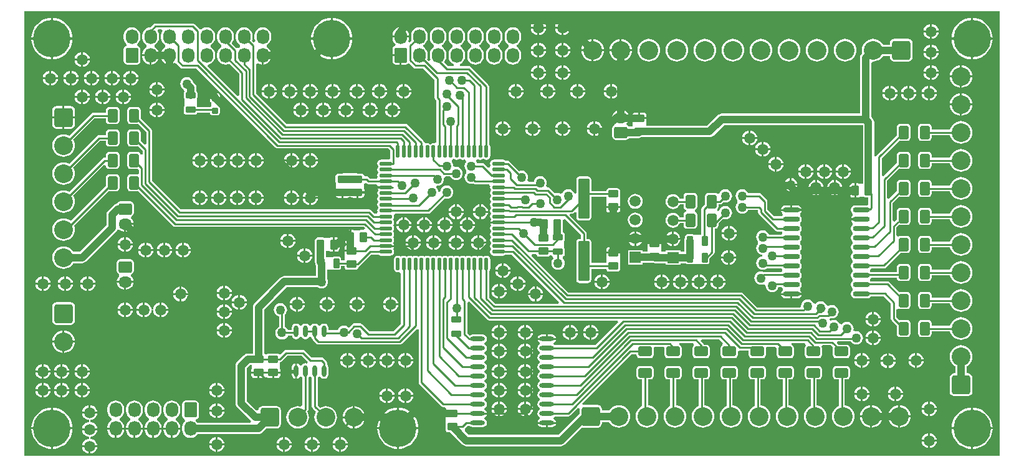
<source format=gtl>
G04 Layer_Physical_Order=1*
G04 Layer_Color=255*
%FSAX42Y42*%
%MOMM*%
G71*
G01*
G75*
G04:AMPARAMS|DCode=10|XSize=1.8mm|YSize=1.3mm|CornerRadius=0.16mm|HoleSize=0mm|Usage=FLASHONLY|Rotation=90.000|XOffset=0mm|YOffset=0mm|HoleType=Round|Shape=RoundedRectangle|*
%AMROUNDEDRECTD10*
21,1,1.80,0.97,0,0,90.0*
21,1,1.48,1.30,0,0,90.0*
1,1,0.33,0.49,0.74*
1,1,0.33,0.49,-0.74*
1,1,0.33,-0.49,-0.74*
1,1,0.33,-0.49,0.74*
%
%ADD10ROUNDEDRECTD10*%
%ADD11O,2.30X0.70*%
G04:AMPARAMS|DCode=12|XSize=1.4mm|YSize=1mm|CornerRadius=0.13mm|HoleSize=0mm|Usage=FLASHONLY|Rotation=90.000|XOffset=0mm|YOffset=0mm|HoleType=Round|Shape=RoundedRectangle|*
%AMROUNDEDRECTD12*
21,1,1.40,0.75,0,0,90.0*
21,1,1.15,1.00,0,0,90.0*
1,1,0.25,0.38,0.57*
1,1,0.25,0.38,-0.57*
1,1,0.25,-0.38,-0.57*
1,1,0.25,-0.38,0.57*
%
%ADD12ROUNDEDRECTD12*%
G04:AMPARAMS|DCode=13|XSize=1.4mm|YSize=1mm|CornerRadius=0.13mm|HoleSize=0mm|Usage=FLASHONLY|Rotation=0.000|XOffset=0mm|YOffset=0mm|HoleType=Round|Shape=RoundedRectangle|*
%AMROUNDEDRECTD13*
21,1,1.40,0.75,0,0,0.0*
21,1,1.15,1.00,0,0,0.0*
1,1,0.25,0.57,-0.38*
1,1,0.25,-0.57,-0.38*
1,1,0.25,-0.57,0.38*
1,1,0.25,0.57,0.38*
%
%ADD13ROUNDEDRECTD13*%
%ADD14O,0.55X1.75*%
%ADD15O,1.75X0.55*%
%ADD16O,0.60X1.60*%
G04:AMPARAMS|DCode=17|XSize=0.8mm|YSize=0.8mm|CornerRadius=0.1mm|HoleSize=0mm|Usage=FLASHONLY|Rotation=90.000|XOffset=0mm|YOffset=0mm|HoleType=Round|Shape=RoundedRectangle|*
%AMROUNDEDRECTD17*
21,1,0.80,0.60,0,0,90.0*
21,1,0.60,0.80,0,0,90.0*
1,1,0.20,0.30,0.30*
1,1,0.20,0.30,-0.30*
1,1,0.20,-0.30,-0.30*
1,1,0.20,-0.30,0.30*
%
%ADD17ROUNDEDRECTD17*%
G04:AMPARAMS|DCode=18|XSize=1.3mm|YSize=0.8mm|CornerRadius=0.1mm|HoleSize=0mm|Usage=FLASHONLY|Rotation=0.000|XOffset=0mm|YOffset=0mm|HoleType=Round|Shape=RoundedRectangle|*
%AMROUNDEDRECTD18*
21,1,1.30,0.60,0,0,0.0*
21,1,1.10,0.80,0,0,0.0*
1,1,0.20,0.55,-0.30*
1,1,0.20,-0.55,-0.30*
1,1,0.20,-0.55,0.30*
1,1,0.20,0.55,0.30*
%
%ADD18ROUNDEDRECTD18*%
G04:AMPARAMS|DCode=19|XSize=1.3mm|YSize=0.8mm|CornerRadius=0.1mm|HoleSize=0mm|Usage=FLASHONLY|Rotation=270.000|XOffset=0mm|YOffset=0mm|HoleType=Round|Shape=RoundedRectangle|*
%AMROUNDEDRECTD19*
21,1,1.30,0.60,0,0,270.0*
21,1,1.10,0.80,0,0,270.0*
1,1,0.20,-0.30,-0.55*
1,1,0.20,-0.30,0.55*
1,1,0.20,0.30,0.55*
1,1,0.20,0.30,-0.55*
%
%ADD19ROUNDEDRECTD19*%
G04:AMPARAMS|DCode=20|XSize=5.5mm|YSize=1.5mm|CornerRadius=0.19mm|HoleSize=0mm|Usage=FLASHONLY|Rotation=90.000|XOffset=0mm|YOffset=0mm|HoleType=Round|Shape=RoundedRectangle|*
%AMROUNDEDRECTD20*
21,1,5.50,1.13,0,0,90.0*
21,1,5.13,1.50,0,0,90.0*
1,1,0.38,0.56,2.56*
1,1,0.38,0.56,-2.56*
1,1,0.38,-0.56,-2.56*
1,1,0.38,-0.56,2.56*
%
%ADD20ROUNDEDRECTD20*%
%ADD21O,2.00X0.60*%
G04:AMPARAMS|DCode=22|XSize=1.8mm|YSize=1.3mm|CornerRadius=0.16mm|HoleSize=0mm|Usage=FLASHONLY|Rotation=0.000|XOffset=0mm|YOffset=0mm|HoleType=Round|Shape=RoundedRectangle|*
%AMROUNDEDRECTD22*
21,1,1.80,0.97,0,0,0.0*
21,1,1.48,1.30,0,0,0.0*
1,1,0.33,0.74,-0.49*
1,1,0.33,-0.74,-0.49*
1,1,0.33,-0.74,0.49*
1,1,0.33,0.74,0.49*
%
%ADD22ROUNDEDRECTD22*%
%ADD23C,1.02*%
%ADD24C,0.25*%
%ADD25C,1.52*%
%ADD26C,2.54*%
G04:AMPARAMS|DCode=27|XSize=2.54mm|YSize=2.54mm|CornerRadius=0.32mm|HoleSize=0mm|Usage=FLASHONLY|Rotation=180.000|XOffset=0mm|YOffset=0mm|HoleType=Round|Shape=RoundedRectangle|*
%AMROUNDEDRECTD27*
21,1,2.54,1.91,0,0,180.0*
21,1,1.91,2.54,0,0,180.0*
1,1,0.64,-0.95,0.95*
1,1,0.64,0.95,0.95*
1,1,0.64,0.95,-0.95*
1,1,0.64,-0.95,-0.95*
%
%ADD27ROUNDEDRECTD27*%
G04:AMPARAMS|DCode=28|XSize=1.52mm|YSize=1.78mm|CornerRadius=0.19mm|HoleSize=0mm|Usage=FLASHONLY|Rotation=270.000|XOffset=0mm|YOffset=0mm|HoleType=Round|Shape=RoundedRectangle|*
%AMROUNDEDRECTD28*
21,1,1.52,1.40,0,0,270.0*
21,1,1.14,1.78,0,0,270.0*
1,1,0.38,-0.70,-0.57*
1,1,0.38,-0.70,0.57*
1,1,0.38,0.70,0.57*
1,1,0.38,0.70,-0.57*
%
%ADD28ROUNDEDRECTD28*%
%ADD29O,1.78X1.52*%
G04:AMPARAMS|DCode=30|XSize=2.03mm|YSize=1.73mm|CornerRadius=0.22mm|HoleSize=0mm|Usage=FLASHONLY|Rotation=90.000|XOffset=0mm|YOffset=0mm|HoleType=Round|Shape=RoundedRectangle|*
%AMROUNDEDRECTD30*
21,1,2.03,1.30,0,0,90.0*
21,1,1.60,1.73,0,0,90.0*
1,1,0.43,0.65,0.80*
1,1,0.43,0.65,-0.80*
1,1,0.43,-0.65,-0.80*
1,1,0.43,-0.65,0.80*
%
%ADD30ROUNDEDRECTD30*%
%ADD31O,1.73X2.03*%
%ADD32R,1.50X1.50*%
%ADD33C,1.50*%
G04:AMPARAMS|DCode=34|XSize=2.54mm|YSize=2.54mm|CornerRadius=0.32mm|HoleSize=0mm|Usage=FLASHONLY|Rotation=270.000|XOffset=0mm|YOffset=0mm|HoleType=Round|Shape=RoundedRectangle|*
%AMROUNDEDRECTD34*
21,1,2.54,1.91,0,0,270.0*
21,1,1.91,2.54,0,0,270.0*
1,1,0.64,-0.95,-0.95*
1,1,0.64,-0.95,0.95*
1,1,0.64,0.95,0.95*
1,1,0.64,0.95,-0.95*
%
%ADD34ROUNDEDRECTD34*%
%ADD35C,5.08*%
%ADD36C,1.27*%
G36*
X016374Y005126D02*
X003126Y005126D01*
X003126Y011174D01*
X016374Y011174D01*
X016374Y005126D01*
X016374Y005126D02*
G37*
%LPC*%
G36*
X009563Y007467D02*
X009549Y007465D01*
X009525Y007455D01*
X009503Y007438D01*
X009487Y007417D01*
X009477Y007393D01*
X009475Y007379D01*
X009563Y007379D01*
X009563Y007467D01*
X009563Y007467D02*
G37*
G36*
X009589Y007467D02*
X009589Y007379D01*
X009677Y007379D01*
X009675Y007393D01*
X009665Y007417D01*
X009648Y007438D01*
X009627Y007455D01*
X009602Y007465D01*
X009589Y007467D01*
X009589Y007467D02*
G37*
G36*
X009931Y007455D02*
X009843Y007455D01*
X009843Y007367D01*
X009856Y007369D01*
X009881Y007379D01*
X009902Y007395D01*
X009919Y007416D01*
X009929Y007441D01*
X009931Y007455D01*
X009931Y007455D02*
G37*
G36*
X004089Y007455D02*
X004001Y007455D01*
X004001Y007367D01*
X004014Y007369D01*
X004039Y007379D01*
X004060Y007395D01*
X004077Y007416D01*
X004087Y007441D01*
X004089Y007455D01*
X004089Y007455D02*
G37*
G36*
X009817Y007455D02*
X009729Y007455D01*
X009731Y007441D01*
X009741Y007416D01*
X009757Y007395D01*
X009779Y007379D01*
X009803Y007369D01*
X009817Y007367D01*
X009817Y007455D01*
X009817Y007455D02*
G37*
G36*
X011074Y007480D02*
X010986Y007480D01*
X010986Y007392D01*
X010999Y007394D01*
X011024Y007404D01*
X011045Y007421D01*
X011062Y007442D01*
X011072Y007466D01*
X011074Y007480D01*
X011074Y007480D02*
G37*
G36*
X011773Y007480D02*
X011685Y007480D01*
X011687Y007466D01*
X011697Y007442D01*
X011713Y007421D01*
X011734Y007404D01*
X011759Y007394D01*
X011773Y007392D01*
X011773Y007480D01*
X011773Y007480D02*
G37*
G36*
X010960Y007480D02*
X010872Y007480D01*
X010874Y007466D01*
X010884Y007442D01*
X010900Y007421D01*
X010922Y007404D01*
X010946Y007394D01*
X010960Y007392D01*
X010960Y007480D01*
X010960Y007480D02*
G37*
G36*
X004483Y007480D02*
X004382Y007480D01*
X004384Y007466D01*
X004394Y007442D01*
X004411Y007421D01*
X004432Y007404D01*
X004457Y007394D01*
X004483Y007391D01*
X004483Y007391D01*
X004483Y007480D01*
X004483Y007480D02*
G37*
G36*
X004609Y007480D02*
X004508Y007480D01*
X004508Y007391D01*
X004535Y007394D01*
X004560Y007404D01*
X004581Y007421D01*
X004597Y007442D01*
X004607Y007466D01*
X004609Y007480D01*
X004609Y007480D02*
G37*
G36*
X003975Y007455D02*
X003887Y007455D01*
X003889Y007441D01*
X003899Y007416D01*
X003915Y007395D01*
X003937Y007379D01*
X003961Y007369D01*
X003975Y007367D01*
X003975Y007455D01*
X003975Y007455D02*
G37*
G36*
X010084Y007429D02*
X010084Y007341D01*
X010172Y007341D01*
X010170Y007354D01*
X010160Y007379D01*
X010144Y007400D01*
X010122Y007417D01*
X010098Y007427D01*
X010084Y007429D01*
X010084Y007429D02*
G37*
G36*
X005829Y007441D02*
X005815Y007440D01*
X005791Y007429D01*
X005770Y007413D01*
X005753Y007392D01*
X005743Y007367D01*
X005741Y007353D01*
X005829Y007353D01*
X005829Y007441D01*
X005829Y007441D02*
G37*
G36*
X010058Y007429D02*
X010045Y007427D01*
X010020Y007417D01*
X009999Y007400D01*
X009982Y007379D01*
X009972Y007354D01*
X009970Y007341D01*
X010058Y007341D01*
X010058Y007429D01*
X010058Y007429D02*
G37*
G36*
X005234Y007427D02*
X005220Y007425D01*
X005196Y007415D01*
X005174Y007399D01*
X005158Y007377D01*
X005148Y007353D01*
X005146Y007339D01*
X005234Y007339D01*
X005234Y007427D01*
X005234Y007427D02*
G37*
G36*
X005260Y007427D02*
X005260Y007339D01*
X005348Y007339D01*
X005346Y007353D01*
X005336Y007377D01*
X005319Y007399D01*
X005298Y007415D01*
X005273Y007425D01*
X005260Y007427D01*
X005260Y007427D02*
G37*
G36*
X003670Y007455D02*
X003582Y007455D01*
X003584Y007441D01*
X003594Y007416D01*
X003611Y007395D01*
X003632Y007379D01*
X003656Y007369D01*
X003670Y007367D01*
X003670Y007455D01*
X003670Y007455D02*
G37*
G36*
X003784Y007455D02*
X003696Y007455D01*
X003696Y007367D01*
X003710Y007369D01*
X003734Y007379D01*
X003755Y007395D01*
X003772Y007416D01*
X003782Y007441D01*
X003784Y007455D01*
X003784Y007455D02*
G37*
G36*
X003479Y007455D02*
X003391Y007455D01*
X003391Y007367D01*
X003405Y007369D01*
X003429Y007379D01*
X003451Y007395D01*
X003467Y007416D01*
X003477Y007441D01*
X003479Y007455D01*
X003479Y007455D02*
G37*
G36*
X005855Y007441D02*
X005855Y007353D01*
X005943Y007353D01*
X005941Y007367D01*
X005931Y007392D01*
X005914Y007413D01*
X005893Y007429D01*
X005869Y007440D01*
X005855Y007441D01*
X005855Y007441D02*
G37*
G36*
X003365Y007455D02*
X003277Y007455D01*
X003279Y007441D01*
X003289Y007416D01*
X003306Y007395D01*
X003327Y007379D01*
X003352Y007369D01*
X003365Y007367D01*
X003365Y007455D01*
X003365Y007455D02*
G37*
G36*
X011886Y007480D02*
X011798Y007480D01*
X011798Y007392D01*
X011812Y007394D01*
X011837Y007404D01*
X011858Y007421D01*
X011874Y007442D01*
X011885Y007466D01*
X011886Y007480D01*
X011886Y007480D02*
G37*
G36*
X004566Y007799D02*
X004426Y007799D01*
X004409Y007795D01*
X004394Y007785D01*
X004384Y007771D01*
X004381Y007753D01*
X004381Y007639D01*
X004384Y007622D01*
X004394Y007607D01*
X004409Y007597D01*
X004410Y007597D01*
X004416Y007570D01*
X004411Y007565D01*
X004394Y007544D01*
X004384Y007520D01*
X004382Y007506D01*
X004496Y007506D01*
X004609Y007506D01*
X004607Y007520D01*
X004597Y007544D01*
X004581Y007565D01*
X004575Y007570D01*
X004582Y007597D01*
X004583Y007597D01*
X004598Y007607D01*
X004608Y007622D01*
X004611Y007639D01*
X004611Y007753D01*
X004608Y007771D01*
X004598Y007785D01*
X004583Y007795D01*
X004566Y007799D01*
X004566Y007799D02*
G37*
G36*
X010960Y007594D02*
X010946Y007592D01*
X010922Y007582D01*
X010900Y007565D01*
X010884Y007544D01*
X010874Y007520D01*
X010872Y007506D01*
X010960Y007506D01*
X010960Y007594D01*
X010960Y007594D02*
G37*
G36*
X009843Y007568D02*
X009843Y007480D01*
X009931Y007480D01*
X009929Y007494D01*
X009919Y007519D01*
X009902Y007540D01*
X009881Y007556D01*
X009856Y007567D01*
X009843Y007568D01*
X009843Y007568D02*
G37*
G36*
X004001Y007568D02*
X004001Y007480D01*
X004089Y007480D01*
X004087Y007494D01*
X004077Y007519D01*
X004060Y007540D01*
X004039Y007556D01*
X004014Y007567D01*
X004001Y007568D01*
X004001Y007568D02*
G37*
G36*
X009817Y007568D02*
X009803Y007567D01*
X009779Y007556D01*
X009757Y007540D01*
X009741Y007519D01*
X009731Y007494D01*
X009729Y007480D01*
X009817Y007480D01*
X009817Y007568D01*
X009817Y007568D02*
G37*
G36*
X012027Y007594D02*
X012013Y007592D01*
X011988Y007582D01*
X011967Y007565D01*
X011951Y007544D01*
X011941Y007520D01*
X011939Y007506D01*
X012027Y007506D01*
X012027Y007594D01*
X012027Y007594D02*
G37*
G36*
X012052Y007594D02*
X012052Y007506D01*
X012140Y007506D01*
X012139Y007520D01*
X012128Y007544D01*
X012112Y007565D01*
X012091Y007582D01*
X012066Y007592D01*
X012052Y007594D01*
X012052Y007594D02*
G37*
G36*
X011798Y007594D02*
X011798Y007506D01*
X011886Y007506D01*
X011885Y007520D01*
X011874Y007544D01*
X011858Y007565D01*
X011837Y007582D01*
X011812Y007592D01*
X011798Y007594D01*
X011798Y007594D02*
G37*
G36*
X010986Y007594D02*
X010986Y007506D01*
X011074Y007506D01*
X011072Y007520D01*
X011062Y007544D01*
X011045Y007565D01*
X011024Y007582D01*
X010999Y007592D01*
X010986Y007594D01*
X010986Y007594D02*
G37*
G36*
X011773Y007594D02*
X011759Y007592D01*
X011734Y007582D01*
X011713Y007565D01*
X011697Y007544D01*
X011687Y007520D01*
X011685Y007506D01*
X011773Y007506D01*
X011773Y007594D01*
X011773Y007594D02*
G37*
G36*
X003975Y007568D02*
X003961Y007567D01*
X003937Y007556D01*
X003915Y007540D01*
X003899Y007519D01*
X003889Y007494D01*
X003887Y007480D01*
X003975Y007480D01*
X003975Y007568D01*
X003975Y007568D02*
G37*
G36*
X012394Y007480D02*
X012306Y007480D01*
X012306Y007392D01*
X012320Y007394D01*
X012345Y007404D01*
X012366Y007421D01*
X012382Y007442D01*
X012393Y007466D01*
X012394Y007480D01*
X012394Y007480D02*
G37*
G36*
X012535Y007480D02*
X012447Y007480D01*
X012449Y007466D01*
X012459Y007442D01*
X012475Y007421D01*
X012496Y007404D01*
X012521Y007394D01*
X012535Y007392D01*
X012535Y007480D01*
X012535Y007480D02*
G37*
G36*
X012281Y007480D02*
X012193Y007480D01*
X012195Y007466D01*
X012205Y007442D01*
X012221Y007421D01*
X012242Y007404D01*
X012267Y007394D01*
X012281Y007392D01*
X012281Y007480D01*
X012281Y007480D02*
G37*
G36*
X012027Y007480D02*
X011939Y007480D01*
X011941Y007466D01*
X011951Y007442D01*
X011967Y007421D01*
X011988Y007404D01*
X012013Y007394D01*
X012027Y007392D01*
X012027Y007480D01*
X012027Y007480D02*
G37*
G36*
X012140Y007480D02*
X012052Y007480D01*
X012052Y007392D01*
X012066Y007394D01*
X012091Y007404D01*
X012112Y007421D01*
X012128Y007442D01*
X012139Y007466D01*
X012140Y007480D01*
X012140Y007480D02*
G37*
G36*
X003670Y007568D02*
X003656Y007567D01*
X003632Y007556D01*
X003611Y007540D01*
X003594Y007519D01*
X003584Y007494D01*
X003582Y007480D01*
X003670Y007480D01*
X003670Y007568D01*
X003670Y007568D02*
G37*
G36*
X003696Y007568D02*
X003696Y007480D01*
X003784Y007480D01*
X003782Y007494D01*
X003772Y007519D01*
X003755Y007540D01*
X003734Y007556D01*
X003710Y007567D01*
X003696Y007568D01*
X003696Y007568D02*
G37*
G36*
X003391Y007568D02*
X003391Y007480D01*
X003479Y007480D01*
X003477Y007494D01*
X003467Y007519D01*
X003451Y007540D01*
X003429Y007556D01*
X003405Y007567D01*
X003391Y007568D01*
X003391Y007568D02*
G37*
G36*
X012648Y007480D02*
X012560Y007480D01*
X012560Y007392D01*
X012574Y007394D01*
X012599Y007404D01*
X012620Y007421D01*
X012636Y007442D01*
X012647Y007466D01*
X012648Y007480D01*
X012648Y007480D02*
G37*
G36*
X003365Y007568D02*
X003352Y007567D01*
X003327Y007556D01*
X003306Y007540D01*
X003289Y007519D01*
X003279Y007494D01*
X003277Y007480D01*
X003365Y007480D01*
X003365Y007568D01*
X003365Y007568D02*
G37*
G36*
X005855Y007187D02*
X005855Y007099D01*
X005943Y007099D01*
X005941Y007113D01*
X005931Y007138D01*
X005914Y007159D01*
X005893Y007175D01*
X005869Y007186D01*
X005855Y007187D01*
X005855Y007187D02*
G37*
G36*
X006033Y007201D02*
X005944Y007201D01*
X005946Y007187D01*
X005956Y007162D01*
X005973Y007141D01*
X005994Y007125D01*
X006019Y007115D01*
X006033Y007113D01*
X006033Y007201D01*
X006033Y007201D02*
G37*
G36*
X005829Y007187D02*
X005815Y007186D01*
X005791Y007175D01*
X005770Y007159D01*
X005753Y007138D01*
X005743Y007113D01*
X005741Y007099D01*
X005829Y007099D01*
X005829Y007187D01*
X005829Y007187D02*
G37*
G36*
X008090Y007175D02*
X008002Y007175D01*
X008004Y007162D01*
X008014Y007137D01*
X008030Y007116D01*
X008051Y007099D01*
X008076Y007089D01*
X008090Y007087D01*
X008090Y007175D01*
X008090Y007175D02*
G37*
G36*
X008203Y007175D02*
X008115Y007175D01*
X008115Y007087D01*
X008129Y007089D01*
X008154Y007099D01*
X008175Y007116D01*
X008191Y007137D01*
X008202Y007162D01*
X008203Y007175D01*
X008203Y007175D02*
G37*
G36*
X004508Y007213D02*
X004508Y007125D01*
X004597Y007125D01*
X004595Y007139D01*
X004585Y007163D01*
X004568Y007184D01*
X004547Y007201D01*
X004522Y007211D01*
X004508Y007213D01*
X004508Y007213D02*
G37*
G36*
X004737Y007213D02*
X004723Y007211D01*
X004699Y007201D01*
X004677Y007184D01*
X004661Y007163D01*
X004651Y007139D01*
X004649Y007125D01*
X004737Y007125D01*
X004737Y007213D01*
X004737Y007213D02*
G37*
G36*
X004483Y007213D02*
X004469Y007211D01*
X004445Y007201D01*
X004423Y007184D01*
X004407Y007163D01*
X004397Y007139D01*
X004395Y007125D01*
X004483Y007125D01*
X004483Y007213D01*
X004483Y007213D02*
G37*
G36*
X006146Y007201D02*
X006058Y007201D01*
X006058Y007113D01*
X006072Y007115D01*
X006096Y007125D01*
X006118Y007141D01*
X006134Y007162D01*
X006144Y007187D01*
X006146Y007201D01*
X006146Y007201D02*
G37*
G36*
X004966Y007213D02*
X004952Y007211D01*
X004927Y007201D01*
X004906Y007184D01*
X004890Y007163D01*
X004879Y007139D01*
X004877Y007119D01*
X004851Y007119D01*
X004849Y007139D01*
X004839Y007163D01*
X004822Y007184D01*
X004801Y007201D01*
X004776Y007211D01*
X004762Y007213D01*
X004762Y007112D01*
X004762Y007011D01*
X004776Y007013D01*
X004801Y007023D01*
X004822Y007040D01*
X004839Y007061D01*
X004849Y007085D01*
X004851Y007105D01*
X004877Y007105D01*
X004879Y007085D01*
X004890Y007061D01*
X004906Y007040D01*
X004927Y007023D01*
X004952Y007013D01*
X004966Y007011D01*
X004966Y007112D01*
X004966Y007213D01*
X004966Y007213D02*
G37*
G36*
X007746Y007175D02*
X007658Y007175D01*
X007658Y007087D01*
X007672Y007089D01*
X007697Y007099D01*
X007718Y007116D01*
X007734Y007137D01*
X007744Y007162D01*
X007746Y007175D01*
X007746Y007175D02*
G37*
G36*
X004737Y007099D02*
X004649Y007099D01*
X004651Y007085D01*
X004661Y007061D01*
X004677Y007040D01*
X004699Y007023D01*
X004723Y007013D01*
X004737Y007011D01*
X004737Y007099D01*
X004737Y007099D02*
G37*
G36*
X005079Y007099D02*
X004991Y007099D01*
X004991Y007011D01*
X005005Y007013D01*
X005030Y007023D01*
X005051Y007040D01*
X005067Y007061D01*
X005077Y007085D01*
X005079Y007099D01*
X005079Y007099D02*
G37*
G36*
X004597Y007099D02*
X004508Y007099D01*
X004508Y007011D01*
X004522Y007013D01*
X004547Y007023D01*
X004568Y007040D01*
X004585Y007061D01*
X004595Y007085D01*
X004597Y007099D01*
X004597Y007099D02*
G37*
G36*
X014668Y007086D02*
X014668Y006998D01*
X014757Y006998D01*
X014755Y007012D01*
X014745Y007036D01*
X014728Y007057D01*
X014707Y007074D01*
X014682Y007084D01*
X014668Y007086D01*
X014668Y007086D02*
G37*
G36*
X004483Y007099D02*
X004395Y007099D01*
X004397Y007085D01*
X004407Y007061D01*
X004423Y007040D01*
X004445Y007023D01*
X004469Y007013D01*
X004483Y007011D01*
X004483Y007099D01*
X004483Y007099D02*
G37*
G36*
X007340Y007175D02*
X007252Y007175D01*
X007252Y007087D01*
X007266Y007089D01*
X007290Y007099D01*
X007311Y007116D01*
X007328Y007137D01*
X007338Y007162D01*
X007340Y007175D01*
X007340Y007175D02*
G37*
G36*
X007633Y007175D02*
X007545Y007175D01*
X007546Y007162D01*
X007557Y007137D01*
X007573Y007116D01*
X007594Y007099D01*
X007619Y007089D01*
X007633Y007087D01*
X007633Y007175D01*
X007633Y007175D02*
G37*
G36*
X007226Y007175D02*
X007138Y007175D01*
X007140Y007162D01*
X007150Y007137D01*
X007167Y007116D01*
X007188Y007099D01*
X007212Y007089D01*
X007226Y007087D01*
X007226Y007175D01*
X007226Y007175D02*
G37*
G36*
X006820Y007175D02*
X006732Y007175D01*
X006734Y007162D01*
X006744Y007137D01*
X006760Y007116D01*
X006781Y007099D01*
X006806Y007089D01*
X006820Y007087D01*
X006820Y007175D01*
X006820Y007175D02*
G37*
G36*
X006933Y007175D02*
X006845Y007175D01*
X006845Y007087D01*
X006859Y007089D01*
X006884Y007099D01*
X006905Y007116D01*
X006921Y007137D01*
X006932Y007162D01*
X006933Y007175D01*
X006933Y007175D02*
G37*
G36*
X004991Y007213D02*
X004991Y007125D01*
X005079Y007125D01*
X005077Y007139D01*
X005067Y007163D01*
X005051Y007184D01*
X005030Y007201D01*
X005005Y007211D01*
X004991Y007213D01*
X004991Y007213D02*
G37*
G36*
X005829Y007328D02*
X005741Y007328D01*
X005743Y007314D01*
X005753Y007289D01*
X005770Y007268D01*
X005791Y007252D01*
X005815Y007242D01*
X005829Y007240D01*
X005829Y007328D01*
X005829Y007328D02*
G37*
G36*
X005943Y007328D02*
X005855Y007328D01*
X005855Y007240D01*
X005869Y007242D01*
X005893Y007252D01*
X005914Y007268D01*
X005931Y007289D01*
X005941Y007314D01*
X005943Y007328D01*
X005943Y007328D02*
G37*
G36*
X010172Y007315D02*
X010084Y007315D01*
X010084Y007227D01*
X010098Y007229D01*
X010122Y007239D01*
X010144Y007255D01*
X010160Y007277D01*
X010170Y007301D01*
X010172Y007315D01*
X010172Y007315D02*
G37*
G36*
X006058Y007314D02*
X006058Y007226D01*
X006146Y007226D01*
X006144Y007240D01*
X006134Y007265D01*
X006118Y007286D01*
X006096Y007302D01*
X006072Y007313D01*
X006058Y007314D01*
X006058Y007314D02*
G37*
G36*
X010058Y007315D02*
X009970Y007315D01*
X009972Y007301D01*
X009982Y007277D01*
X009999Y007255D01*
X010020Y007239D01*
X010045Y007229D01*
X010058Y007227D01*
X010058Y007315D01*
X010058Y007315D02*
G37*
G36*
X013685Y007315D02*
X013559Y007315D01*
X013559Y007266D01*
X013626Y007266D01*
X013649Y007271D01*
X013669Y007284D01*
X013683Y007304D01*
X013685Y007315D01*
X013685Y007315D02*
G37*
G36*
X015850Y007392D02*
X015820Y007389D01*
X015791Y007380D01*
X015765Y007366D01*
X015741Y007347D01*
X015722Y007324D01*
X015708Y007298D01*
X015702Y007278D01*
X015451Y007278D01*
X015451Y007313D01*
X015448Y007329D01*
X015438Y007343D01*
X015425Y007352D01*
X015408Y007355D01*
X015311Y007355D01*
X015295Y007352D01*
X015281Y007343D01*
X015272Y007329D01*
X015268Y007313D01*
X015268Y007165D01*
X015272Y007149D01*
X015281Y007135D01*
X015295Y007126D01*
X015311Y007123D01*
X015408Y007123D01*
X015425Y007126D01*
X015438Y007135D01*
X015448Y007149D01*
X015451Y007165D01*
X015451Y007200D01*
X015702Y007200D01*
X015708Y007180D01*
X015722Y007154D01*
X015741Y007131D01*
X015765Y007112D01*
X015791Y007098D01*
X015820Y007089D01*
X015850Y007086D01*
X015879Y007089D01*
X015908Y007098D01*
X015935Y007112D01*
X015958Y007131D01*
X015977Y007154D01*
X015991Y007180D01*
X016000Y007209D01*
X016003Y007239D01*
X016000Y007269D01*
X015991Y007298D01*
X015977Y007324D01*
X015958Y007347D01*
X015935Y007366D01*
X015908Y007380D01*
X015879Y007389D01*
X015850Y007392D01*
X015850Y007392D02*
G37*
G36*
X013533Y007315D02*
X013407Y007315D01*
X013409Y007304D01*
X013422Y007284D01*
X013442Y007271D01*
X013466Y007266D01*
X013533Y007266D01*
X013533Y007315D01*
X013533Y007315D02*
G37*
G36*
X009563Y007353D02*
X009475Y007353D01*
X009477Y007339D01*
X009487Y007315D01*
X009503Y007294D01*
X009525Y007277D01*
X009549Y007267D01*
X009563Y007265D01*
X009563Y007353D01*
X009563Y007353D02*
G37*
G36*
X009677Y007353D02*
X009589Y007353D01*
X009589Y007265D01*
X009602Y007267D01*
X009627Y007277D01*
X009648Y007294D01*
X009665Y007315D01*
X009675Y007339D01*
X009677Y007353D01*
X009677Y007353D02*
G37*
G36*
X006033Y007314D02*
X006019Y007313D01*
X005994Y007302D01*
X005973Y007286D01*
X005956Y007265D01*
X005946Y007240D01*
X005944Y007226D01*
X006033Y007226D01*
X006033Y007314D01*
X006033Y007314D02*
G37*
G36*
X007252Y007289D02*
X007252Y007201D01*
X007340Y007201D01*
X007338Y007215D01*
X007328Y007239D01*
X007311Y007261D01*
X007290Y007277D01*
X007266Y007287D01*
X007252Y007289D01*
X007252Y007289D02*
G37*
G36*
X007633Y007289D02*
X007619Y007287D01*
X007594Y007277D01*
X007573Y007261D01*
X007557Y007239D01*
X007546Y007215D01*
X007545Y007201D01*
X007633Y007201D01*
X007633Y007289D01*
X007633Y007289D02*
G37*
G36*
X007226Y007289D02*
X007212Y007287D01*
X007188Y007277D01*
X007167Y007261D01*
X007150Y007239D01*
X007140Y007215D01*
X007138Y007201D01*
X007226Y007201D01*
X007226Y007289D01*
X007226Y007289D02*
G37*
G36*
X006820Y007289D02*
X006806Y007287D01*
X006781Y007277D01*
X006760Y007261D01*
X006744Y007239D01*
X006734Y007215D01*
X006732Y007201D01*
X006820Y007201D01*
X006820Y007289D01*
X006820Y007289D02*
G37*
G36*
X006845Y007289D02*
X006845Y007201D01*
X006933Y007201D01*
X006932Y007215D01*
X006921Y007239D01*
X006905Y007261D01*
X006884Y007277D01*
X006859Y007287D01*
X006845Y007289D01*
X006845Y007289D02*
G37*
G36*
X005234Y007314D02*
X005146Y007314D01*
X005148Y007300D01*
X005158Y007275D01*
X005174Y007254D01*
X005196Y007237D01*
X005220Y007227D01*
X005234Y007225D01*
X005234Y007314D01*
X005234Y007314D02*
G37*
G36*
X005348Y007314D02*
X005260Y007314D01*
X005260Y007225D01*
X005273Y007227D01*
X005298Y007237D01*
X005319Y007254D01*
X005336Y007275D01*
X005346Y007300D01*
X005348Y007314D01*
X005348Y007314D02*
G37*
G36*
X008115Y007289D02*
X008115Y007201D01*
X008203Y007201D01*
X008202Y007215D01*
X008191Y007239D01*
X008175Y007261D01*
X008154Y007277D01*
X008129Y007287D01*
X008115Y007289D01*
X008115Y007289D02*
G37*
G36*
X007658Y007289D02*
X007658Y007201D01*
X007746Y007201D01*
X007744Y007215D01*
X007734Y007239D01*
X007718Y007261D01*
X007697Y007277D01*
X007672Y007287D01*
X007658Y007289D01*
X007658Y007289D02*
G37*
G36*
X008090Y007289D02*
X008076Y007287D01*
X008051Y007277D01*
X008030Y007261D01*
X008014Y007239D01*
X008004Y007215D01*
X008002Y007201D01*
X008090Y007201D01*
X008090Y007289D01*
X008090Y007289D02*
G37*
G36*
X012281Y007594D02*
X012267Y007592D01*
X012242Y007582D01*
X012221Y007565D01*
X012205Y007544D01*
X012195Y007520D01*
X012193Y007506D01*
X012281Y007506D01*
X012281Y007594D01*
X012281Y007594D02*
G37*
G36*
X009004Y008127D02*
X009004Y008039D01*
X009092Y008039D01*
X009091Y008053D01*
X009080Y008078D01*
X009064Y008099D01*
X009043Y008115D01*
X009018Y008125D01*
X009004Y008127D01*
X009004Y008127D02*
G37*
G36*
X009284Y008127D02*
X009270Y008125D01*
X009245Y008115D01*
X009224Y008099D01*
X009208Y008078D01*
X009197Y008053D01*
X009196Y008039D01*
X009284Y008039D01*
X009284Y008127D01*
X009284Y008127D02*
G37*
G36*
X008979Y008127D02*
X008965Y008125D01*
X008940Y008115D01*
X008919Y008099D01*
X008903Y008078D01*
X008893Y008053D01*
X008891Y008039D01*
X008979Y008039D01*
X008979Y008127D01*
X008979Y008127D02*
G37*
G36*
X008674Y008127D02*
X008660Y008125D01*
X008636Y008115D01*
X008614Y008099D01*
X008598Y008078D01*
X008588Y008053D01*
X008586Y008039D01*
X008674Y008039D01*
X008674Y008127D01*
X008674Y008127D02*
G37*
G36*
X008700Y008127D02*
X008700Y008039D01*
X008788Y008039D01*
X008786Y008053D01*
X008776Y008078D01*
X008759Y008099D01*
X008738Y008115D01*
X008713Y008125D01*
X008700Y008127D01*
X008700Y008127D02*
G37*
G36*
X012801Y008141D02*
X012713Y008141D01*
X012713Y008053D01*
X012727Y008054D01*
X012751Y008065D01*
X012772Y008081D01*
X012789Y008102D01*
X012799Y008127D01*
X012801Y008141D01*
X012801Y008141D02*
G37*
G36*
X006693Y008153D02*
X006679Y008151D01*
X006654Y008141D01*
X006633Y008124D01*
X006617Y008103D01*
X006607Y008078D01*
X006605Y008064D01*
X006693Y008064D01*
X006693Y008153D01*
X006693Y008153D02*
G37*
G36*
X012687Y008141D02*
X012599Y008141D01*
X012601Y008127D01*
X012611Y008102D01*
X012628Y008081D01*
X012649Y008065D01*
X012673Y008054D01*
X012687Y008053D01*
X012687Y008141D01*
X012687Y008141D02*
G37*
G36*
X009309Y008127D02*
X009309Y008039D01*
X009397Y008039D01*
X009395Y008053D01*
X009385Y008078D01*
X009369Y008099D01*
X009348Y008115D01*
X009323Y008125D01*
X009309Y008127D01*
X009309Y008127D02*
G37*
G36*
X015850Y008154D02*
X015820Y008151D01*
X015791Y008142D01*
X015765Y008128D01*
X015741Y008109D01*
X015722Y008086D01*
X015708Y008060D01*
X015702Y008040D01*
X015451Y008040D01*
X015451Y008075D01*
X015448Y008091D01*
X015438Y008105D01*
X015425Y008114D01*
X015408Y008117D01*
X015311Y008117D01*
X015295Y008114D01*
X015281Y008105D01*
X015272Y008091D01*
X015268Y008075D01*
X015268Y007927D01*
X015272Y007911D01*
X015281Y007897D01*
X015295Y007888D01*
X015311Y007885D01*
X015408Y007885D01*
X015425Y007888D01*
X015438Y007897D01*
X015448Y007911D01*
X015451Y007927D01*
X015451Y007962D01*
X015702Y007962D01*
X015708Y007942D01*
X015722Y007916D01*
X015741Y007893D01*
X015765Y007874D01*
X015791Y007860D01*
X015820Y007851D01*
X015850Y007848D01*
X015879Y007851D01*
X015908Y007860D01*
X015935Y007874D01*
X015958Y007893D01*
X015977Y007916D01*
X015991Y007942D01*
X016000Y007971D01*
X016003Y008001D01*
X016000Y008031D01*
X015991Y008060D01*
X015977Y008086D01*
X015958Y008109D01*
X015935Y008128D01*
X015908Y008142D01*
X015879Y008151D01*
X015850Y008154D01*
X015850Y008154D02*
G37*
G36*
X008420Y008127D02*
X008420Y008039D01*
X008508Y008039D01*
X008506Y008053D01*
X008496Y008078D01*
X008480Y008099D01*
X008459Y008115D01*
X008434Y008125D01*
X008420Y008127D01*
X008420Y008127D02*
G37*
G36*
X011525Y008066D02*
X011438Y008066D01*
X011438Y007979D01*
X011451Y007981D01*
X011476Y007991D01*
X011497Y008007D01*
X011513Y008028D01*
X011523Y008053D01*
X011525Y008066D01*
X011525Y008066D02*
G37*
G36*
X004483Y008102D02*
X004469Y008100D01*
X004445Y008090D01*
X004423Y008073D01*
X004407Y008052D01*
X004397Y008028D01*
X004395Y008014D01*
X004483Y008014D01*
X004483Y008102D01*
X004483Y008102D02*
G37*
G36*
X011412Y008066D02*
X011325Y008066D01*
X011327Y008053D01*
X011337Y008028D01*
X011353Y008007D01*
X011374Y007991D01*
X011399Y007981D01*
X011412Y007979D01*
X011412Y008066D01*
X011412Y008066D02*
G37*
G36*
X011925Y008064D02*
X011838Y008064D01*
X011840Y008051D01*
X011850Y008027D01*
X011866Y008006D01*
X011887Y007990D01*
X011912Y007979D01*
X011925Y007978D01*
X011925Y008064D01*
X011925Y008064D02*
G37*
G36*
X012038Y008064D02*
X011951Y008064D01*
X011951Y007978D01*
X011964Y007979D01*
X011989Y007990D01*
X012010Y008006D01*
X012026Y008027D01*
X012036Y008051D01*
X012038Y008064D01*
X012038Y008064D02*
G37*
G36*
X011742Y008091D02*
X011697Y008091D01*
X011697Y008028D01*
X011780Y008028D01*
X011780Y008052D01*
X011777Y008067D01*
X011769Y008080D01*
X011756Y008088D01*
X011742Y008091D01*
X011742Y008091D02*
G37*
G36*
X008395Y008127D02*
X008381Y008125D01*
X008356Y008115D01*
X008335Y008099D01*
X008319Y008078D01*
X008308Y008053D01*
X008307Y008039D01*
X008395Y008039D01*
X008395Y008127D01*
X008395Y008127D02*
G37*
G36*
X011671Y008091D02*
X011626Y008091D01*
X011612Y008088D01*
X011599Y008080D01*
X011591Y008067D01*
X011588Y008052D01*
X011588Y008028D01*
X011671Y008028D01*
X011671Y008091D01*
X011671Y008091D02*
G37*
G36*
X004508Y008102D02*
X004508Y008014D01*
X004597Y008014D01*
X004595Y008028D01*
X004585Y008052D01*
X004568Y008073D01*
X004547Y008090D01*
X004522Y008100D01*
X004508Y008102D01*
X004508Y008102D02*
G37*
G36*
X007367Y008097D02*
X007342Y008097D01*
X007342Y008014D01*
X007405Y008014D01*
X007405Y008058D01*
X007402Y008073D01*
X007394Y008086D01*
X007381Y008094D01*
X007367Y008097D01*
X007367Y008097D02*
G37*
G36*
X006718Y008153D02*
X006718Y008064D01*
X006806Y008064D01*
X006805Y008078D01*
X006794Y008103D01*
X006778Y008124D01*
X006757Y008141D01*
X006732Y008151D01*
X006718Y008153D01*
X006718Y008153D02*
G37*
G36*
X009131Y008254D02*
X009043Y008254D01*
X009045Y008240D01*
X009055Y008216D01*
X009072Y008194D01*
X009093Y008178D01*
X009117Y008168D01*
X009131Y008166D01*
X009131Y008254D01*
X009131Y008254D02*
G37*
G36*
X009245Y008254D02*
X009157Y008254D01*
X009157Y008166D01*
X009171Y008168D01*
X009195Y008178D01*
X009216Y008194D01*
X009233Y008216D01*
X009243Y008240D01*
X009245Y008254D01*
X009245Y008254D02*
G37*
G36*
X008940Y008254D02*
X008852Y008254D01*
X008852Y008166D01*
X008866Y008168D01*
X008890Y008178D01*
X008912Y008194D01*
X008928Y008216D01*
X008938Y008240D01*
X008940Y008254D01*
X008940Y008254D02*
G37*
G36*
X008661Y008254D02*
X008572Y008254D01*
X008572Y008166D01*
X008586Y008168D01*
X008611Y008178D01*
X008632Y008194D01*
X008649Y008216D01*
X008659Y008240D01*
X008661Y008254D01*
X008661Y008254D02*
G37*
G36*
X008826Y008254D02*
X008738Y008254D01*
X008740Y008240D01*
X008750Y008216D01*
X008767Y008194D01*
X008788Y008178D01*
X008813Y008168D01*
X008826Y008166D01*
X008826Y008254D01*
X008826Y008254D02*
G37*
G36*
X008268Y008368D02*
X008254Y008366D01*
X008229Y008356D01*
X008208Y008339D01*
X008192Y008318D01*
X008181Y008293D01*
X008180Y008280D01*
X008268Y008280D01*
X008268Y008368D01*
X008268Y008368D02*
G37*
G36*
X008293Y008368D02*
X008293Y008280D01*
X008381Y008280D01*
X008379Y008293D01*
X008369Y008318D01*
X008353Y008339D01*
X008332Y008356D01*
X008307Y008366D01*
X008293Y008368D01*
X008293Y008368D02*
G37*
G36*
X011425Y008434D02*
X011399Y008431D01*
X011374Y008421D01*
X011353Y008405D01*
X011337Y008384D01*
X011327Y008359D01*
X011324Y008333D01*
X011327Y008307D01*
X011337Y008282D01*
X011353Y008261D01*
X011374Y008245D01*
X011399Y008235D01*
X011425Y008232D01*
X011451Y008235D01*
X011476Y008245D01*
X011497Y008261D01*
X011513Y008282D01*
X011523Y008307D01*
X011526Y008333D01*
X011523Y008359D01*
X011513Y008384D01*
X011497Y008405D01*
X011476Y008421D01*
X011451Y008431D01*
X011425Y008434D01*
X011425Y008434D02*
G37*
G36*
X004566Y008586D02*
X004426Y008586D01*
X004409Y008583D01*
X004394Y008573D01*
X004385Y008559D01*
X004374Y008558D01*
X004356Y008550D01*
X004340Y008538D01*
X004264Y008462D01*
X004251Y008446D01*
X004244Y008427D01*
X004241Y008407D01*
X004241Y008261D01*
X003880Y007900D01*
X003789Y007900D01*
X003785Y007908D01*
X003766Y007931D01*
X003743Y007951D01*
X003716Y007965D01*
X003687Y007973D01*
X003658Y007976D01*
X003628Y007973D01*
X003599Y007965D01*
X003573Y007951D01*
X003549Y007931D01*
X003530Y007908D01*
X003516Y007882D01*
X003507Y007853D01*
X003504Y007823D01*
X003507Y007793D01*
X003516Y007765D01*
X003530Y007738D01*
X003549Y007715D01*
X003573Y007696D01*
X003599Y007682D01*
X003628Y007673D01*
X003658Y007670D01*
X003687Y007673D01*
X003716Y007682D01*
X003743Y007696D01*
X003766Y007715D01*
X003785Y007738D01*
X003789Y007746D01*
X003912Y007746D01*
X003931Y007749D01*
X003950Y007757D01*
X003966Y007769D01*
X004372Y008175D01*
X004385Y008191D01*
X004387Y008197D01*
X004396Y008201D01*
X004415Y008204D01*
X004416Y008204D01*
X004432Y008192D01*
X004457Y008181D01*
X004483Y008178D01*
X004483Y008178D01*
X004483Y008280D01*
X004496Y008280D01*
X004496Y008293D01*
X004609Y008293D01*
X004607Y008307D01*
X004597Y008332D01*
X004581Y008353D01*
X004575Y008357D01*
X004582Y008384D01*
X004583Y008385D01*
X004598Y008394D01*
X004608Y008409D01*
X004611Y008426D01*
X004611Y008541D01*
X004608Y008558D01*
X004598Y008573D01*
X004583Y008583D01*
X004566Y008586D01*
X004566Y008586D02*
G37*
G36*
X004609Y008268D02*
X004508Y008268D01*
X004508Y008178D01*
X004535Y008181D01*
X004560Y008192D01*
X004581Y008208D01*
X004597Y008229D01*
X004607Y008254D01*
X004609Y008268D01*
X004609Y008268D02*
G37*
G36*
X008547Y008254D02*
X008459Y008254D01*
X008461Y008240D01*
X008471Y008216D01*
X008487Y008194D01*
X008509Y008178D01*
X008533Y008168D01*
X008547Y008166D01*
X008547Y008254D01*
X008547Y008254D02*
G37*
G36*
X011438Y008179D02*
X011438Y008092D01*
X011525Y008092D01*
X011523Y008105D01*
X011513Y008130D01*
X011497Y008151D01*
X011476Y008167D01*
X011451Y008177D01*
X011438Y008179D01*
X011438Y008179D02*
G37*
G36*
X007543Y008199D02*
X007518Y008199D01*
X007503Y008196D01*
X007491Y008187D01*
X007482Y008175D01*
X007479Y008160D01*
X007479Y008115D01*
X007543Y008115D01*
X007543Y008199D01*
X007543Y008199D02*
G37*
G36*
X011412Y008179D02*
X011399Y008177D01*
X011374Y008167D01*
X011353Y008151D01*
X011337Y008130D01*
X011327Y008105D01*
X011325Y008092D01*
X011412Y008092D01*
X011412Y008179D01*
X011412Y008179D02*
G37*
G36*
X011925Y008177D02*
X011912Y008175D01*
X011887Y008165D01*
X011866Y008149D01*
X011850Y008128D01*
X011840Y008103D01*
X011838Y008090D01*
X011925Y008090D01*
X011925Y008177D01*
X011925Y008177D02*
G37*
G36*
X011951Y008177D02*
X011951Y008090D01*
X012038Y008090D01*
X012036Y008103D01*
X012026Y008128D01*
X012010Y008149D01*
X011989Y008165D01*
X011964Y008175D01*
X011951Y008177D01*
X011951Y008177D02*
G37*
G36*
X008268Y008254D02*
X008180Y008254D01*
X008181Y008240D01*
X008192Y008216D01*
X008208Y008194D01*
X008229Y008178D01*
X008254Y008168D01*
X008268Y008166D01*
X008268Y008254D01*
X008268Y008254D02*
G37*
G36*
X008381Y008254D02*
X008293Y008254D01*
X008293Y008166D01*
X008307Y008168D01*
X008332Y008178D01*
X008353Y008194D01*
X008369Y008216D01*
X008379Y008240D01*
X008381Y008254D01*
X008381Y008254D02*
G37*
G36*
X012713Y008254D02*
X012713Y008166D01*
X012801Y008166D01*
X012799Y008180D01*
X012789Y008205D01*
X012772Y008226D01*
X012751Y008242D01*
X012727Y008252D01*
X012713Y008254D01*
X012713Y008254D02*
G37*
G36*
X012878Y008751D02*
X012855Y008748D01*
X012833Y008739D01*
X012814Y008725D01*
X012800Y008706D01*
X012791Y008685D01*
X012788Y008661D01*
X012791Y008638D01*
X012800Y008617D01*
X012811Y008602D01*
X012815Y008586D01*
X012815Y008584D01*
X012811Y008568D01*
X012800Y008554D01*
X012791Y008532D01*
X012788Y008509D01*
X012791Y008486D01*
X012800Y008464D01*
X012814Y008446D01*
X012833Y008431D01*
X012855Y008422D01*
X012878Y008419D01*
X012901Y008422D01*
X012923Y008431D01*
X012941Y008446D01*
X012955Y008464D01*
X012958Y008470D01*
X013090Y008470D01*
X013093Y008468D01*
X013093Y008437D01*
X013096Y008422D01*
X013104Y008410D01*
X013325Y008189D01*
X013337Y008181D01*
X013352Y008178D01*
X013419Y008178D01*
X013422Y008173D01*
X013420Y008146D01*
X013407Y008134D01*
X013241Y008134D01*
X013235Y008147D01*
X013221Y008166D01*
X013202Y008180D01*
X013180Y008189D01*
X013157Y008192D01*
X013134Y008189D01*
X013112Y008180D01*
X013094Y008166D01*
X013080Y008147D01*
X013071Y008126D01*
X013068Y008103D01*
X013071Y008079D01*
X013080Y008058D01*
X013091Y008043D01*
X013094Y008028D01*
X013094Y008025D01*
X013091Y008010D01*
X013080Y007995D01*
X013071Y007973D01*
X013068Y007950D01*
X013071Y007927D01*
X013080Y007905D01*
X013094Y007887D01*
X013112Y007873D01*
X013134Y007864D01*
X013151Y007861D01*
X013151Y007836D01*
X013134Y007834D01*
X013112Y007825D01*
X013094Y007810D01*
X013080Y007792D01*
X013071Y007770D01*
X013068Y007747D01*
X013071Y007724D01*
X013080Y007702D01*
X013094Y007684D01*
X013112Y007669D01*
X013134Y007660D01*
X013157Y007657D01*
X013180Y007660D01*
X013202Y007669D01*
X013209Y007675D01*
X013416Y007675D01*
X013422Y007665D01*
X013420Y007638D01*
X013407Y007626D01*
X013175Y007626D01*
X013169Y007624D01*
X013155Y007630D01*
X013132Y007633D01*
X013109Y007630D01*
X013087Y007621D01*
X013068Y007607D01*
X013054Y007589D01*
X013045Y007567D01*
X013042Y007544D01*
X013045Y007521D01*
X013054Y007499D01*
X013068Y007480D01*
X013087Y007466D01*
X013109Y007457D01*
X013132Y007454D01*
X013155Y007457D01*
X013172Y007464D01*
X013187Y007457D01*
X013195Y007449D01*
X013195Y007442D01*
X013198Y007419D01*
X013207Y007397D01*
X013221Y007379D01*
X013239Y007365D01*
X013261Y007356D01*
X013284Y007353D01*
X013307Y007356D01*
X013329Y007365D01*
X013348Y007379D01*
X013362Y007397D01*
X013371Y007419D01*
X013371Y007421D01*
X013416Y007421D01*
X013422Y007411D01*
X013430Y007406D01*
X013430Y007377D01*
X013422Y007371D01*
X013409Y007351D01*
X013407Y007341D01*
X013546Y007341D01*
X013685Y007341D01*
X013683Y007351D01*
X013669Y007371D01*
X013662Y007377D01*
X013662Y007406D01*
X013669Y007411D01*
X013683Y007431D01*
X013687Y007455D01*
X013683Y007478D01*
X013669Y007498D01*
X013662Y007504D01*
X013662Y007533D01*
X013669Y007538D01*
X013683Y007558D01*
X013687Y007582D01*
X013683Y007605D01*
X013669Y007625D01*
X013662Y007631D01*
X013662Y007660D01*
X013669Y007665D01*
X013683Y007685D01*
X013687Y007709D01*
X013683Y007732D01*
X013669Y007752D01*
X013662Y007758D01*
X013662Y007787D01*
X013669Y007792D01*
X013683Y007812D01*
X013687Y007836D01*
X013683Y007859D01*
X013669Y007879D01*
X013662Y007885D01*
X013662Y007914D01*
X013669Y007919D01*
X013683Y007939D01*
X013687Y007963D01*
X013683Y007986D01*
X013669Y008006D01*
X013662Y008012D01*
X013662Y008041D01*
X013669Y008046D01*
X013683Y008066D01*
X013687Y008090D01*
X013683Y008113D01*
X013669Y008133D01*
X013662Y008139D01*
X013662Y008168D01*
X013669Y008173D01*
X013683Y008193D01*
X013687Y008217D01*
X013683Y008240D01*
X013669Y008260D01*
X013662Y008266D01*
X013662Y008295D01*
X013669Y008300D01*
X013683Y008320D01*
X013687Y008344D01*
X013683Y008367D01*
X013669Y008387D01*
X013662Y008393D01*
X013662Y008422D01*
X013669Y008427D01*
X013683Y008447D01*
X013685Y008458D01*
X013546Y008458D01*
X013407Y008458D01*
X013409Y008447D01*
X013422Y008427D01*
X013424Y008426D01*
X013425Y008399D01*
X013409Y008383D01*
X013313Y008383D01*
X013221Y008474D01*
X013221Y008585D01*
X013218Y008600D01*
X013210Y008613D01*
X013134Y008689D01*
X013121Y008697D01*
X013106Y008700D01*
X012958Y008700D01*
X012955Y008706D01*
X012941Y008725D01*
X012923Y008739D01*
X012901Y008748D01*
X012878Y008751D01*
X012878Y008751D02*
G37*
G36*
X012687Y008254D02*
X012673Y008252D01*
X012649Y008242D01*
X012628Y008226D01*
X012611Y008205D01*
X012601Y008180D01*
X012599Y008166D01*
X012687Y008166D01*
X012687Y008254D01*
X012687Y008254D02*
G37*
G36*
X005017Y007912D02*
X004928Y007912D01*
X004930Y007898D01*
X004940Y007874D01*
X004957Y007852D01*
X004978Y007836D01*
X005003Y007826D01*
X005017Y007824D01*
X005017Y007912D01*
X005017Y007912D02*
G37*
G36*
X005130Y007912D02*
X005042Y007912D01*
X005042Y007824D01*
X005056Y007826D01*
X005080Y007836D01*
X005102Y007852D01*
X005118Y007874D01*
X005128Y007898D01*
X005130Y007912D01*
X005130Y007912D02*
G37*
G36*
X004876Y007912D02*
X004788Y007912D01*
X004788Y007824D01*
X004802Y007826D01*
X004826Y007836D01*
X004848Y007852D01*
X004864Y007874D01*
X004874Y007898D01*
X004876Y007912D01*
X004876Y007912D02*
G37*
G36*
X007035Y007836D02*
X006947Y007836D01*
X006947Y007748D01*
X006961Y007750D01*
X006985Y007760D01*
X007007Y007776D01*
X007023Y007797D01*
X007033Y007822D01*
X007035Y007836D01*
X007035Y007836D02*
G37*
G36*
X004762Y007912D02*
X004674Y007912D01*
X004676Y007898D01*
X004686Y007874D01*
X004703Y007852D01*
X004724Y007836D01*
X004749Y007826D01*
X004762Y007824D01*
X004762Y007912D01*
X004762Y007912D02*
G37*
G36*
X012705Y007924D02*
X012705Y007836D01*
X012793Y007836D01*
X012791Y007850D01*
X012781Y007875D01*
X012765Y007896D01*
X012744Y007912D01*
X012719Y007922D01*
X012705Y007924D01*
X012705Y007924D02*
G37*
G36*
X006921Y007949D02*
X006908Y007948D01*
X006883Y007937D01*
X006862Y007921D01*
X006845Y007900D01*
X006835Y007875D01*
X006833Y007861D01*
X006921Y007861D01*
X006921Y007949D01*
X006921Y007949D02*
G37*
G36*
X012680Y007924D02*
X012666Y007922D01*
X012641Y007912D01*
X012620Y007896D01*
X012604Y007875D01*
X012594Y007850D01*
X012592Y007836D01*
X012680Y007836D01*
X012680Y007924D01*
X012680Y007924D02*
G37*
G36*
X005271Y007912D02*
X005182Y007912D01*
X005184Y007898D01*
X005194Y007874D01*
X005211Y007852D01*
X005232Y007836D01*
X005257Y007826D01*
X005271Y007824D01*
X005271Y007912D01*
X005271Y007912D02*
G37*
G36*
X005384Y007912D02*
X005296Y007912D01*
X005296Y007824D01*
X005310Y007826D01*
X005334Y007836D01*
X005356Y007852D01*
X005372Y007874D01*
X005382Y007898D01*
X005384Y007912D01*
X005384Y007912D02*
G37*
G36*
X006921Y007836D02*
X006833Y007836D01*
X006835Y007822D01*
X006845Y007797D01*
X006862Y007776D01*
X006883Y007760D01*
X006908Y007750D01*
X006921Y007748D01*
X006921Y007836D01*
X006921Y007836D02*
G37*
G36*
X009614Y007633D02*
X009526Y007633D01*
X009528Y007619D01*
X009538Y007594D01*
X009554Y007573D01*
X009575Y007557D01*
X009600Y007546D01*
X009614Y007545D01*
X009614Y007633D01*
X009614Y007633D02*
G37*
G36*
X009727Y007633D02*
X009639Y007633D01*
X009639Y007545D01*
X009653Y007546D01*
X009678Y007557D01*
X009699Y007573D01*
X009715Y007594D01*
X009726Y007619D01*
X009727Y007633D01*
X009727Y007633D02*
G37*
G36*
X012560Y007594D02*
X012560Y007506D01*
X012648Y007506D01*
X012647Y007520D01*
X012636Y007544D01*
X012620Y007565D01*
X012599Y007582D01*
X012574Y007592D01*
X012560Y007594D01*
X012560Y007594D02*
G37*
G36*
X012306Y007594D02*
X012306Y007506D01*
X012394Y007506D01*
X012393Y007520D01*
X012382Y007544D01*
X012366Y007565D01*
X012345Y007582D01*
X012320Y007592D01*
X012306Y007594D01*
X012306Y007594D02*
G37*
G36*
X012535Y007594D02*
X012521Y007592D01*
X012496Y007582D01*
X012475Y007565D01*
X012459Y007544D01*
X012449Y007520D01*
X012447Y007506D01*
X012535Y007506D01*
X012535Y007594D01*
X012535Y007594D02*
G37*
G36*
X012680Y007811D02*
X012592Y007811D01*
X012594Y007797D01*
X012604Y007772D01*
X012620Y007751D01*
X012641Y007735D01*
X012666Y007724D01*
X012680Y007723D01*
X012680Y007811D01*
X012680Y007811D02*
G37*
G36*
X012793Y007811D02*
X012705Y007811D01*
X012705Y007723D01*
X012719Y007724D01*
X012744Y007735D01*
X012765Y007751D01*
X012781Y007772D01*
X012791Y007797D01*
X012793Y007811D01*
X012793Y007811D02*
G37*
G36*
X015850Y007773D02*
X015820Y007770D01*
X015791Y007761D01*
X015765Y007747D01*
X015741Y007728D01*
X015722Y007705D01*
X015708Y007679D01*
X015702Y007659D01*
X015451Y007659D01*
X015451Y007694D01*
X015448Y007710D01*
X015438Y007724D01*
X015425Y007733D01*
X015408Y007736D01*
X015311Y007736D01*
X015295Y007733D01*
X015281Y007724D01*
X015272Y007710D01*
X015268Y007694D01*
X015268Y007546D01*
X015272Y007530D01*
X015281Y007516D01*
X015295Y007507D01*
X015311Y007504D01*
X015408Y007504D01*
X015425Y007507D01*
X015438Y007516D01*
X015448Y007530D01*
X015451Y007546D01*
X015451Y007581D01*
X015702Y007581D01*
X015708Y007561D01*
X015722Y007535D01*
X015741Y007512D01*
X015765Y007493D01*
X015791Y007479D01*
X015820Y007470D01*
X015850Y007467D01*
X015879Y007470D01*
X015908Y007479D01*
X015935Y007493D01*
X015958Y007512D01*
X015977Y007535D01*
X015991Y007561D01*
X016000Y007590D01*
X016003Y007620D01*
X016000Y007650D01*
X015991Y007679D01*
X015977Y007705D01*
X015958Y007728D01*
X015935Y007747D01*
X015908Y007761D01*
X015879Y007770D01*
X015850Y007773D01*
X015850Y007773D02*
G37*
G36*
X009614Y007746D02*
X009600Y007744D01*
X009575Y007734D01*
X009554Y007718D01*
X009538Y007697D01*
X009528Y007672D01*
X009526Y007658D01*
X009614Y007658D01*
X009614Y007746D01*
X009614Y007746D02*
G37*
G36*
X009639Y007746D02*
X009639Y007658D01*
X009727Y007658D01*
X009726Y007672D01*
X009715Y007697D01*
X009699Y007718D01*
X009678Y007734D01*
X009653Y007744D01*
X009639Y007746D01*
X009639Y007746D02*
G37*
G36*
X006947Y007949D02*
X006947Y007861D01*
X007035Y007861D01*
X007033Y007875D01*
X007023Y007900D01*
X007007Y007921D01*
X006985Y007937D01*
X006961Y007948D01*
X006947Y007949D01*
X006947Y007949D02*
G37*
G36*
X004788Y008026D02*
X004788Y007938D01*
X004876Y007938D01*
X004874Y007951D01*
X004864Y007976D01*
X004848Y007997D01*
X004826Y008014D01*
X004802Y008024D01*
X004788Y008026D01*
X004788Y008026D02*
G37*
G36*
X005017Y008026D02*
X005003Y008024D01*
X004978Y008014D01*
X004957Y007997D01*
X004940Y007976D01*
X004930Y007951D01*
X004928Y007938D01*
X005017Y007938D01*
X005017Y008026D01*
X005017Y008026D02*
G37*
G36*
X004762Y008026D02*
X004749Y008024D01*
X004724Y008014D01*
X004703Y007997D01*
X004686Y007976D01*
X004676Y007951D01*
X004674Y007938D01*
X004762Y007938D01*
X004762Y008026D01*
X004762Y008026D02*
G37*
G36*
X009284Y008014D02*
X009196Y008014D01*
X009197Y008000D01*
X009208Y007975D01*
X009224Y007954D01*
X009245Y007938D01*
X009270Y007927D01*
X009284Y007926D01*
X009284Y008014D01*
X009284Y008014D02*
G37*
G36*
X009397Y008014D02*
X009309Y008014D01*
X009309Y007926D01*
X009323Y007927D01*
X009348Y007938D01*
X009369Y007954D01*
X009385Y007975D01*
X009395Y008000D01*
X009397Y008014D01*
X009397Y008014D02*
G37*
G36*
X006693Y008039D02*
X006605Y008039D01*
X006607Y008025D01*
X006617Y008001D01*
X006633Y007979D01*
X006654Y007963D01*
X006679Y007953D01*
X006693Y007951D01*
X006693Y008039D01*
X006693Y008039D02*
G37*
G36*
X006806Y008039D02*
X006718Y008039D01*
X006718Y007951D01*
X006732Y007953D01*
X006757Y007963D01*
X006778Y007979D01*
X006794Y008001D01*
X006805Y008025D01*
X006806Y008039D01*
X006806Y008039D02*
G37*
G36*
X005296Y008026D02*
X005296Y007938D01*
X005384Y007938D01*
X005382Y007951D01*
X005372Y007976D01*
X005356Y007997D01*
X005334Y008014D01*
X005310Y008024D01*
X005296Y008026D01*
X005296Y008026D02*
G37*
G36*
X005042Y008026D02*
X005042Y007938D01*
X005130Y007938D01*
X005128Y007951D01*
X005118Y007976D01*
X005102Y007997D01*
X005080Y008014D01*
X005056Y008024D01*
X005042Y008026D01*
X005042Y008026D02*
G37*
G36*
X005271Y008026D02*
X005257Y008024D01*
X005232Y008014D01*
X005211Y007997D01*
X005194Y007976D01*
X005184Y007951D01*
X005182Y007938D01*
X005271Y007938D01*
X005271Y008026D01*
X005271Y008026D02*
G37*
G36*
X009092Y008014D02*
X009004Y008014D01*
X009004Y007926D01*
X009018Y007927D01*
X009043Y007938D01*
X009064Y007954D01*
X009080Y007975D01*
X009091Y008000D01*
X009092Y008014D01*
X009092Y008014D02*
G37*
G36*
X011182Y007966D02*
X011138Y007966D01*
X011138Y007903D01*
X011221Y007903D01*
X011221Y007928D01*
X011218Y007942D01*
X011210Y007955D01*
X011197Y007963D01*
X011182Y007966D01*
X011182Y007966D02*
G37*
G36*
X007405Y007988D02*
X007342Y007988D01*
X007342Y007905D01*
X007367Y007905D01*
X007381Y007908D01*
X007394Y007916D01*
X007402Y007929D01*
X007405Y007943D01*
X007405Y007988D01*
X007405Y007988D02*
G37*
G36*
X011112Y007966D02*
X011068Y007966D01*
X011053Y007963D01*
X011040Y007955D01*
X011032Y007942D01*
X011029Y007928D01*
X011029Y007903D01*
X011112Y007903D01*
X011112Y007966D01*
X011112Y007966D02*
G37*
G36*
X004483Y007988D02*
X004395Y007988D01*
X004397Y007974D01*
X004407Y007950D01*
X004423Y007929D01*
X004445Y007912D01*
X004469Y007902D01*
X004483Y007900D01*
X004483Y007988D01*
X004483Y007988D02*
G37*
G36*
X004597Y007988D02*
X004508Y007988D01*
X004508Y007900D01*
X004522Y007902D01*
X004547Y007912D01*
X004568Y007929D01*
X004585Y007950D01*
X004595Y007974D01*
X004597Y007988D01*
X004597Y007988D02*
G37*
G36*
X008788Y008014D02*
X008700Y008014D01*
X008700Y007926D01*
X008713Y007927D01*
X008738Y007938D01*
X008759Y007954D01*
X008776Y007975D01*
X008786Y008000D01*
X008788Y008014D01*
X008788Y008014D02*
G37*
G36*
X008979Y008014D02*
X008891Y008014D01*
X008893Y008000D01*
X008903Y007975D01*
X008919Y007954D01*
X008940Y007938D01*
X008965Y007927D01*
X008979Y007926D01*
X008979Y008014D01*
X008979Y008014D02*
G37*
G36*
X008674Y008014D02*
X008586Y008014D01*
X008588Y008000D01*
X008598Y007975D01*
X008614Y007954D01*
X008636Y007938D01*
X008660Y007927D01*
X008674Y007926D01*
X008674Y008014D01*
X008674Y008014D02*
G37*
G36*
X008395Y008014D02*
X008307Y008014D01*
X008308Y008000D01*
X008319Y007975D01*
X008335Y007954D01*
X008356Y007938D01*
X008381Y007927D01*
X008395Y007926D01*
X008395Y008014D01*
X008395Y008014D02*
G37*
G36*
X008508Y008014D02*
X008420Y008014D01*
X008420Y007926D01*
X008434Y007927D01*
X008459Y007938D01*
X008480Y007954D01*
X008496Y007975D01*
X008506Y008000D01*
X008508Y008014D01*
X008508Y008014D02*
G37*
G36*
X014643Y007086D02*
X014629Y007084D01*
X014605Y007074D01*
X014583Y007057D01*
X014567Y007036D01*
X014557Y007012D01*
X014555Y006998D01*
X014643Y006998D01*
X014643Y007086D01*
X014643Y007086D02*
G37*
G36*
X003514Y005779D02*
X003514Y005513D01*
X003780Y005513D01*
X003778Y005544D01*
X003768Y005587D01*
X003751Y005627D01*
X003728Y005665D01*
X003699Y005698D01*
X003666Y005727D01*
X003628Y005750D01*
X003588Y005767D01*
X003545Y005777D01*
X003514Y005779D01*
X003514Y005779D02*
G37*
G36*
X008187Y005779D02*
X008156Y005777D01*
X008113Y005767D01*
X008073Y005750D01*
X008035Y005727D01*
X008002Y005698D01*
X007973Y005665D01*
X007950Y005627D01*
X007933Y005587D01*
X007923Y005544D01*
X007921Y005513D01*
X008187Y005513D01*
X008187Y005779D01*
X008187Y005779D02*
G37*
G36*
X003488Y005779D02*
X003457Y005777D01*
X003414Y005767D01*
X003374Y005750D01*
X003336Y005727D01*
X003303Y005698D01*
X003274Y005665D01*
X003251Y005627D01*
X003234Y005587D01*
X003224Y005544D01*
X003222Y005513D01*
X003488Y005513D01*
X003488Y005779D01*
X003488Y005779D02*
G37*
G36*
X014782Y005651D02*
X014643Y005651D01*
X014643Y005512D01*
X014660Y005514D01*
X014689Y005523D01*
X014715Y005537D01*
X014739Y005556D01*
X014758Y005579D01*
X014772Y005606D01*
X014781Y005634D01*
X014782Y005651D01*
X014782Y005651D02*
G37*
G36*
X015163Y005651D02*
X015024Y005651D01*
X015024Y005512D01*
X015041Y005514D01*
X015070Y005523D01*
X015096Y005537D01*
X015120Y005556D01*
X015139Y005579D01*
X015153Y005606D01*
X015162Y005634D01*
X015163Y005651D01*
X015163Y005651D02*
G37*
G36*
X005728Y005728D02*
X005640Y005728D01*
X005641Y005714D01*
X005652Y005689D01*
X005668Y005668D01*
X005689Y005652D01*
X005714Y005641D01*
X005728Y005640D01*
X005728Y005728D01*
X005728Y005728D02*
G37*
G36*
X005841Y005728D02*
X005753Y005728D01*
X005753Y005640D01*
X005767Y005641D01*
X005792Y005652D01*
X005813Y005668D01*
X005829Y005689D01*
X005839Y005714D01*
X005841Y005728D01*
X005841Y005728D02*
G37*
G36*
X016013Y005779D02*
X016013Y005513D01*
X016279Y005513D01*
X016277Y005544D01*
X016267Y005587D01*
X016250Y005627D01*
X016227Y005665D01*
X016198Y005698D01*
X016165Y005727D01*
X016127Y005750D01*
X016087Y005767D01*
X016044Y005777D01*
X016013Y005779D01*
X016013Y005779D02*
G37*
G36*
X008213Y005779D02*
X008213Y005513D01*
X008479Y005513D01*
X008477Y005544D01*
X008467Y005587D01*
X008450Y005627D01*
X008427Y005665D01*
X008398Y005698D01*
X008365Y005727D01*
X008327Y005750D01*
X008287Y005767D01*
X008244Y005777D01*
X008213Y005779D01*
X008213Y005779D02*
G37*
G36*
X015987Y005779D02*
X015956Y005777D01*
X015913Y005767D01*
X015873Y005750D01*
X015835Y005727D01*
X015802Y005698D01*
X015773Y005665D01*
X015750Y005627D01*
X015733Y005587D01*
X015723Y005544D01*
X015721Y005513D01*
X015987Y005513D01*
X015987Y005779D01*
X015987Y005779D02*
G37*
G36*
X014999Y005651D02*
X014860Y005651D01*
X014861Y005634D01*
X014870Y005606D01*
X014884Y005579D01*
X014903Y005556D01*
X014926Y005537D01*
X014953Y005523D01*
X014982Y005514D01*
X014999Y005512D01*
X014999Y005651D01*
X014999Y005651D02*
G37*
G36*
X012393Y006347D02*
X012245Y006347D01*
X012229Y006344D01*
X012215Y006335D01*
X012206Y006321D01*
X012203Y006305D01*
X012203Y006207D01*
X012206Y006191D01*
X012215Y006177D01*
X012229Y006168D01*
X012245Y006165D01*
X012285Y006165D01*
X012285Y005805D01*
X012259Y005792D01*
X012236Y005772D01*
X012217Y005749D01*
X012203Y005723D01*
X012194Y005694D01*
X012191Y005664D01*
X012194Y005634D01*
X012203Y005606D01*
X012217Y005579D01*
X012236Y005556D01*
X012259Y005537D01*
X012286Y005523D01*
X012315Y005514D01*
X012344Y005511D01*
X012374Y005514D01*
X012403Y005523D01*
X012429Y005537D01*
X012453Y005556D01*
X012472Y005579D01*
X012486Y005606D01*
X012495Y005634D01*
X012498Y005664D01*
X012495Y005694D01*
X012486Y005723D01*
X012472Y005749D01*
X012453Y005772D01*
X012429Y005792D01*
X012403Y005806D01*
X012374Y005814D01*
X012363Y005816D01*
X012363Y006165D01*
X012393Y006165D01*
X012409Y006168D01*
X012423Y006177D01*
X012432Y006191D01*
X012435Y006207D01*
X012435Y006305D01*
X012432Y006321D01*
X012423Y006335D01*
X012409Y006344D01*
X012393Y006347D01*
X012393Y006347D02*
G37*
G36*
X012774Y006347D02*
X012626Y006347D01*
X012610Y006344D01*
X012596Y006335D01*
X012587Y006321D01*
X012584Y006305D01*
X012584Y006207D01*
X012587Y006191D01*
X012596Y006177D01*
X012610Y006168D01*
X012626Y006165D01*
X012667Y006165D01*
X012667Y005806D01*
X012667Y005806D01*
X012640Y005792D01*
X012617Y005772D01*
X012598Y005749D01*
X012584Y005723D01*
X012575Y005694D01*
X012572Y005664D01*
X012575Y005634D01*
X012584Y005606D01*
X012598Y005579D01*
X012617Y005556D01*
X012640Y005537D01*
X012667Y005523D01*
X012696Y005514D01*
X012725Y005511D01*
X012755Y005514D01*
X012784Y005523D01*
X012810Y005537D01*
X012834Y005556D01*
X012853Y005579D01*
X012867Y005606D01*
X012876Y005634D01*
X012879Y005664D01*
X012876Y005694D01*
X012867Y005723D01*
X012853Y005749D01*
X012834Y005772D01*
X012810Y005792D01*
X012784Y005806D01*
X012755Y005814D01*
X012745Y005815D01*
X012745Y006165D01*
X012774Y006165D01*
X012790Y006168D01*
X012804Y006177D01*
X012813Y006191D01*
X012816Y006207D01*
X012816Y006305D01*
X012813Y006321D01*
X012804Y006335D01*
X012790Y006344D01*
X012774Y006347D01*
X012774Y006347D02*
G37*
G36*
X012012Y006347D02*
X011864Y006347D01*
X011848Y006344D01*
X011834Y006335D01*
X011825Y006321D01*
X011822Y006305D01*
X011822Y006207D01*
X011825Y006191D01*
X011834Y006177D01*
X011848Y006168D01*
X011864Y006165D01*
X011899Y006165D01*
X011899Y005803D01*
X011878Y005792D01*
X011855Y005772D01*
X011836Y005749D01*
X011822Y005723D01*
X011813Y005694D01*
X011810Y005664D01*
X011813Y005634D01*
X011822Y005606D01*
X011836Y005579D01*
X011855Y005556D01*
X011878Y005537D01*
X011905Y005523D01*
X011934Y005514D01*
X011963Y005511D01*
X011993Y005514D01*
X012022Y005523D01*
X012048Y005537D01*
X012072Y005556D01*
X012091Y005579D01*
X012105Y005606D01*
X012114Y005634D01*
X012117Y005664D01*
X012114Y005694D01*
X012105Y005723D01*
X012091Y005749D01*
X012072Y005772D01*
X012048Y005792D01*
X012022Y005806D01*
X011993Y005814D01*
X011977Y005816D01*
X011977Y006165D01*
X012012Y006165D01*
X012028Y006168D01*
X012042Y006177D01*
X012051Y006191D01*
X012054Y006207D01*
X012054Y006305D01*
X012051Y006321D01*
X012042Y006335D01*
X012028Y006344D01*
X012012Y006347D01*
X012012Y006347D02*
G37*
G36*
X005129Y005880D02*
X005100Y005876D01*
X005073Y005865D01*
X005049Y005847D01*
X005031Y005824D01*
X005020Y005796D01*
X005016Y005767D01*
X005016Y005737D01*
X005020Y005708D01*
X005031Y005680D01*
X005049Y005657D01*
X005073Y005639D01*
X005074Y005639D01*
X005074Y005611D01*
X005073Y005611D01*
X005049Y005593D01*
X005031Y005570D01*
X005020Y005542D01*
X005016Y005513D01*
X005016Y005511D01*
X005129Y005511D01*
X005242Y005511D01*
X005242Y005513D01*
X005238Y005542D01*
X005227Y005570D01*
X005209Y005593D01*
X005185Y005611D01*
X005184Y005611D01*
X005184Y005639D01*
X005185Y005639D01*
X005209Y005657D01*
X005227Y005680D01*
X005238Y005708D01*
X005242Y005737D01*
X005242Y005767D01*
X005238Y005796D01*
X005227Y005824D01*
X005209Y005847D01*
X005185Y005865D01*
X005158Y005876D01*
X005129Y005880D01*
X005129Y005880D02*
G37*
G36*
X011631Y006347D02*
X011483Y006347D01*
X011467Y006344D01*
X011453Y006335D01*
X011444Y006321D01*
X011441Y006305D01*
X011441Y006207D01*
X011444Y006191D01*
X011453Y006177D01*
X011467Y006168D01*
X011483Y006165D01*
X011518Y006165D01*
X011518Y005803D01*
X011497Y005792D01*
X011474Y005772D01*
X011455Y005749D01*
X011441Y005723D01*
X011432Y005694D01*
X011429Y005664D01*
X011432Y005634D01*
X011441Y005606D01*
X011455Y005579D01*
X011474Y005556D01*
X011497Y005537D01*
X011524Y005523D01*
X011553Y005514D01*
X011582Y005511D01*
X011612Y005514D01*
X011641Y005523D01*
X011667Y005537D01*
X011691Y005556D01*
X011710Y005579D01*
X011724Y005606D01*
X011733Y005634D01*
X011736Y005664D01*
X011733Y005694D01*
X011724Y005723D01*
X011710Y005749D01*
X011691Y005772D01*
X011667Y005792D01*
X011641Y005806D01*
X011612Y005814D01*
X011596Y005816D01*
X011596Y006165D01*
X011631Y006165D01*
X011647Y006168D01*
X011661Y006177D01*
X011670Y006191D01*
X011673Y006207D01*
X011673Y006305D01*
X011670Y006321D01*
X011661Y006335D01*
X011647Y006344D01*
X011631Y006347D01*
X011631Y006347D02*
G37*
G36*
X014298Y006347D02*
X014150Y006347D01*
X014134Y006344D01*
X014120Y006335D01*
X014111Y006321D01*
X014108Y006305D01*
X014108Y006207D01*
X014111Y006191D01*
X014120Y006177D01*
X014134Y006168D01*
X014150Y006165D01*
X014191Y006165D01*
X014191Y005806D01*
X014191Y005806D01*
X014164Y005792D01*
X014141Y005772D01*
X014122Y005749D01*
X014108Y005723D01*
X014099Y005694D01*
X014096Y005664D01*
X014099Y005634D01*
X014108Y005606D01*
X014122Y005579D01*
X014141Y005556D01*
X014164Y005537D01*
X014191Y005523D01*
X014220Y005514D01*
X014249Y005511D01*
X014279Y005514D01*
X014308Y005523D01*
X014334Y005537D01*
X014358Y005556D01*
X014377Y005579D01*
X014391Y005606D01*
X014400Y005634D01*
X014403Y005664D01*
X014400Y005694D01*
X014391Y005723D01*
X014377Y005749D01*
X014358Y005772D01*
X014334Y005792D01*
X014308Y005806D01*
X014279Y005814D01*
X014269Y005815D01*
X014269Y006165D01*
X014298Y006165D01*
X014314Y006168D01*
X014328Y006177D01*
X014337Y006191D01*
X014340Y006207D01*
X014340Y006305D01*
X014337Y006321D01*
X014328Y006335D01*
X014314Y006344D01*
X014298Y006347D01*
X014298Y006347D02*
G37*
G36*
X014618Y005651D02*
X014479Y005651D01*
X014480Y005634D01*
X014489Y005606D01*
X014503Y005579D01*
X014522Y005556D01*
X014545Y005537D01*
X014572Y005523D01*
X014601Y005514D01*
X014618Y005512D01*
X014618Y005651D01*
X014618Y005651D02*
G37*
G36*
X013917Y006347D02*
X013769Y006347D01*
X013753Y006344D01*
X013739Y006335D01*
X013730Y006321D01*
X013727Y006305D01*
X013727Y006207D01*
X013730Y006191D01*
X013739Y006177D01*
X013753Y006168D01*
X013769Y006165D01*
X013809Y006165D01*
X013809Y005805D01*
X013783Y005792D01*
X013760Y005772D01*
X013741Y005749D01*
X013727Y005723D01*
X013718Y005694D01*
X013715Y005664D01*
X013718Y005634D01*
X013727Y005606D01*
X013741Y005579D01*
X013760Y005556D01*
X013783Y005537D01*
X013810Y005523D01*
X013839Y005514D01*
X013868Y005511D01*
X013898Y005514D01*
X013927Y005523D01*
X013953Y005537D01*
X013977Y005556D01*
X013996Y005579D01*
X014010Y005606D01*
X014019Y005634D01*
X014022Y005664D01*
X014019Y005694D01*
X014010Y005723D01*
X013996Y005749D01*
X013977Y005772D01*
X013953Y005792D01*
X013927Y005806D01*
X013898Y005814D01*
X013887Y005816D01*
X013887Y006165D01*
X013917Y006165D01*
X013933Y006168D01*
X013947Y006177D01*
X013956Y006191D01*
X013959Y006207D01*
X013959Y006305D01*
X013956Y006321D01*
X013947Y006335D01*
X013933Y006344D01*
X013917Y006347D01*
X013917Y006347D02*
G37*
G36*
X013155Y006347D02*
X013007Y006347D01*
X012991Y006344D01*
X012977Y006335D01*
X012968Y006321D01*
X012965Y006305D01*
X012965Y006207D01*
X012968Y006191D01*
X012977Y006177D01*
X012991Y006168D01*
X013007Y006165D01*
X013047Y006165D01*
X013047Y005805D01*
X013021Y005792D01*
X012998Y005772D01*
X012979Y005749D01*
X012965Y005723D01*
X012956Y005694D01*
X012953Y005664D01*
X012956Y005634D01*
X012965Y005606D01*
X012979Y005579D01*
X012998Y005556D01*
X013021Y005537D01*
X013048Y005523D01*
X013077Y005514D01*
X013106Y005511D01*
X013136Y005514D01*
X013165Y005523D01*
X013191Y005537D01*
X013215Y005556D01*
X013234Y005579D01*
X013248Y005606D01*
X013257Y005634D01*
X013260Y005664D01*
X013257Y005694D01*
X013248Y005723D01*
X013234Y005749D01*
X013215Y005772D01*
X013191Y005792D01*
X013165Y005806D01*
X013136Y005814D01*
X013125Y005816D01*
X013125Y006165D01*
X013155Y006165D01*
X013171Y006168D01*
X013185Y006177D01*
X013194Y006191D01*
X013197Y006207D01*
X013197Y006305D01*
X013194Y006321D01*
X013185Y006335D01*
X013171Y006344D01*
X013155Y006347D01*
X013155Y006347D02*
G37*
G36*
X013536Y006347D02*
X013388Y006347D01*
X013372Y006344D01*
X013358Y006335D01*
X013349Y006321D01*
X013346Y006305D01*
X013346Y006207D01*
X013349Y006191D01*
X013358Y006177D01*
X013372Y006168D01*
X013388Y006165D01*
X013429Y006165D01*
X013429Y005806D01*
X013429Y005806D01*
X013402Y005792D01*
X013379Y005772D01*
X013360Y005749D01*
X013346Y005723D01*
X013337Y005694D01*
X013334Y005664D01*
X013337Y005634D01*
X013346Y005606D01*
X013360Y005579D01*
X013379Y005556D01*
X013402Y005537D01*
X013429Y005523D01*
X013458Y005514D01*
X013487Y005511D01*
X013517Y005514D01*
X013546Y005523D01*
X013572Y005537D01*
X013596Y005556D01*
X013615Y005579D01*
X013629Y005606D01*
X013638Y005634D01*
X013641Y005664D01*
X013638Y005694D01*
X013629Y005723D01*
X013615Y005749D01*
X013596Y005772D01*
X013572Y005792D01*
X013546Y005806D01*
X013517Y005814D01*
X013507Y005815D01*
X013507Y006165D01*
X013536Y006165D01*
X013552Y006168D01*
X013566Y006177D01*
X013575Y006191D01*
X013578Y006207D01*
X013578Y006305D01*
X013575Y006321D01*
X013566Y006335D01*
X013552Y006344D01*
X013536Y006347D01*
X013536Y006347D02*
G37*
G36*
X007587Y005802D02*
X007570Y005800D01*
X007541Y005791D01*
X007515Y005777D01*
X007492Y005758D01*
X007473Y005735D01*
X007459Y005709D01*
X007450Y005680D01*
X007448Y005663D01*
X007587Y005663D01*
X007587Y005802D01*
X007587Y005802D02*
G37*
G36*
X008153Y005931D02*
X008064Y005931D01*
X008064Y005843D01*
X008078Y005845D01*
X008103Y005855D01*
X008124Y005871D01*
X008141Y005892D01*
X008151Y005917D01*
X008153Y005931D01*
X008153Y005931D02*
G37*
G36*
X008293Y005931D02*
X008205Y005931D01*
X008207Y005917D01*
X008217Y005892D01*
X008233Y005871D01*
X008255Y005855D01*
X008279Y005845D01*
X008293Y005843D01*
X008293Y005931D01*
X008293Y005931D02*
G37*
G36*
X008039Y005931D02*
X007951Y005931D01*
X007953Y005917D01*
X007963Y005892D01*
X007979Y005871D01*
X008001Y005855D01*
X008025Y005845D01*
X008039Y005843D01*
X008039Y005931D01*
X008039Y005931D02*
G37*
G36*
X015405Y005867D02*
X015391Y005865D01*
X015367Y005855D01*
X015345Y005838D01*
X015329Y005817D01*
X015319Y005792D01*
X015317Y005778D01*
X015405Y005778D01*
X015405Y005867D01*
X015405Y005867D02*
G37*
G36*
X015430Y005867D02*
X015430Y005778D01*
X015519Y005778D01*
X015517Y005792D01*
X015507Y005817D01*
X015490Y005838D01*
X015469Y005855D01*
X015444Y005865D01*
X015430Y005867D01*
X015430Y005867D02*
G37*
G36*
X014948Y005956D02*
X014860Y005956D01*
X014862Y005942D01*
X014872Y005918D01*
X014888Y005897D01*
X014909Y005880D01*
X014934Y005870D01*
X014948Y005868D01*
X014948Y005956D01*
X014948Y005956D02*
G37*
G36*
X015061Y005956D02*
X014973Y005956D01*
X014973Y005868D01*
X014987Y005870D01*
X015012Y005880D01*
X015033Y005897D01*
X015049Y005918D01*
X015060Y005942D01*
X015061Y005956D01*
X015061Y005956D02*
G37*
G36*
X014604Y005956D02*
X014516Y005956D01*
X014516Y005868D01*
X014530Y005870D01*
X014555Y005880D01*
X014576Y005897D01*
X014592Y005918D01*
X014602Y005942D01*
X014604Y005956D01*
X014604Y005956D02*
G37*
G36*
X008407Y005931D02*
X008318Y005931D01*
X008318Y005843D01*
X008332Y005845D01*
X008357Y005855D01*
X008378Y005871D01*
X008395Y005892D01*
X008405Y005917D01*
X008407Y005931D01*
X008407Y005931D02*
G37*
G36*
X014491Y005956D02*
X014403Y005956D01*
X014404Y005942D01*
X014415Y005918D01*
X014431Y005897D01*
X014452Y005880D01*
X014477Y005870D01*
X014491Y005868D01*
X014491Y005956D01*
X014491Y005956D02*
G37*
G36*
X005753Y005841D02*
X005753Y005753D01*
X005841Y005753D01*
X005839Y005767D01*
X005829Y005792D01*
X005813Y005813D01*
X005792Y005829D01*
X005767Y005839D01*
X005753Y005841D01*
X005753Y005841D02*
G37*
G36*
X014618Y005816D02*
X014601Y005814D01*
X014572Y005806D01*
X014545Y005792D01*
X014522Y005772D01*
X014503Y005749D01*
X014489Y005723D01*
X014480Y005694D01*
X014479Y005677D01*
X014618Y005677D01*
X014618Y005816D01*
X014618Y005816D02*
G37*
G36*
X014999Y005816D02*
X014982Y005814D01*
X014953Y005806D01*
X014926Y005792D01*
X014903Y005772D01*
X014884Y005749D01*
X014870Y005723D01*
X014861Y005694D01*
X014860Y005677D01*
X014999Y005677D01*
X014999Y005816D01*
X014999Y005816D02*
G37*
G36*
X015519Y005753D02*
X015430Y005753D01*
X015430Y005665D01*
X015444Y005667D01*
X015469Y005677D01*
X015490Y005693D01*
X015507Y005715D01*
X015517Y005739D01*
X015519Y005753D01*
X015519Y005753D02*
G37*
G36*
X007613Y005802D02*
X007613Y005663D01*
X007752Y005663D01*
X007750Y005680D01*
X007741Y005709D01*
X007727Y005735D01*
X007708Y005758D01*
X007685Y005777D01*
X007659Y005791D01*
X007630Y005800D01*
X007613Y005802D01*
X007613Y005802D02*
G37*
G36*
X015405Y005753D02*
X015317Y005753D01*
X015319Y005739D01*
X015329Y005715D01*
X015345Y005693D01*
X015367Y005677D01*
X015391Y005667D01*
X015405Y005665D01*
X015405Y005753D01*
X015405Y005753D02*
G37*
G36*
X004026Y005816D02*
X004026Y005728D01*
X004114Y005728D01*
X004112Y005742D01*
X004102Y005766D01*
X004086Y005787D01*
X004064Y005804D01*
X004040Y005814D01*
X004026Y005816D01*
X004026Y005816D02*
G37*
G36*
X005728Y005841D02*
X005714Y005839D01*
X005689Y005829D01*
X005668Y005813D01*
X005652Y005792D01*
X005641Y005767D01*
X005640Y005753D01*
X005728Y005753D01*
X005728Y005841D01*
X005728Y005841D02*
G37*
G36*
X004001Y005816D02*
X003987Y005814D01*
X003962Y005804D01*
X003941Y005787D01*
X003924Y005766D01*
X003914Y005742D01*
X003912Y005728D01*
X004001Y005728D01*
X004001Y005816D01*
X004001Y005816D02*
G37*
G36*
X014643Y005816D02*
X014643Y005677D01*
X014782Y005677D01*
X014781Y005694D01*
X014772Y005723D01*
X014758Y005749D01*
X014739Y005772D01*
X014715Y005792D01*
X014689Y005806D01*
X014660Y005814D01*
X014643Y005816D01*
X014643Y005816D02*
G37*
G36*
X015024Y005816D02*
X015024Y005677D01*
X015163Y005677D01*
X015162Y005694D01*
X015153Y005723D01*
X015139Y005749D01*
X015120Y005772D01*
X015096Y005792D01*
X015070Y005806D01*
X015041Y005814D01*
X015024Y005816D01*
X015024Y005816D02*
G37*
G36*
X015987Y005487D02*
X015721Y005487D01*
X015723Y005456D01*
X015733Y005413D01*
X015750Y005373D01*
X015773Y005335D01*
X015802Y005302D01*
X015835Y005273D01*
X015873Y005250D01*
X015913Y005233D01*
X015956Y005223D01*
X015987Y005221D01*
X015987Y005487D01*
X015987Y005487D02*
G37*
G36*
X016279Y005487D02*
X016013Y005487D01*
X016013Y005221D01*
X016044Y005223D01*
X016087Y005233D01*
X016127Y005250D01*
X016165Y005273D01*
X016198Y005302D01*
X016227Y005335D01*
X016250Y005373D01*
X016267Y005413D01*
X016277Y005456D01*
X016279Y005487D01*
X016279Y005487D02*
G37*
G36*
X008479Y005487D02*
X008213Y005487D01*
X008213Y005221D01*
X008244Y005223D01*
X008287Y005233D01*
X008327Y005250D01*
X008365Y005273D01*
X008398Y005302D01*
X008427Y005335D01*
X008450Y005373D01*
X008467Y005413D01*
X008477Y005456D01*
X008479Y005487D01*
X008479Y005487D02*
G37*
G36*
X003780Y005487D02*
X003514Y005487D01*
X003514Y005221D01*
X003545Y005223D01*
X003588Y005233D01*
X003628Y005250D01*
X003666Y005273D01*
X003699Y005302D01*
X003728Y005335D01*
X003751Y005373D01*
X003768Y005413D01*
X003778Y005456D01*
X003780Y005487D01*
X003780Y005487D02*
G37*
G36*
X008187Y005487D02*
X007921Y005487D01*
X007923Y005456D01*
X007933Y005413D01*
X007950Y005373D01*
X007973Y005335D01*
X008002Y005302D01*
X008035Y005273D01*
X008073Y005250D01*
X008113Y005233D01*
X008156Y005223D01*
X008187Y005221D01*
X008187Y005487D01*
X008187Y005487D02*
G37*
G36*
X005728Y005384D02*
X005714Y005382D01*
X005689Y005372D01*
X005668Y005356D01*
X005652Y005334D01*
X005641Y005310D01*
X005640Y005296D01*
X005728Y005296D01*
X005728Y005384D01*
X005728Y005384D02*
G37*
G36*
X005753Y005384D02*
X005753Y005296D01*
X005841Y005296D01*
X005839Y005310D01*
X005829Y005334D01*
X005813Y005356D01*
X005792Y005372D01*
X005767Y005382D01*
X005753Y005384D01*
X005753Y005384D02*
G37*
G36*
X004114Y005474D02*
X003912Y005474D01*
X003914Y005460D01*
X003924Y005435D01*
X003941Y005414D01*
X003962Y005398D01*
X003987Y005387D01*
X004006Y005385D01*
X004006Y005359D01*
X003987Y005357D01*
X003962Y005347D01*
X003941Y005330D01*
X003924Y005309D01*
X003914Y005284D01*
X003912Y005271D01*
X004114Y005271D01*
X004112Y005284D01*
X004102Y005309D01*
X004086Y005330D01*
X004064Y005347D01*
X004040Y005357D01*
X004021Y005359D01*
X004021Y005385D01*
X004040Y005387D01*
X004064Y005398D01*
X004086Y005414D01*
X004102Y005435D01*
X004112Y005460D01*
X004114Y005474D01*
X004114Y005474D02*
G37*
G36*
X015405Y005321D02*
X015317Y005321D01*
X015319Y005307D01*
X015329Y005283D01*
X015345Y005262D01*
X015367Y005245D01*
X015391Y005235D01*
X015405Y005233D01*
X015405Y005321D01*
X015405Y005321D02*
G37*
G36*
X015519Y005321D02*
X015430Y005321D01*
X015430Y005233D01*
X015444Y005235D01*
X015469Y005245D01*
X015490Y005262D01*
X015507Y005283D01*
X015517Y005307D01*
X015519Y005321D01*
X015519Y005321D02*
G37*
G36*
X003488Y005487D02*
X003222Y005487D01*
X003224Y005456D01*
X003234Y005413D01*
X003251Y005373D01*
X003274Y005335D01*
X003303Y005302D01*
X003336Y005273D01*
X003374Y005250D01*
X003414Y005233D01*
X003457Y005223D01*
X003488Y005221D01*
X003488Y005487D01*
X003488Y005487D02*
G37*
G36*
X005841Y005271D02*
X005753Y005271D01*
X005753Y005182D01*
X005767Y005184D01*
X005792Y005194D01*
X005813Y005211D01*
X005829Y005232D01*
X005839Y005257D01*
X005841Y005271D01*
X005841Y005271D02*
G37*
G36*
X006642Y005271D02*
X006554Y005271D01*
X006556Y005257D01*
X006566Y005232D01*
X006582Y005211D01*
X006604Y005194D01*
X006628Y005184D01*
X006642Y005182D01*
X006642Y005271D01*
X006642Y005271D02*
G37*
G36*
X005728Y005271D02*
X005640Y005271D01*
X005641Y005257D01*
X005652Y005232D01*
X005668Y005211D01*
X005689Y005194D01*
X005714Y005184D01*
X005728Y005182D01*
X005728Y005271D01*
X005728Y005271D02*
G37*
G36*
X004001Y005245D02*
X003912Y005245D01*
X003914Y005231D01*
X003924Y005207D01*
X003941Y005185D01*
X003962Y005169D01*
X003987Y005159D01*
X004001Y005157D01*
X004001Y005245D01*
X004001Y005245D02*
G37*
G36*
X004114Y005245D02*
X004026Y005245D01*
X004026Y005157D01*
X004040Y005159D01*
X004064Y005169D01*
X004086Y005185D01*
X004102Y005207D01*
X004112Y005231D01*
X004114Y005245D01*
X004114Y005245D02*
G37*
G36*
X007404Y005271D02*
X007316Y005271D01*
X007318Y005257D01*
X007328Y005232D01*
X007344Y005211D01*
X007366Y005194D01*
X007390Y005184D01*
X007404Y005182D01*
X007404Y005271D01*
X007404Y005271D02*
G37*
G36*
X007518Y005271D02*
X007429Y005271D01*
X007429Y005182D01*
X007443Y005184D01*
X007468Y005194D01*
X007489Y005211D01*
X007506Y005232D01*
X007516Y005257D01*
X007518Y005271D01*
X007518Y005271D02*
G37*
G36*
X007137Y005271D02*
X007049Y005271D01*
X007049Y005182D01*
X007062Y005184D01*
X007087Y005194D01*
X007108Y005211D01*
X007125Y005232D01*
X007135Y005257D01*
X007137Y005271D01*
X007137Y005271D02*
G37*
G36*
X006756Y005271D02*
X006668Y005271D01*
X006668Y005182D01*
X006681Y005184D01*
X006706Y005194D01*
X006727Y005211D01*
X006744Y005232D01*
X006754Y005257D01*
X006756Y005271D01*
X006756Y005271D02*
G37*
G36*
X007023Y005271D02*
X006935Y005271D01*
X006937Y005257D01*
X006947Y005232D01*
X006963Y005211D01*
X006985Y005194D01*
X007009Y005184D01*
X007023Y005182D01*
X007023Y005271D01*
X007023Y005271D02*
G37*
G36*
X006642Y005384D02*
X006628Y005382D01*
X006604Y005372D01*
X006582Y005356D01*
X006566Y005334D01*
X006556Y005310D01*
X006554Y005296D01*
X006642Y005296D01*
X006642Y005384D01*
X006642Y005384D02*
G37*
G36*
X005242Y005485D02*
X005142Y005485D01*
X005142Y005372D01*
X005158Y005374D01*
X005185Y005385D01*
X005209Y005403D01*
X005227Y005426D01*
X005238Y005454D01*
X005242Y005483D01*
X005242Y005485D01*
X005242Y005485D02*
G37*
G36*
X007587Y005637D02*
X007448Y005637D01*
X007450Y005620D01*
X007459Y005591D01*
X007473Y005565D01*
X007492Y005542D01*
X007515Y005523D01*
X007541Y005509D01*
X007570Y005500D01*
X007587Y005498D01*
X007587Y005637D01*
X007587Y005637D02*
G37*
G36*
X004988Y005485D02*
X004888Y005485D01*
X004888Y005372D01*
X004904Y005374D01*
X004931Y005385D01*
X004955Y005403D01*
X004973Y005426D01*
X004984Y005454D01*
X004988Y005483D01*
X004988Y005485D01*
X004988Y005485D02*
G37*
G36*
X004480Y005485D02*
X004380Y005485D01*
X004380Y005372D01*
X004396Y005374D01*
X004423Y005385D01*
X004447Y005403D01*
X004465Y005426D01*
X004476Y005454D01*
X004480Y005483D01*
X004480Y005485D01*
X004480Y005485D02*
G37*
G36*
X004734Y005485D02*
X004634Y005485D01*
X004634Y005372D01*
X004650Y005374D01*
X004677Y005385D01*
X004701Y005403D01*
X004719Y005426D01*
X004730Y005454D01*
X004734Y005483D01*
X004734Y005485D01*
X004734Y005485D02*
G37*
G36*
X004621Y005880D02*
X004592Y005876D01*
X004565Y005865D01*
X004541Y005847D01*
X004523Y005824D01*
X004512Y005796D01*
X004508Y005767D01*
X004508Y005737D01*
X004512Y005708D01*
X004523Y005680D01*
X004541Y005657D01*
X004565Y005639D01*
X004566Y005639D01*
X004566Y005611D01*
X004565Y005611D01*
X004541Y005593D01*
X004523Y005570D01*
X004512Y005542D01*
X004508Y005513D01*
X004508Y005511D01*
X004621Y005511D01*
X004734Y005511D01*
X004734Y005513D01*
X004730Y005542D01*
X004719Y005570D01*
X004701Y005593D01*
X004677Y005611D01*
X004676Y005611D01*
X004676Y005639D01*
X004677Y005639D01*
X004701Y005657D01*
X004719Y005680D01*
X004730Y005708D01*
X004734Y005737D01*
X004734Y005767D01*
X004730Y005796D01*
X004719Y005824D01*
X004701Y005847D01*
X004677Y005865D01*
X004650Y005876D01*
X004621Y005880D01*
X004621Y005880D02*
G37*
G36*
X004875Y005880D02*
X004846Y005876D01*
X004819Y005865D01*
X004795Y005847D01*
X004777Y005824D01*
X004766Y005796D01*
X004762Y005767D01*
X004762Y005737D01*
X004766Y005708D01*
X004777Y005680D01*
X004795Y005657D01*
X004819Y005639D01*
X004820Y005639D01*
X004820Y005611D01*
X004819Y005611D01*
X004795Y005593D01*
X004777Y005570D01*
X004766Y005542D01*
X004762Y005513D01*
X004762Y005511D01*
X004875Y005511D01*
X004988Y005511D01*
X004988Y005513D01*
X004984Y005542D01*
X004973Y005570D01*
X004955Y005593D01*
X004931Y005611D01*
X004930Y005611D01*
X004930Y005639D01*
X004931Y005639D01*
X004955Y005657D01*
X004973Y005680D01*
X004984Y005708D01*
X004988Y005737D01*
X004988Y005767D01*
X004984Y005796D01*
X004973Y005824D01*
X004955Y005847D01*
X004931Y005865D01*
X004904Y005876D01*
X004875Y005880D01*
X004875Y005880D02*
G37*
G36*
X004367Y005880D02*
X004338Y005876D01*
X004311Y005865D01*
X004287Y005847D01*
X004269Y005824D01*
X004258Y005796D01*
X004254Y005767D01*
X004254Y005737D01*
X004258Y005708D01*
X004269Y005680D01*
X004287Y005657D01*
X004311Y005639D01*
X004312Y005639D01*
X004312Y005611D01*
X004311Y005611D01*
X004287Y005593D01*
X004269Y005570D01*
X004258Y005542D01*
X004254Y005513D01*
X004254Y005511D01*
X004367Y005511D01*
X004480Y005511D01*
X004480Y005513D01*
X004476Y005542D01*
X004465Y005570D01*
X004447Y005593D01*
X004423Y005611D01*
X004422Y005611D01*
X004422Y005639D01*
X004423Y005639D01*
X004447Y005657D01*
X004465Y005680D01*
X004476Y005708D01*
X004480Y005737D01*
X004480Y005767D01*
X004476Y005796D01*
X004465Y005824D01*
X004447Y005847D01*
X004423Y005865D01*
X004396Y005876D01*
X004367Y005880D01*
X004367Y005880D02*
G37*
G36*
X007752Y005637D02*
X007613Y005637D01*
X007613Y005498D01*
X007630Y005500D01*
X007659Y005509D01*
X007685Y005523D01*
X007708Y005542D01*
X007727Y005565D01*
X007741Y005591D01*
X007750Y005620D01*
X007752Y005637D01*
X007752Y005637D02*
G37*
G36*
X004114Y005702D02*
X003912Y005702D01*
X003914Y005688D01*
X003924Y005664D01*
X003941Y005643D01*
X003962Y005626D01*
X003987Y005616D01*
X004006Y005614D01*
X004006Y005588D01*
X003987Y005585D01*
X003962Y005575D01*
X003941Y005559D01*
X003924Y005538D01*
X003914Y005513D01*
X003912Y005499D01*
X004114Y005499D01*
X004112Y005513D01*
X004102Y005538D01*
X004086Y005559D01*
X004064Y005575D01*
X004040Y005585D01*
X004021Y005588D01*
X004021Y005614D01*
X004040Y005616D01*
X004064Y005626D01*
X004086Y005643D01*
X004102Y005664D01*
X004112Y005688D01*
X004114Y005702D01*
X004114Y005702D02*
G37*
G36*
X005116Y005485D02*
X005016Y005485D01*
X005016Y005483D01*
X005020Y005454D01*
X005031Y005426D01*
X005049Y005403D01*
X005073Y005385D01*
X005100Y005374D01*
X005116Y005372D01*
X005116Y005485D01*
X005116Y005485D02*
G37*
G36*
X007404Y005384D02*
X007390Y005382D01*
X007366Y005372D01*
X007344Y005356D01*
X007328Y005334D01*
X007318Y005310D01*
X007316Y005296D01*
X007404Y005296D01*
X007404Y005384D01*
X007404Y005384D02*
G37*
G36*
X007429Y005384D02*
X007429Y005296D01*
X007518Y005296D01*
X007516Y005310D01*
X007506Y005334D01*
X007489Y005356D01*
X007468Y005372D01*
X007443Y005382D01*
X007429Y005384D01*
X007429Y005384D02*
G37*
G36*
X007049Y005384D02*
X007049Y005296D01*
X007137Y005296D01*
X007135Y005310D01*
X007125Y005334D01*
X007108Y005356D01*
X007087Y005372D01*
X007062Y005382D01*
X007049Y005384D01*
X007049Y005384D02*
G37*
G36*
X006668Y005384D02*
X006668Y005296D01*
X006756Y005296D01*
X006754Y005310D01*
X006744Y005334D01*
X006727Y005356D01*
X006706Y005372D01*
X006681Y005382D01*
X006668Y005384D01*
X006668Y005384D02*
G37*
G36*
X007023Y005384D02*
X007009Y005382D01*
X006985Y005372D01*
X006963Y005356D01*
X006947Y005334D01*
X006937Y005310D01*
X006935Y005296D01*
X007023Y005296D01*
X007023Y005384D01*
X007023Y005384D02*
G37*
G36*
X004608Y005485D02*
X004508Y005485D01*
X004508Y005483D01*
X004512Y005454D01*
X004523Y005426D01*
X004541Y005403D01*
X004565Y005385D01*
X004592Y005374D01*
X004608Y005372D01*
X004608Y005485D01*
X004608Y005485D02*
G37*
G36*
X004862Y005485D02*
X004762Y005485D01*
X004762Y005483D01*
X004766Y005454D01*
X004777Y005426D01*
X004795Y005403D01*
X004819Y005385D01*
X004846Y005374D01*
X004862Y005372D01*
X004862Y005485D01*
X004862Y005485D02*
G37*
G36*
X004354Y005485D02*
X004254Y005485D01*
X004254Y005483D01*
X004258Y005454D01*
X004269Y005426D01*
X004287Y005403D01*
X004311Y005385D01*
X004338Y005374D01*
X004354Y005372D01*
X004354Y005485D01*
X004354Y005485D02*
G37*
G36*
X015405Y005435D02*
X015391Y005433D01*
X015367Y005423D01*
X015345Y005406D01*
X015329Y005385D01*
X015319Y005361D01*
X015317Y005347D01*
X015405Y005347D01*
X015405Y005435D01*
X015405Y005435D02*
G37*
G36*
X015430Y005435D02*
X015430Y005347D01*
X015519Y005347D01*
X015517Y005361D01*
X015507Y005385D01*
X015490Y005406D01*
X015469Y005423D01*
X015444Y005433D01*
X015430Y005435D01*
X015430Y005435D02*
G37*
G36*
X003365Y006007D02*
X003277Y006007D01*
X003279Y005993D01*
X003289Y005969D01*
X003306Y005947D01*
X003327Y005931D01*
X003352Y005921D01*
X003365Y005919D01*
X003365Y006007D01*
X003365Y006007D02*
G37*
G36*
X007531Y006527D02*
X007531Y006439D01*
X007619Y006439D01*
X007617Y006453D01*
X007607Y006477D01*
X007591Y006499D01*
X007570Y006515D01*
X007545Y006525D01*
X007531Y006527D01*
X007531Y006527D02*
G37*
G36*
X007785Y006527D02*
X007771Y006525D01*
X007747Y006515D01*
X007725Y006499D01*
X007709Y006477D01*
X007699Y006453D01*
X007697Y006439D01*
X007785Y006439D01*
X007785Y006527D01*
X007785Y006527D02*
G37*
G36*
X007506Y006527D02*
X007492Y006525D01*
X007467Y006515D01*
X007446Y006499D01*
X007430Y006477D01*
X007419Y006453D01*
X007418Y006439D01*
X007506Y006439D01*
X007506Y006527D01*
X007506Y006527D02*
G37*
G36*
X014846Y006520D02*
X014833Y006518D01*
X014808Y006507D01*
X014787Y006491D01*
X014770Y006470D01*
X014760Y006445D01*
X014758Y006431D01*
X014846Y006431D01*
X014846Y006520D01*
X014846Y006520D02*
G37*
G36*
X014872Y006520D02*
X014872Y006431D01*
X014960Y006431D01*
X014958Y006445D01*
X014948Y006470D01*
X014932Y006491D01*
X014910Y006507D01*
X014886Y006518D01*
X014872Y006520D01*
X014872Y006520D02*
G37*
G36*
X008293Y006527D02*
X008279Y006525D01*
X008255Y006515D01*
X008233Y006499D01*
X008217Y006477D01*
X008207Y006453D01*
X008205Y006439D01*
X008293Y006439D01*
X008293Y006527D01*
X008293Y006527D02*
G37*
G36*
X008318Y006527D02*
X008318Y006439D01*
X008407Y006439D01*
X008405Y006453D01*
X008395Y006477D01*
X008378Y006499D01*
X008357Y006515D01*
X008332Y006525D01*
X008318Y006527D01*
X008318Y006527D02*
G37*
G36*
X008064Y006527D02*
X008064Y006439D01*
X008153Y006439D01*
X008151Y006453D01*
X008141Y006477D01*
X008124Y006499D01*
X008103Y006515D01*
X008078Y006525D01*
X008064Y006527D01*
X008064Y006527D02*
G37*
G36*
X007811Y006527D02*
X007811Y006439D01*
X007899Y006439D01*
X007897Y006453D01*
X007887Y006477D01*
X007870Y006499D01*
X007849Y006515D01*
X007824Y006525D01*
X007811Y006527D01*
X007811Y006527D02*
G37*
G36*
X008039Y006527D02*
X008025Y006525D01*
X008001Y006515D01*
X007979Y006499D01*
X007963Y006477D01*
X007953Y006453D01*
X007951Y006439D01*
X008039Y006439D01*
X008039Y006527D01*
X008039Y006527D02*
G37*
G36*
X015341Y006414D02*
X015253Y006414D01*
X015253Y006325D01*
X015267Y006327D01*
X015291Y006337D01*
X015312Y006354D01*
X015329Y006375D01*
X015339Y006400D01*
X015341Y006414D01*
X015341Y006414D02*
G37*
G36*
X008039Y006414D02*
X007951Y006414D01*
X007953Y006400D01*
X007963Y006375D01*
X007979Y006354D01*
X008001Y006337D01*
X008025Y006327D01*
X008039Y006325D01*
X008039Y006414D01*
X008039Y006414D02*
G37*
G36*
X008153Y006414D02*
X008064Y006414D01*
X008064Y006325D01*
X008078Y006327D01*
X008103Y006337D01*
X008124Y006354D01*
X008141Y006375D01*
X008151Y006400D01*
X008153Y006414D01*
X008153Y006414D02*
G37*
G36*
X007899Y006414D02*
X007811Y006414D01*
X007811Y006325D01*
X007824Y006327D01*
X007849Y006337D01*
X007870Y006354D01*
X007887Y006375D01*
X007897Y006400D01*
X007899Y006414D01*
X007899Y006414D02*
G37*
G36*
X007619Y006414D02*
X007531Y006414D01*
X007531Y006325D01*
X007545Y006327D01*
X007570Y006337D01*
X007591Y006354D01*
X007607Y006375D01*
X007617Y006400D01*
X007619Y006414D01*
X007619Y006414D02*
G37*
G36*
X007785Y006414D02*
X007697Y006414D01*
X007699Y006400D01*
X007709Y006375D01*
X007725Y006354D01*
X007747Y006337D01*
X007771Y006327D01*
X007785Y006325D01*
X007785Y006414D01*
X007785Y006414D02*
G37*
G36*
X014604Y006414D02*
X014516Y006414D01*
X014516Y006325D01*
X014530Y006327D01*
X014555Y006337D01*
X014576Y006354D01*
X014592Y006375D01*
X014602Y006400D01*
X014604Y006414D01*
X014604Y006414D02*
G37*
G36*
X015227Y006414D02*
X015139Y006414D01*
X015141Y006400D01*
X015151Y006375D01*
X015168Y006354D01*
X015189Y006337D01*
X015213Y006327D01*
X015227Y006325D01*
X015227Y006414D01*
X015227Y006414D02*
G37*
G36*
X014491Y006414D02*
X014403Y006414D01*
X014404Y006400D01*
X014415Y006375D01*
X014431Y006354D01*
X014452Y006337D01*
X014477Y006327D01*
X014491Y006325D01*
X014491Y006414D01*
X014491Y006414D02*
G37*
G36*
X008293Y006414D02*
X008205Y006414D01*
X008207Y006400D01*
X008217Y006375D01*
X008233Y006354D01*
X008255Y006337D01*
X008279Y006327D01*
X008293Y006325D01*
X008293Y006414D01*
X008293Y006414D02*
G37*
G36*
X008407Y006414D02*
X008318Y006414D01*
X008318Y006325D01*
X008332Y006327D01*
X008357Y006337D01*
X008378Y006354D01*
X008395Y006375D01*
X008405Y006400D01*
X008407Y006414D01*
X008407Y006414D02*
G37*
G36*
X014491Y006527D02*
X014477Y006525D01*
X014452Y006515D01*
X014431Y006499D01*
X014415Y006477D01*
X014404Y006453D01*
X014403Y006439D01*
X014491Y006439D01*
X014491Y006527D01*
X014491Y006527D02*
G37*
G36*
X005855Y006933D02*
X005855Y006845D01*
X005943Y006845D01*
X005941Y006859D01*
X005931Y006884D01*
X005914Y006905D01*
X005893Y006921D01*
X005869Y006932D01*
X005855Y006933D01*
X005855Y006933D02*
G37*
G36*
X014643Y006972D02*
X014555Y006972D01*
X014557Y006958D01*
X014567Y006934D01*
X014583Y006913D01*
X014605Y006896D01*
X014629Y006886D01*
X014643Y006884D01*
X014643Y006972D01*
X014643Y006972D02*
G37*
G36*
X005829Y006933D02*
X005815Y006932D01*
X005791Y006921D01*
X005770Y006905D01*
X005753Y006884D01*
X005743Y006859D01*
X005741Y006845D01*
X005829Y006845D01*
X005829Y006933D01*
X005829Y006933D02*
G37*
G36*
X014643Y006832D02*
X014629Y006830D01*
X014605Y006820D01*
X014583Y006803D01*
X014567Y006782D01*
X014557Y006758D01*
X014555Y006744D01*
X014643Y006744D01*
X014643Y006832D01*
X014643Y006832D02*
G37*
G36*
X014668Y006832D02*
X014668Y006744D01*
X014757Y006744D01*
X014755Y006758D01*
X014745Y006782D01*
X014728Y006803D01*
X014707Y006820D01*
X014682Y006830D01*
X014668Y006832D01*
X014668Y006832D02*
G37*
G36*
X005829Y007074D02*
X005741Y007074D01*
X005743Y007060D01*
X005753Y007035D01*
X005770Y007014D01*
X005791Y006998D01*
X005815Y006988D01*
X005829Y006986D01*
X005829Y007074D01*
X005829Y007074D02*
G37*
G36*
X005943Y007074D02*
X005855Y007074D01*
X005855Y006986D01*
X005869Y006988D01*
X005893Y006998D01*
X005914Y007014D01*
X005931Y007035D01*
X005941Y007060D01*
X005943Y007074D01*
X005943Y007074D02*
G37*
G36*
X003753Y007215D02*
X003562Y007215D01*
X003540Y007210D01*
X003521Y007198D01*
X003509Y007179D01*
X003504Y007156D01*
X003504Y006966D01*
X003509Y006944D01*
X003521Y006925D01*
X003540Y006912D01*
X003562Y006908D01*
X003753Y006908D01*
X003775Y006912D01*
X003794Y006925D01*
X003807Y006944D01*
X003811Y006966D01*
X003811Y007156D01*
X003807Y007179D01*
X003794Y007198D01*
X003775Y007210D01*
X003753Y007215D01*
X003753Y007215D02*
G37*
G36*
X014757Y006972D02*
X014668Y006972D01*
X014668Y006884D01*
X014682Y006886D01*
X014707Y006896D01*
X014728Y006913D01*
X014745Y006934D01*
X014755Y006958D01*
X014757Y006972D01*
X014757Y006972D02*
G37*
G36*
X015850Y007011D02*
X015820Y007008D01*
X015791Y006999D01*
X015765Y006985D01*
X015741Y006966D01*
X015722Y006943D01*
X015708Y006917D01*
X015702Y006897D01*
X015451Y006897D01*
X015451Y006932D01*
X015448Y006948D01*
X015438Y006962D01*
X015425Y006971D01*
X015408Y006974D01*
X015311Y006974D01*
X015295Y006971D01*
X015281Y006962D01*
X015272Y006948D01*
X015268Y006932D01*
X015268Y006784D01*
X015272Y006768D01*
X015281Y006754D01*
X015295Y006745D01*
X015311Y006742D01*
X015408Y006742D01*
X015425Y006745D01*
X015438Y006754D01*
X015448Y006768D01*
X015451Y006784D01*
X015451Y006819D01*
X015702Y006819D01*
X015708Y006799D01*
X015722Y006773D01*
X015741Y006750D01*
X015765Y006731D01*
X015791Y006717D01*
X015820Y006708D01*
X015850Y006705D01*
X015879Y006708D01*
X015908Y006717D01*
X015935Y006731D01*
X015958Y006750D01*
X015977Y006773D01*
X015991Y006799D01*
X016000Y006828D01*
X016003Y006858D01*
X016000Y006888D01*
X015991Y006917D01*
X015977Y006943D01*
X015958Y006966D01*
X015935Y006985D01*
X015908Y006999D01*
X015879Y007008D01*
X015850Y007011D01*
X015850Y007011D02*
G37*
G36*
X005943Y006820D02*
X005855Y006820D01*
X005855Y006732D01*
X005869Y006734D01*
X005893Y006744D01*
X005914Y006760D01*
X005931Y006781D01*
X005941Y006806D01*
X005943Y006820D01*
X005943Y006820D02*
G37*
G36*
X003645Y006668D02*
X003506Y006668D01*
X003507Y006650D01*
X003516Y006622D01*
X003530Y006595D01*
X003549Y006572D01*
X003573Y006553D01*
X003599Y006539D01*
X003628Y006530D01*
X003645Y006528D01*
X003645Y006668D01*
X003645Y006668D02*
G37*
G36*
X003809Y006668D02*
X003670Y006668D01*
X003670Y006528D01*
X003687Y006530D01*
X003716Y006539D01*
X003743Y006553D01*
X003766Y006572D01*
X003785Y006595D01*
X003799Y006622D01*
X003808Y006650D01*
X003809Y006668D01*
X003809Y006668D02*
G37*
G36*
X015253Y006527D02*
X015253Y006439D01*
X015341Y006439D01*
X015339Y006453D01*
X015329Y006477D01*
X015312Y006499D01*
X015291Y006515D01*
X015267Y006525D01*
X015253Y006527D01*
X015253Y006527D02*
G37*
G36*
X014516Y006527D02*
X014516Y006439D01*
X014604Y006439D01*
X014602Y006453D01*
X014592Y006477D01*
X014576Y006499D01*
X014555Y006515D01*
X014530Y006525D01*
X014516Y006527D01*
X014516Y006527D02*
G37*
G36*
X015227Y006527D02*
X015213Y006525D01*
X015189Y006515D01*
X015168Y006499D01*
X015151Y006477D01*
X015141Y006453D01*
X015139Y006439D01*
X015227Y006439D01*
X015227Y006527D01*
X015227Y006527D02*
G37*
G36*
X003670Y006832D02*
X003670Y006693D01*
X003809Y006693D01*
X003808Y006710D01*
X003799Y006739D01*
X003785Y006765D01*
X003766Y006788D01*
X003743Y006808D01*
X003716Y006822D01*
X003687Y006830D01*
X003670Y006832D01*
X003670Y006832D02*
G37*
G36*
X005829Y006820D02*
X005741Y006820D01*
X005743Y006806D01*
X005753Y006781D01*
X005770Y006760D01*
X005791Y006744D01*
X005815Y006734D01*
X005829Y006732D01*
X005829Y006820D01*
X005829Y006820D02*
G37*
G36*
X003645Y006832D02*
X003628Y006830D01*
X003599Y006822D01*
X003573Y006808D01*
X003549Y006788D01*
X003530Y006765D01*
X003516Y006739D01*
X003507Y006710D01*
X003506Y006693D01*
X003645Y006693D01*
X003645Y006832D01*
X003645Y006832D02*
G37*
G36*
X014643Y006718D02*
X014555Y006718D01*
X014557Y006704D01*
X014567Y006680D01*
X014583Y006659D01*
X014605Y006642D01*
X014629Y006632D01*
X014643Y006630D01*
X014643Y006718D01*
X014643Y006718D02*
G37*
G36*
X014757Y006718D02*
X014668Y006718D01*
X014668Y006630D01*
X014682Y006632D01*
X014707Y006642D01*
X014728Y006659D01*
X014745Y006680D01*
X014755Y006704D01*
X014757Y006718D01*
X014757Y006718D02*
G37*
G36*
X014948Y006070D02*
X014934Y006068D01*
X014909Y006058D01*
X014888Y006041D01*
X014872Y006020D01*
X014862Y005996D01*
X014860Y005982D01*
X014948Y005982D01*
X014948Y006070D01*
X014948Y006070D02*
G37*
G36*
X014973Y006070D02*
X014973Y005982D01*
X015061Y005982D01*
X015060Y005996D01*
X015049Y006020D01*
X015033Y006041D01*
X015012Y006058D01*
X014987Y006068D01*
X014973Y006070D01*
X014973Y006070D02*
G37*
G36*
X014516Y006070D02*
X014516Y005982D01*
X014604Y005982D01*
X014602Y005996D01*
X014592Y006020D01*
X014576Y006041D01*
X014555Y006058D01*
X014530Y006068D01*
X014516Y006070D01*
X014516Y006070D02*
G37*
G36*
X008318Y006044D02*
X008318Y005956D01*
X008407Y005956D01*
X008405Y005970D01*
X008395Y005995D01*
X008378Y006016D01*
X008357Y006032D01*
X008332Y006043D01*
X008318Y006044D01*
X008318Y006044D02*
G37*
G36*
X014491Y006070D02*
X014477Y006068D01*
X014452Y006058D01*
X014431Y006041D01*
X014415Y006020D01*
X014404Y005996D01*
X014403Y005982D01*
X014491Y005982D01*
X014491Y006070D01*
X014491Y006070D02*
G37*
G36*
X003645Y006121D02*
X003645Y006033D01*
X003733Y006033D01*
X003731Y006046D01*
X003721Y006071D01*
X003705Y006092D01*
X003683Y006109D01*
X003659Y006119D01*
X003645Y006121D01*
X003645Y006121D02*
G37*
G36*
X003899Y006121D02*
X003885Y006119D01*
X003860Y006109D01*
X003839Y006092D01*
X003823Y006071D01*
X003813Y006046D01*
X003811Y006033D01*
X003899Y006033D01*
X003899Y006121D01*
X003899Y006121D02*
G37*
G36*
X003619Y006121D02*
X003606Y006119D01*
X003581Y006109D01*
X003560Y006092D01*
X003543Y006071D01*
X003533Y006046D01*
X003531Y006033D01*
X003619Y006033D01*
X003619Y006121D01*
X003619Y006121D02*
G37*
G36*
X003365Y006121D02*
X003352Y006119D01*
X003327Y006109D01*
X003306Y006092D01*
X003289Y006071D01*
X003279Y006046D01*
X003277Y006033D01*
X003365Y006033D01*
X003365Y006121D01*
X003365Y006121D02*
G37*
G36*
X003391Y006121D02*
X003391Y006033D01*
X003479Y006033D01*
X003477Y006046D01*
X003467Y006071D01*
X003451Y006092D01*
X003429Y006109D01*
X003405Y006119D01*
X003391Y006121D01*
X003391Y006121D02*
G37*
G36*
X008293Y006044D02*
X008279Y006043D01*
X008255Y006032D01*
X008233Y006016D01*
X008217Y005995D01*
X008207Y005970D01*
X008205Y005956D01*
X008293Y005956D01*
X008293Y006044D01*
X008293Y006044D02*
G37*
G36*
X003899Y006007D02*
X003811Y006007D01*
X003813Y005993D01*
X003823Y005969D01*
X003839Y005947D01*
X003860Y005931D01*
X003885Y005921D01*
X003899Y005919D01*
X003899Y006007D01*
X003899Y006007D02*
G37*
G36*
X004012Y006007D02*
X003924Y006007D01*
X003924Y005919D01*
X003938Y005921D01*
X003963Y005931D01*
X003984Y005947D01*
X004000Y005969D01*
X004011Y005993D01*
X004012Y006007D01*
X004012Y006007D02*
G37*
G36*
X003733Y006007D02*
X003645Y006007D01*
X003645Y005919D01*
X003659Y005921D01*
X003683Y005931D01*
X003705Y005947D01*
X003721Y005969D01*
X003731Y005993D01*
X003733Y006007D01*
X003733Y006007D02*
G37*
G36*
X003479Y006007D02*
X003391Y006007D01*
X003391Y005919D01*
X003405Y005921D01*
X003429Y005931D01*
X003451Y005947D01*
X003467Y005969D01*
X003477Y005993D01*
X003479Y006007D01*
X003479Y006007D02*
G37*
G36*
X003619Y006007D02*
X003531Y006007D01*
X003533Y005993D01*
X003543Y005969D01*
X003560Y005947D01*
X003581Y005931D01*
X003606Y005921D01*
X003619Y005919D01*
X003619Y006007D01*
X003619Y006007D02*
G37*
G36*
X008039Y006044D02*
X008025Y006043D01*
X008001Y006032D01*
X007979Y006016D01*
X007963Y005995D01*
X007953Y005970D01*
X007951Y005956D01*
X008039Y005956D01*
X008039Y006044D01*
X008039Y006044D02*
G37*
G36*
X008064Y006044D02*
X008064Y005956D01*
X008153Y005956D01*
X008151Y005970D01*
X008141Y005995D01*
X008124Y006016D01*
X008103Y006032D01*
X008078Y006043D01*
X008064Y006044D01*
X008064Y006044D02*
G37*
G36*
X015850Y006630D02*
X015820Y006627D01*
X015791Y006618D01*
X015765Y006604D01*
X015741Y006585D01*
X015722Y006562D01*
X015708Y006536D01*
X015699Y006507D01*
X015696Y006477D01*
X015699Y006447D01*
X015708Y006418D01*
X015722Y006392D01*
X015741Y006369D01*
X015765Y006350D01*
X015773Y006345D01*
X015773Y006250D01*
X015754Y006250D01*
X015732Y006245D01*
X015713Y006232D01*
X015701Y006214D01*
X015696Y006191D01*
X015696Y006001D01*
X015701Y005978D01*
X015713Y005960D01*
X015732Y005947D01*
X015754Y005942D01*
X015945Y005942D01*
X015967Y005947D01*
X015986Y005960D01*
X015999Y005978D01*
X016003Y006001D01*
X016003Y006191D01*
X015999Y006214D01*
X015986Y006232D01*
X015967Y006245D01*
X015945Y006250D01*
X015926Y006250D01*
X015926Y006345D01*
X015935Y006350D01*
X015958Y006369D01*
X015977Y006392D01*
X015991Y006418D01*
X016000Y006447D01*
X016003Y006477D01*
X016000Y006507D01*
X015991Y006536D01*
X015977Y006562D01*
X015958Y006585D01*
X015935Y006604D01*
X015908Y006618D01*
X015879Y006627D01*
X015850Y006630D01*
X015850Y006630D02*
G37*
G36*
X005728Y006007D02*
X005640Y006007D01*
X005641Y005993D01*
X005652Y005969D01*
X005668Y005947D01*
X005689Y005931D01*
X005714Y005921D01*
X005728Y005919D01*
X005728Y006007D01*
X005728Y006007D02*
G37*
G36*
X005841Y006007D02*
X005753Y006007D01*
X005753Y005919D01*
X005767Y005921D01*
X005792Y005931D01*
X005813Y005947D01*
X005829Y005969D01*
X005839Y005993D01*
X005841Y006007D01*
X005841Y006007D02*
G37*
G36*
X003924Y006121D02*
X003924Y006033D01*
X004012Y006033D01*
X004011Y006046D01*
X004000Y006071D01*
X003984Y006092D01*
X003963Y006109D01*
X003938Y006119D01*
X003924Y006121D01*
X003924Y006121D02*
G37*
G36*
X003645Y006375D02*
X003645Y006287D01*
X003733Y006287D01*
X003731Y006300D01*
X003721Y006325D01*
X003705Y006346D01*
X003683Y006363D01*
X003659Y006373D01*
X003645Y006375D01*
X003645Y006375D02*
G37*
G36*
X003899Y006375D02*
X003885Y006373D01*
X003860Y006363D01*
X003839Y006346D01*
X003823Y006325D01*
X003813Y006300D01*
X003811Y006287D01*
X003899Y006287D01*
X003899Y006375D01*
X003899Y006375D02*
G37*
G36*
X003619Y006375D02*
X003606Y006373D01*
X003581Y006363D01*
X003560Y006346D01*
X003543Y006325D01*
X003533Y006300D01*
X003531Y006287D01*
X003619Y006287D01*
X003619Y006375D01*
X003619Y006375D02*
G37*
G36*
X003365Y006375D02*
X003352Y006373D01*
X003327Y006363D01*
X003306Y006346D01*
X003289Y006325D01*
X003279Y006300D01*
X003277Y006287D01*
X003365Y006287D01*
X003365Y006375D01*
X003365Y006375D02*
G37*
G36*
X003391Y006375D02*
X003391Y006287D01*
X003479Y006287D01*
X003477Y006300D01*
X003467Y006325D01*
X003451Y006346D01*
X003429Y006363D01*
X003405Y006373D01*
X003391Y006375D01*
X003391Y006375D02*
G37*
G36*
X014960Y006406D02*
X014872Y006406D01*
X014872Y006318D01*
X014886Y006320D01*
X014910Y006330D01*
X014932Y006346D01*
X014948Y006367D01*
X014958Y006392D01*
X014960Y006406D01*
X014960Y006406D02*
G37*
G36*
X007506Y006414D02*
X007418Y006414D01*
X007419Y006400D01*
X007430Y006375D01*
X007446Y006354D01*
X007467Y006337D01*
X007492Y006327D01*
X007506Y006325D01*
X007506Y006414D01*
X007506Y006414D02*
G37*
G36*
X014846Y006406D02*
X014758Y006406D01*
X014760Y006392D01*
X014770Y006367D01*
X014787Y006346D01*
X014808Y006330D01*
X014833Y006320D01*
X014846Y006318D01*
X014846Y006406D01*
X014846Y006406D02*
G37*
G36*
X003924Y006375D02*
X003924Y006287D01*
X004012Y006287D01*
X004011Y006300D01*
X004000Y006325D01*
X003984Y006346D01*
X003963Y006363D01*
X003938Y006373D01*
X003924Y006375D01*
X003924Y006375D02*
G37*
G36*
X006804Y006384D02*
X006795Y006382D01*
X006777Y006370D01*
X006764Y006352D01*
X006760Y006330D01*
X006760Y006293D01*
X006804Y006293D01*
X006804Y006384D01*
X006804Y006384D02*
G37*
G36*
X006603Y006247D02*
X006520Y006247D01*
X006520Y006184D01*
X006564Y006184D01*
X006579Y006187D01*
X006592Y006195D01*
X006600Y006208D01*
X006603Y006222D01*
X006603Y006247D01*
X006603Y006247D02*
G37*
G36*
X003479Y006261D02*
X003391Y006261D01*
X003391Y006173D01*
X003405Y006175D01*
X003429Y006185D01*
X003451Y006201D01*
X003467Y006223D01*
X003477Y006247D01*
X003479Y006261D01*
X003479Y006261D02*
G37*
G36*
X003619Y006261D02*
X003531Y006261D01*
X003533Y006247D01*
X003543Y006223D01*
X003560Y006201D01*
X003581Y006185D01*
X003606Y006175D01*
X003619Y006173D01*
X003619Y006261D01*
X003619Y006261D02*
G37*
G36*
X003365Y006261D02*
X003277Y006261D01*
X003279Y006247D01*
X003289Y006223D01*
X003306Y006201D01*
X003327Y006185D01*
X003352Y006175D01*
X003365Y006173D01*
X003365Y006261D01*
X003365Y006261D02*
G37*
G36*
X005728Y006121D02*
X005714Y006119D01*
X005689Y006109D01*
X005668Y006092D01*
X005652Y006071D01*
X005641Y006046D01*
X005640Y006033D01*
X005728Y006033D01*
X005728Y006121D01*
X005728Y006121D02*
G37*
G36*
X005753Y006121D02*
X005753Y006033D01*
X005841Y006033D01*
X005839Y006046D01*
X005829Y006071D01*
X005813Y006092D01*
X005792Y006109D01*
X005767Y006119D01*
X005753Y006121D01*
X005753Y006121D02*
G37*
G36*
X006804Y006267D02*
X006760Y006267D01*
X006760Y006230D01*
X006764Y006208D01*
X006777Y006190D01*
X006795Y006178D01*
X006804Y006176D01*
X006804Y006267D01*
X006804Y006267D02*
G37*
G36*
X006294Y006247D02*
X006211Y006247D01*
X006211Y006222D01*
X006214Y006208D01*
X006222Y006195D01*
X006235Y006187D01*
X006249Y006184D01*
X006294Y006184D01*
X006294Y006247D01*
X006294Y006247D02*
G37*
G36*
X004012Y006261D02*
X003924Y006261D01*
X003924Y006173D01*
X003938Y006175D01*
X003963Y006185D01*
X003984Y006201D01*
X004000Y006223D01*
X004011Y006247D01*
X004012Y006261D01*
X004012Y006261D02*
G37*
G36*
X003733Y006261D02*
X003645Y006261D01*
X003645Y006173D01*
X003659Y006175D01*
X003683Y006185D01*
X003705Y006201D01*
X003721Y006223D01*
X003731Y006247D01*
X003733Y006261D01*
X003733Y006261D02*
G37*
G36*
X003899Y006261D02*
X003811Y006261D01*
X003813Y006247D01*
X003823Y006223D01*
X003839Y006201D01*
X003860Y006185D01*
X003885Y006175D01*
X003899Y006173D01*
X003899Y006261D01*
X003899Y006261D02*
G37*
G36*
X008547Y008368D02*
X008533Y008366D01*
X008509Y008356D01*
X008487Y008339D01*
X008471Y008318D01*
X008461Y008293D01*
X008459Y008280D01*
X008547Y008280D01*
X008547Y008368D01*
X008547Y008368D02*
G37*
G36*
X004915Y010096D02*
X004827Y010096D01*
X004829Y010083D01*
X004839Y010058D01*
X004855Y010037D01*
X004876Y010020D01*
X004901Y010010D01*
X004915Y010008D01*
X004915Y010096D01*
X004915Y010096D02*
G37*
G36*
X005028Y010096D02*
X004940Y010096D01*
X004940Y010008D01*
X004954Y010010D01*
X004979Y010020D01*
X005000Y010037D01*
X005016Y010058D01*
X005027Y010083D01*
X005028Y010096D01*
X005028Y010096D02*
G37*
G36*
X005745Y010057D02*
X005728Y010057D01*
X005728Y010004D01*
X005781Y010004D01*
X005781Y010021D01*
X005778Y010035D01*
X005771Y010047D01*
X005759Y010054D01*
X005745Y010057D01*
X005745Y010057D02*
G37*
G36*
X011201Y010071D02*
X011112Y010071D01*
X011112Y009983D01*
X011126Y009985D01*
X011151Y009995D01*
X011172Y010011D01*
X011189Y010033D01*
X011199Y010057D01*
X011201Y010071D01*
X011201Y010071D02*
G37*
G36*
X005702Y010057D02*
X005685Y010057D01*
X005671Y010054D01*
X005659Y010047D01*
X005652Y010035D01*
X005649Y010021D01*
X005649Y010004D01*
X005702Y010004D01*
X005702Y010057D01*
X005702Y010057D02*
G37*
G36*
X004204Y010108D02*
X004204Y010020D01*
X004292Y010020D01*
X004290Y010034D01*
X004280Y010059D01*
X004263Y010080D01*
X004242Y010096D01*
X004218Y010107D01*
X004204Y010108D01*
X004204Y010108D02*
G37*
G36*
X004458Y010108D02*
X004444Y010107D01*
X004419Y010096D01*
X004398Y010080D01*
X004382Y010059D01*
X004371Y010034D01*
X004370Y010020D01*
X004458Y010020D01*
X004458Y010108D01*
X004458Y010108D02*
G37*
G36*
X004178Y010108D02*
X004164Y010107D01*
X004140Y010096D01*
X004119Y010080D01*
X004102Y010059D01*
X004092Y010034D01*
X004090Y010020D01*
X004178Y010020D01*
X004178Y010108D01*
X004178Y010108D02*
G37*
G36*
X003899Y010108D02*
X003885Y010107D01*
X003860Y010096D01*
X003839Y010080D01*
X003823Y010059D01*
X003813Y010034D01*
X003811Y010020D01*
X003899Y010020D01*
X003899Y010108D01*
X003899Y010108D02*
G37*
G36*
X003924Y010108D02*
X003924Y010020D01*
X004012Y010020D01*
X004011Y010034D01*
X004000Y010059D01*
X003984Y010080D01*
X003963Y010096D01*
X003938Y010107D01*
X003924Y010108D01*
X003924Y010108D02*
G37*
G36*
X011087Y010071D02*
X010999Y010071D01*
X011001Y010057D01*
X011011Y010033D01*
X011027Y010011D01*
X011049Y009995D01*
X011073Y009985D01*
X011087Y009983D01*
X011087Y010071D01*
X011087Y010071D02*
G37*
G36*
X008381Y010071D02*
X008293Y010071D01*
X008293Y009983D01*
X008307Y009985D01*
X008332Y009995D01*
X008353Y010011D01*
X008369Y010033D01*
X008379Y010057D01*
X008381Y010071D01*
X008381Y010071D02*
G37*
G36*
X009792Y010071D02*
X009704Y010071D01*
X009705Y010057D01*
X009716Y010033D01*
X009732Y010011D01*
X009753Y009995D01*
X009778Y009985D01*
X009792Y009983D01*
X009792Y010071D01*
X009792Y010071D02*
G37*
G36*
X008268Y010071D02*
X008180Y010071D01*
X008181Y010057D01*
X008192Y010033D01*
X008208Y010011D01*
X008229Y009995D01*
X008254Y009985D01*
X008268Y009983D01*
X008268Y010071D01*
X008268Y010071D02*
G37*
G36*
X007938Y010071D02*
X007849Y010071D01*
X007851Y010057D01*
X007861Y010033D01*
X007878Y010011D01*
X007899Y009995D01*
X007924Y009985D01*
X007938Y009983D01*
X007938Y010071D01*
X007938Y010071D02*
G37*
G36*
X008051Y010071D02*
X007963Y010071D01*
X007963Y009983D01*
X007977Y009985D01*
X008001Y009995D01*
X008023Y010011D01*
X008039Y010033D01*
X008049Y010057D01*
X008051Y010071D01*
X008051Y010071D02*
G37*
G36*
X010630Y010071D02*
X010542Y010071D01*
X010544Y010057D01*
X010554Y010033D01*
X010570Y010011D01*
X010591Y009995D01*
X010616Y009985D01*
X010630Y009983D01*
X010630Y010071D01*
X010630Y010071D02*
G37*
G36*
X010743Y010071D02*
X010655Y010071D01*
X010655Y009983D01*
X010669Y009985D01*
X010694Y009995D01*
X010715Y010011D01*
X010731Y010033D01*
X010742Y010057D01*
X010743Y010071D01*
X010743Y010071D02*
G37*
G36*
X010337Y010071D02*
X010249Y010071D01*
X010249Y009983D01*
X010263Y009985D01*
X010287Y009995D01*
X010309Y010011D01*
X010325Y010033D01*
X010335Y010057D01*
X010337Y010071D01*
X010337Y010071D02*
G37*
G36*
X009905Y010071D02*
X009817Y010071D01*
X009817Y009983D01*
X009831Y009985D01*
X009856Y009995D01*
X009877Y010011D01*
X009893Y010033D01*
X009903Y010057D01*
X009905Y010071D01*
X009905Y010071D02*
G37*
G36*
X010224Y010071D02*
X010135Y010071D01*
X010137Y010057D01*
X010147Y010033D01*
X010164Y010011D01*
X010185Y009995D01*
X010210Y009985D01*
X010224Y009983D01*
X010224Y010071D01*
X010224Y010071D02*
G37*
G36*
X004483Y010108D02*
X004483Y010020D01*
X004571Y010020D01*
X004569Y010034D01*
X004559Y010059D01*
X004543Y010080D01*
X004522Y010096D01*
X004497Y010107D01*
X004483Y010108D01*
X004483Y010108D02*
G37*
G36*
X006998Y010185D02*
X006984Y010183D01*
X006959Y010173D01*
X006938Y010156D01*
X006922Y010135D01*
X006911Y010110D01*
X006910Y010096D01*
X006998Y010096D01*
X006998Y010185D01*
X006998Y010185D02*
G37*
G36*
X007023Y010185D02*
X007023Y010096D01*
X007111Y010096D01*
X007109Y010110D01*
X007099Y010135D01*
X007083Y010156D01*
X007062Y010173D01*
X007037Y010183D01*
X007023Y010185D01*
X007023Y010185D02*
G37*
G36*
X006744Y010185D02*
X006744Y010096D01*
X006832Y010096D01*
X006830Y010110D01*
X006820Y010135D01*
X006803Y010156D01*
X006782Y010173D01*
X006758Y010183D01*
X006744Y010185D01*
X006744Y010185D02*
G37*
G36*
X006464Y010185D02*
X006464Y010096D01*
X006552Y010096D01*
X006551Y010110D01*
X006540Y010135D01*
X006524Y010156D01*
X006503Y010173D01*
X006478Y010183D01*
X006464Y010185D01*
X006464Y010185D02*
G37*
G36*
X006718Y010185D02*
X006704Y010183D01*
X006680Y010173D01*
X006659Y010156D01*
X006642Y010135D01*
X006632Y010110D01*
X006630Y010096D01*
X006718Y010096D01*
X006718Y010185D01*
X006718Y010185D02*
G37*
G36*
X007658Y010185D02*
X007658Y010096D01*
X007746Y010096D01*
X007744Y010110D01*
X007734Y010135D01*
X007718Y010156D01*
X007697Y010173D01*
X007672Y010183D01*
X007658Y010185D01*
X007658Y010185D02*
G37*
G36*
X015430Y010718D02*
X015417Y010716D01*
X015392Y010706D01*
X015371Y010690D01*
X015354Y010668D01*
X015344Y010644D01*
X015342Y010630D01*
X015430Y010630D01*
X015430Y010718D01*
X015430Y010718D02*
G37*
G36*
X007633Y010185D02*
X007619Y010183D01*
X007594Y010173D01*
X007573Y010156D01*
X007557Y010135D01*
X007546Y010110D01*
X007545Y010096D01*
X007633Y010096D01*
X007633Y010185D01*
X007633Y010185D02*
G37*
G36*
X007303Y010185D02*
X007289Y010183D01*
X007264Y010173D01*
X007243Y010156D01*
X007226Y010135D01*
X007216Y010110D01*
X007214Y010096D01*
X007303Y010096D01*
X007303Y010185D01*
X007303Y010185D02*
G37*
G36*
X007328Y010185D02*
X007328Y010096D01*
X007416Y010096D01*
X007414Y010110D01*
X007404Y010135D01*
X007388Y010156D01*
X007366Y010173D01*
X007342Y010183D01*
X007328Y010185D01*
X007328Y010185D02*
G37*
G36*
X015456Y010718D02*
X015456Y010630D01*
X015544Y010630D01*
X015542Y010644D01*
X015532Y010668D01*
X015516Y010690D01*
X015494Y010706D01*
X015470Y010716D01*
X015456Y010718D01*
X015456Y010718D02*
G37*
G36*
X015151Y010159D02*
X015151Y010071D01*
X015239Y010071D01*
X015237Y010085D01*
X015227Y010110D01*
X015211Y010131D01*
X015190Y010147D01*
X015165Y010157D01*
X015151Y010159D01*
X015151Y010159D02*
G37*
G36*
X015405Y010159D02*
X015391Y010157D01*
X015367Y010147D01*
X015345Y010131D01*
X015329Y010110D01*
X015319Y010085D01*
X015317Y010071D01*
X015405Y010071D01*
X015405Y010159D01*
X015405Y010159D02*
G37*
G36*
X015126Y010159D02*
X015112Y010157D01*
X015087Y010147D01*
X015066Y010131D01*
X015050Y010110D01*
X015039Y010085D01*
X015038Y010071D01*
X015126Y010071D01*
X015126Y010159D01*
X015126Y010159D02*
G37*
G36*
X014872Y010159D02*
X014858Y010157D01*
X014833Y010147D01*
X014812Y010131D01*
X014796Y010110D01*
X014785Y010085D01*
X014784Y010071D01*
X014872Y010071D01*
X014872Y010159D01*
X014872Y010159D02*
G37*
G36*
X014897Y010159D02*
X014897Y010071D01*
X014985Y010071D01*
X014983Y010085D01*
X014973Y010110D01*
X014957Y010131D01*
X014936Y010147D01*
X014911Y010157D01*
X014897Y010159D01*
X014897Y010159D02*
G37*
G36*
X011214Y010794D02*
X011197Y010793D01*
X011168Y010784D01*
X011142Y010770D01*
X011119Y010751D01*
X011099Y010728D01*
X011085Y010701D01*
X011077Y010672D01*
X011075Y010655D01*
X011214Y010655D01*
X011214Y010794D01*
X011214Y010794D02*
G37*
G36*
X010833Y010794D02*
X010816Y010793D01*
X010787Y010784D01*
X010761Y010770D01*
X010738Y010751D01*
X010718Y010728D01*
X010704Y010701D01*
X010696Y010672D01*
X010694Y010655D01*
X010833Y010655D01*
X010833Y010794D01*
X010833Y010794D02*
G37*
G36*
X010096Y010743D02*
X010083Y010742D01*
X010058Y010731D01*
X010037Y010715D01*
X010020Y010694D01*
X010010Y010669D01*
X010008Y010655D01*
X010096Y010655D01*
X010096Y010743D01*
X010096Y010743D02*
G37*
G36*
X015430Y010159D02*
X015430Y010071D01*
X015519Y010071D01*
X015517Y010085D01*
X015507Y010110D01*
X015490Y010131D01*
X015469Y010147D01*
X015444Y010157D01*
X015430Y010159D01*
X015430Y010159D02*
G37*
G36*
X006439Y010185D02*
X006425Y010183D01*
X006400Y010173D01*
X006379Y010156D01*
X006363Y010135D01*
X006353Y010110D01*
X006351Y010096D01*
X006439Y010096D01*
X006439Y010185D01*
X006439Y010185D02*
G37*
G36*
X010122Y010743D02*
X010122Y010655D01*
X010210Y010655D01*
X010208Y010669D01*
X010198Y010694D01*
X010182Y010715D01*
X010160Y010731D01*
X010136Y010742D01*
X010122Y010743D01*
X010122Y010743D02*
G37*
G36*
X010540Y010935D02*
X010452Y010935D01*
X010452Y010847D01*
X010466Y010848D01*
X010491Y010859D01*
X010512Y010875D01*
X010528Y010896D01*
X010538Y010921D01*
X010540Y010935D01*
X010540Y010935D02*
G37*
G36*
X010427Y010935D02*
X010339Y010935D01*
X010340Y010921D01*
X010351Y010896D01*
X010367Y010875D01*
X010388Y010859D01*
X010413Y010848D01*
X010427Y010847D01*
X010427Y010935D01*
X010427Y010935D02*
G37*
G36*
X015430Y010997D02*
X015417Y010996D01*
X015392Y010985D01*
X015371Y010969D01*
X015354Y010948D01*
X015344Y010923D01*
X015342Y010909D01*
X015430Y010909D01*
X015430Y010997D01*
X015430Y010997D02*
G37*
G36*
X010096Y011048D02*
X010083Y011046D01*
X010058Y011036D01*
X010037Y011020D01*
X010020Y010999D01*
X010010Y010974D01*
X010008Y010960D01*
X010096Y010960D01*
X010096Y011048D01*
X010096Y011048D02*
G37*
G36*
X015456Y010997D02*
X015456Y010909D01*
X015544Y010909D01*
X015542Y010923D01*
X015532Y010948D01*
X015516Y010969D01*
X015494Y010985D01*
X015470Y010996D01*
X015456Y010997D01*
X015456Y010997D02*
G37*
G36*
X006832Y010071D02*
X006744Y010071D01*
X006744Y009983D01*
X006758Y009985D01*
X006782Y009995D01*
X006803Y010011D01*
X006820Y010033D01*
X006830Y010057D01*
X006832Y010071D01*
X006832Y010071D02*
G37*
G36*
X010210Y010935D02*
X010122Y010935D01*
X010122Y010847D01*
X010136Y010848D01*
X010160Y010859D01*
X010182Y010875D01*
X010198Y010896D01*
X010208Y010921D01*
X010210Y010935D01*
X010210Y010935D02*
G37*
G36*
X006718Y010071D02*
X006630Y010071D01*
X006632Y010057D01*
X006642Y010033D01*
X006659Y010011D01*
X006680Y009995D01*
X006704Y009985D01*
X006718Y009983D01*
X006718Y010071D01*
X006718Y010071D02*
G37*
G36*
X006439Y010071D02*
X006351Y010071D01*
X006353Y010057D01*
X006363Y010033D01*
X006379Y010011D01*
X006400Y009995D01*
X006425Y009985D01*
X006439Y009983D01*
X006439Y010071D01*
X006439Y010071D02*
G37*
G36*
X006552Y010071D02*
X006464Y010071D01*
X006464Y009983D01*
X006478Y009985D01*
X006503Y009995D01*
X006524Y010011D01*
X006540Y010033D01*
X006551Y010057D01*
X006552Y010071D01*
X006552Y010071D02*
G37*
G36*
X010122Y011048D02*
X010122Y010960D01*
X010210Y010960D01*
X010208Y010974D01*
X010198Y010999D01*
X010182Y011020D01*
X010160Y011036D01*
X010136Y011046D01*
X010122Y011048D01*
X010122Y011048D02*
G37*
G36*
X014985Y010046D02*
X014897Y010046D01*
X014897Y009958D01*
X014911Y009959D01*
X014936Y009970D01*
X014957Y009986D01*
X014973Y010007D01*
X014983Y010032D01*
X014985Y010046D01*
X014985Y010046D02*
G37*
G36*
X015126Y010046D02*
X015038Y010046D01*
X015039Y010032D01*
X015050Y010007D01*
X015066Y009986D01*
X015087Y009970D01*
X015112Y009959D01*
X015126Y009958D01*
X015126Y010046D01*
X015126Y010046D02*
G37*
G36*
X014872Y010046D02*
X014784Y010046D01*
X014785Y010032D01*
X014796Y010007D01*
X014812Y009986D01*
X014833Y009970D01*
X014858Y009959D01*
X014872Y009958D01*
X014872Y010046D01*
X014872Y010046D02*
G37*
G36*
X015837Y010058D02*
X015820Y010056D01*
X015791Y010047D01*
X015765Y010033D01*
X015741Y010014D01*
X015722Y009991D01*
X015708Y009965D01*
X015699Y009936D01*
X015698Y009919D01*
X015837Y009919D01*
X015837Y010058D01*
X015837Y010058D02*
G37*
G36*
X015862Y010058D02*
X015862Y009919D01*
X016001Y009919D01*
X016000Y009936D01*
X015991Y009965D01*
X015977Y009991D01*
X015958Y010014D01*
X015935Y010033D01*
X015908Y010047D01*
X015879Y010056D01*
X015862Y010058D01*
X015862Y010058D02*
G37*
G36*
X010452Y011048D02*
X010452Y010960D01*
X010540Y010960D01*
X010538Y010974D01*
X010528Y010999D01*
X010512Y011020D01*
X010491Y011036D01*
X010466Y011046D01*
X010452Y011048D01*
X010452Y011048D02*
G37*
G36*
X010427Y011048D02*
X010413Y011046D01*
X010388Y011036D01*
X010367Y011020D01*
X010351Y010999D01*
X010340Y010974D01*
X010339Y010960D01*
X010427Y010960D01*
X010427Y011048D01*
X010427Y011048D02*
G37*
G36*
X015519Y010046D02*
X015430Y010046D01*
X015430Y009958D01*
X015444Y009959D01*
X015469Y009970D01*
X015490Y009986D01*
X015507Y010007D01*
X015517Y010032D01*
X015519Y010046D01*
X015519Y010046D02*
G37*
G36*
X015239Y010046D02*
X015151Y010046D01*
X015151Y009958D01*
X015165Y009959D01*
X015190Y009970D01*
X015211Y009986D01*
X015227Y010007D01*
X015237Y010032D01*
X015239Y010046D01*
X015239Y010046D02*
G37*
G36*
X015405Y010046D02*
X015317Y010046D01*
X015319Y010032D01*
X015329Y010007D01*
X015345Y009986D01*
X015367Y009970D01*
X015391Y009959D01*
X015405Y009958D01*
X015405Y010046D01*
X015405Y010046D02*
G37*
G36*
X010096Y010935D02*
X010008Y010935D01*
X010010Y010921D01*
X010020Y010896D01*
X010037Y010875D01*
X010058Y010859D01*
X010083Y010848D01*
X010096Y010847D01*
X010096Y010935D01*
X010096Y010935D02*
G37*
G36*
X015132Y010796D02*
X014942Y010796D01*
X014919Y010792D01*
X014900Y010779D01*
X014888Y010760D01*
X014883Y010738D01*
X014883Y010719D01*
X014788Y010719D01*
X014783Y010728D01*
X014764Y010751D01*
X014741Y010770D01*
X014714Y010784D01*
X014686Y010793D01*
X014656Y010796D01*
X014626Y010793D01*
X014597Y010784D01*
X014571Y010770D01*
X014548Y010751D01*
X014528Y010728D01*
X014514Y010701D01*
X014506Y010672D01*
X014503Y010643D01*
X014506Y010613D01*
X014508Y010604D01*
X014500Y010595D01*
X014488Y010579D01*
X014480Y010561D01*
X014477Y010541D01*
X014477Y009780D01*
X012598Y009780D01*
X012598Y009780D01*
X012579Y009777D01*
X012560Y009769D01*
X012544Y009757D01*
X012400Y009613D01*
X011571Y009613D01*
X011571Y009660D01*
X011574Y009664D01*
X011577Y009679D01*
X011577Y009704D01*
X011385Y009704D01*
X011385Y009679D01*
X011388Y009664D01*
X011391Y009660D01*
X011391Y009602D01*
X011337Y009602D01*
X011329Y009614D01*
X011314Y009624D01*
X011313Y009624D01*
X011306Y009651D01*
X011312Y009656D01*
X011328Y009677D01*
X011338Y009702D01*
X011340Y009715D01*
X011227Y009715D01*
X011113Y009715D01*
X011115Y009702D01*
X011125Y009677D01*
X011142Y009656D01*
X011147Y009651D01*
X011141Y009624D01*
X011140Y009624D01*
X011125Y009614D01*
X011115Y009599D01*
X011112Y009582D01*
X011112Y009468D01*
X011115Y009451D01*
X011125Y009436D01*
X011140Y009426D01*
X011157Y009423D01*
X011297Y009423D01*
X011314Y009426D01*
X011329Y009436D01*
X011337Y009448D01*
X011469Y009448D01*
X011489Y009451D01*
X011508Y009458D01*
X011509Y009460D01*
X012432Y009460D01*
X012452Y009462D01*
X012471Y009470D01*
X012487Y009482D01*
X012630Y009626D01*
X014508Y009626D01*
X014509Y009625D01*
X014517Y009622D01*
X014517Y008828D01*
X014470Y008828D01*
X014466Y008831D01*
X014451Y008834D01*
X014426Y008834D01*
X014426Y008738D01*
X014426Y008641D01*
X014451Y008641D01*
X014466Y008644D01*
X014470Y008648D01*
X014536Y008648D01*
X014541Y008644D01*
X014556Y008641D01*
X014592Y008641D01*
X014592Y008545D01*
X014576Y008532D01*
X014416Y008532D01*
X014392Y008528D01*
X014372Y008514D01*
X014359Y008494D01*
X014354Y008471D01*
X014359Y008447D01*
X014372Y008427D01*
X014380Y008422D01*
X014380Y008393D01*
X014372Y008387D01*
X014359Y008367D01*
X014357Y008357D01*
X014496Y008357D01*
X014496Y008331D01*
X014357Y008331D01*
X014359Y008320D01*
X014372Y008300D01*
X014380Y008295D01*
X014380Y008266D01*
X014372Y008260D01*
X014359Y008240D01*
X014354Y008217D01*
X014359Y008193D01*
X014372Y008173D01*
X014380Y008168D01*
X014380Y008139D01*
X014372Y008133D01*
X014359Y008113D01*
X014354Y008090D01*
X014359Y008066D01*
X014372Y008046D01*
X014380Y008041D01*
X014380Y008012D01*
X014372Y008006D01*
X014359Y007986D01*
X014354Y007963D01*
X014359Y007939D01*
X014372Y007919D01*
X014380Y007914D01*
X014380Y007885D01*
X014372Y007879D01*
X014359Y007859D01*
X014354Y007836D01*
X014359Y007812D01*
X014372Y007792D01*
X014380Y007787D01*
X014380Y007758D01*
X014372Y007752D01*
X014359Y007732D01*
X014354Y007709D01*
X014359Y007685D01*
X014372Y007665D01*
X014380Y007660D01*
X014380Y007631D01*
X014372Y007625D01*
X014359Y007605D01*
X014354Y007582D01*
X014359Y007558D01*
X014372Y007538D01*
X014380Y007533D01*
X014380Y007504D01*
X014372Y007498D01*
X014359Y007478D01*
X014354Y007455D01*
X014359Y007431D01*
X014372Y007411D01*
X014380Y007406D01*
X014380Y007377D01*
X014372Y007371D01*
X014359Y007351D01*
X014354Y007328D01*
X014359Y007304D01*
X014372Y007284D01*
X014392Y007271D01*
X014416Y007266D01*
X014576Y007266D01*
X014599Y007271D01*
X014619Y007284D01*
X014626Y007294D01*
X014800Y007294D01*
X014896Y007198D01*
X014896Y006992D01*
X014899Y006978D01*
X014908Y006965D01*
X014978Y006894D01*
X014978Y006784D01*
X014982Y006768D01*
X014991Y006754D01*
X015005Y006745D01*
X015021Y006742D01*
X015118Y006742D01*
X015135Y006745D01*
X015148Y006754D01*
X015158Y006768D01*
X015161Y006784D01*
X015161Y006932D01*
X015158Y006948D01*
X015148Y006962D01*
X015135Y006971D01*
X015118Y006974D01*
X015021Y006974D01*
X015010Y006972D01*
X014974Y007008D01*
X014974Y007118D01*
X014999Y007129D01*
X015005Y007126D01*
X015021Y007123D01*
X015118Y007123D01*
X015135Y007126D01*
X015148Y007135D01*
X015158Y007149D01*
X015161Y007165D01*
X015161Y007313D01*
X015158Y007329D01*
X015148Y007343D01*
X015135Y007352D01*
X015118Y007355D01*
X015021Y007355D01*
X015010Y007353D01*
X014876Y007487D01*
X014864Y007496D01*
X014849Y007499D01*
X014619Y007499D01*
X014612Y007504D01*
X014612Y007528D01*
X014631Y007548D01*
X014978Y007548D01*
X014978Y007546D01*
X014982Y007530D01*
X014991Y007516D01*
X015005Y007507D01*
X015021Y007504D01*
X015118Y007504D01*
X015135Y007507D01*
X015148Y007516D01*
X015158Y007530D01*
X015161Y007546D01*
X015161Y007694D01*
X015158Y007710D01*
X015148Y007724D01*
X015135Y007733D01*
X015118Y007736D01*
X015021Y007736D01*
X015005Y007733D01*
X014991Y007724D01*
X014982Y007710D01*
X014978Y007694D01*
X014978Y007626D01*
X014619Y007626D01*
X014612Y007631D01*
X014612Y007655D01*
X014631Y007675D01*
X014800Y007675D01*
X014815Y007678D01*
X014828Y007686D01*
X015026Y007885D01*
X015118Y007885D01*
X015135Y007888D01*
X015148Y007897D01*
X015158Y007911D01*
X015161Y007927D01*
X015161Y008075D01*
X015158Y008091D01*
X015148Y008105D01*
X015135Y008114D01*
X015118Y008117D01*
X015021Y008117D01*
X015005Y008114D01*
X014999Y008111D01*
X014974Y008122D01*
X014974Y008232D01*
X015010Y008268D01*
X015021Y008266D01*
X015118Y008266D01*
X015135Y008269D01*
X015148Y008278D01*
X015158Y008292D01*
X015161Y008308D01*
X015161Y008456D01*
X015158Y008472D01*
X015148Y008486D01*
X015135Y008495D01*
X015118Y008498D01*
X015021Y008498D01*
X015005Y008495D01*
X014991Y008486D01*
X014982Y008472D01*
X014978Y008456D01*
X014978Y008342D01*
X014966Y008333D01*
X014947Y008314D01*
X014923Y008324D01*
X014923Y008562D01*
X015010Y008649D01*
X015021Y008647D01*
X015118Y008647D01*
X015135Y008650D01*
X015148Y008659D01*
X015158Y008673D01*
X015161Y008689D01*
X015161Y008837D01*
X015158Y008853D01*
X015148Y008867D01*
X015135Y008876D01*
X015118Y008879D01*
X015021Y008879D01*
X015005Y008876D01*
X014991Y008867D01*
X014982Y008853D01*
X014978Y008837D01*
X014978Y008727D01*
X014872Y008621D01*
X014847Y008631D01*
X014847Y008867D01*
X015010Y009030D01*
X015021Y009028D01*
X015118Y009028D01*
X015135Y009031D01*
X015148Y009040D01*
X015158Y009054D01*
X015161Y009070D01*
X015161Y009218D01*
X015158Y009234D01*
X015148Y009248D01*
X015135Y009257D01*
X015118Y009260D01*
X015021Y009260D01*
X015005Y009257D01*
X014991Y009248D01*
X014982Y009234D01*
X014978Y009218D01*
X014978Y009108D01*
X014796Y008926D01*
X014771Y008936D01*
X014771Y009171D01*
X015010Y009411D01*
X015021Y009409D01*
X015118Y009409D01*
X015135Y009412D01*
X015148Y009421D01*
X015158Y009435D01*
X015161Y009451D01*
X015161Y009599D01*
X015158Y009615D01*
X015148Y009629D01*
X015135Y009638D01*
X015118Y009641D01*
X015021Y009641D01*
X015005Y009638D01*
X014991Y009629D01*
X014982Y009615D01*
X014978Y009599D01*
X014978Y009489D01*
X014705Y009215D01*
X014696Y009202D01*
X014696Y009200D01*
X014670Y009202D01*
X014670Y009664D01*
X014668Y009683D01*
X014660Y009702D01*
X014648Y009718D01*
X014641Y009725D01*
X014641Y009726D01*
X014632Y009748D01*
X014631Y009749D01*
X014631Y010473D01*
X014650Y010490D01*
X014656Y010489D01*
X014686Y010492D01*
X014714Y010501D01*
X014741Y010515D01*
X014764Y010534D01*
X014783Y010558D01*
X014788Y010566D01*
X014883Y010566D01*
X014883Y010547D01*
X014888Y010525D01*
X014900Y010506D01*
X014919Y010494D01*
X014942Y010489D01*
X015132Y010489D01*
X015154Y010494D01*
X015173Y010506D01*
X015186Y010525D01*
X015190Y010547D01*
X015190Y010738D01*
X015186Y010760D01*
X015173Y010779D01*
X015154Y010792D01*
X015132Y010796D01*
X015132Y010796D02*
G37*
G36*
X011239Y010794D02*
X011239Y010655D01*
X011379Y010655D01*
X011377Y010672D01*
X011368Y010701D01*
X011354Y010728D01*
X011335Y010751D01*
X011312Y010770D01*
X011285Y010784D01*
X011257Y010793D01*
X011239Y010794D01*
X011239Y010794D02*
G37*
G36*
X015430Y010884D02*
X015342Y010884D01*
X015344Y010870D01*
X015354Y010845D01*
X015371Y010824D01*
X015392Y010808D01*
X015417Y010798D01*
X015430Y010796D01*
X015430Y010884D01*
X015430Y010884D02*
G37*
G36*
X007416Y010071D02*
X007328Y010071D01*
X007328Y009983D01*
X007342Y009985D01*
X007366Y009995D01*
X007388Y010011D01*
X007404Y010033D01*
X007414Y010057D01*
X007416Y010071D01*
X007416Y010071D02*
G37*
G36*
X015544Y010884D02*
X015456Y010884D01*
X015456Y010796D01*
X015470Y010798D01*
X015494Y010808D01*
X015516Y010824D01*
X015532Y010845D01*
X015542Y010870D01*
X015544Y010884D01*
X015544Y010884D02*
G37*
G36*
X010452Y010743D02*
X010452Y010655D01*
X010540Y010655D01*
X010538Y010669D01*
X010528Y010694D01*
X010512Y010715D01*
X010491Y010731D01*
X010466Y010742D01*
X010452Y010743D01*
X010452Y010743D02*
G37*
G36*
X010427Y010743D02*
X010413Y010742D01*
X010388Y010731D01*
X010367Y010715D01*
X010351Y010694D01*
X010340Y010669D01*
X010339Y010655D01*
X010427Y010655D01*
X010427Y010743D01*
X010427Y010743D02*
G37*
G36*
X010858Y010794D02*
X010858Y010655D01*
X010998Y010655D01*
X010996Y010672D01*
X010987Y010701D01*
X010973Y010728D01*
X010954Y010751D01*
X010931Y010770D01*
X010904Y010784D01*
X010876Y010793D01*
X010858Y010794D01*
X010858Y010794D02*
G37*
G36*
X007633Y010071D02*
X007545Y010071D01*
X007546Y010057D01*
X007557Y010033D01*
X007573Y010011D01*
X007594Y009995D01*
X007619Y009985D01*
X007633Y009983D01*
X007633Y010071D01*
X007633Y010071D02*
G37*
G36*
X007746Y010071D02*
X007658Y010071D01*
X007658Y009983D01*
X007672Y009985D01*
X007697Y009995D01*
X007718Y010011D01*
X007734Y010033D01*
X007744Y010057D01*
X007746Y010071D01*
X007746Y010071D02*
G37*
G36*
X007303Y010071D02*
X007214Y010071D01*
X007216Y010057D01*
X007226Y010033D01*
X007243Y010011D01*
X007264Y009995D01*
X007289Y009985D01*
X007303Y009983D01*
X007303Y010071D01*
X007303Y010071D02*
G37*
G36*
X015987Y011079D02*
X015956Y011077D01*
X015913Y011067D01*
X015873Y011050D01*
X015835Y011027D01*
X015802Y010998D01*
X015773Y010965D01*
X015750Y010927D01*
X015733Y010887D01*
X015723Y010844D01*
X015721Y010813D01*
X015987Y010813D01*
X015987Y011079D01*
X015987Y011079D02*
G37*
G36*
X007313Y011079D02*
X007313Y010813D01*
X007579Y010813D01*
X007577Y010844D01*
X007567Y010887D01*
X007550Y010927D01*
X007527Y010965D01*
X007498Y010998D01*
X007465Y011027D01*
X007427Y011050D01*
X007387Y011067D01*
X007344Y011077D01*
X007313Y011079D01*
X007313Y011079D02*
G37*
G36*
X016013Y011079D02*
X016013Y010813D01*
X016279Y010813D01*
X016277Y010844D01*
X016267Y010887D01*
X016250Y010927D01*
X016227Y010965D01*
X016198Y010998D01*
X016165Y011027D01*
X016127Y011050D01*
X016087Y011067D01*
X016044Y011077D01*
X016013Y011079D01*
X016013Y011079D02*
G37*
G36*
X008251Y010953D02*
X008251Y010840D01*
X008351Y010840D01*
X008351Y010842D01*
X008347Y010871D01*
X008336Y010899D01*
X008318Y010922D01*
X008294Y010940D01*
X008267Y010951D01*
X008251Y010953D01*
X008251Y010953D02*
G37*
G36*
X008225Y010953D02*
X008209Y010951D01*
X008182Y010940D01*
X008158Y010922D01*
X008140Y010899D01*
X008129Y010871D01*
X008125Y010842D01*
X008125Y010840D01*
X008225Y010840D01*
X008225Y010953D01*
X008225Y010953D02*
G37*
G36*
X006998Y010071D02*
X006910Y010071D01*
X006911Y010057D01*
X006922Y010033D01*
X006938Y010011D01*
X006959Y009995D01*
X006984Y009985D01*
X006998Y009983D01*
X006998Y010071D01*
X006998Y010071D02*
G37*
G36*
X007111Y010071D02*
X007023Y010071D01*
X007023Y009983D01*
X007037Y009985D01*
X007062Y009995D01*
X007083Y010011D01*
X007099Y010033D01*
X007109Y010057D01*
X007111Y010071D01*
X007111Y010071D02*
G37*
G36*
X003487Y011079D02*
X003456Y011077D01*
X003413Y011067D01*
X003373Y011050D01*
X003335Y011027D01*
X003302Y010998D01*
X003273Y010965D01*
X003250Y010927D01*
X003233Y010887D01*
X003223Y010844D01*
X003221Y010813D01*
X003487Y010813D01*
X003487Y011079D01*
X003487Y011079D02*
G37*
G36*
X007287Y011079D02*
X007256Y011077D01*
X007213Y011067D01*
X007173Y011050D01*
X007135Y011027D01*
X007102Y010998D01*
X007073Y010965D01*
X007050Y010927D01*
X007033Y010887D01*
X007023Y010844D01*
X007021Y010813D01*
X007287Y010813D01*
X007287Y011079D01*
X007287Y011079D02*
G37*
G36*
X003513Y011079D02*
X003513Y010813D01*
X003779Y010813D01*
X003777Y010844D01*
X003767Y010887D01*
X003750Y010927D01*
X003727Y010965D01*
X003698Y010998D01*
X003665Y011027D01*
X003627Y011050D01*
X003587Y011067D01*
X003544Y011077D01*
X003513Y011079D01*
X003513Y011079D02*
G37*
G36*
X015862Y010439D02*
X015862Y010300D01*
X016001Y010300D01*
X016000Y010317D01*
X015991Y010346D01*
X015977Y010372D01*
X015958Y010395D01*
X015935Y010414D01*
X015908Y010428D01*
X015879Y010437D01*
X015862Y010439D01*
X015862Y010439D02*
G37*
G36*
X010096Y010439D02*
X010083Y010437D01*
X010058Y010427D01*
X010037Y010410D01*
X010020Y010389D01*
X010010Y010364D01*
X010008Y010350D01*
X010096Y010350D01*
X010096Y010439D01*
X010096Y010439D02*
G37*
G36*
X015837Y010439D02*
X015820Y010437D01*
X015791Y010428D01*
X015765Y010414D01*
X015741Y010395D01*
X015722Y010372D01*
X015708Y010346D01*
X015699Y010317D01*
X015698Y010300D01*
X015837Y010300D01*
X015837Y010439D01*
X015837Y010439D02*
G37*
G36*
X011379Y010630D02*
X011239Y010630D01*
X011239Y010491D01*
X011257Y010492D01*
X011285Y010501D01*
X011312Y010515D01*
X011335Y010534D01*
X011354Y010558D01*
X011368Y010584D01*
X011377Y010613D01*
X011379Y010630D01*
X011379Y010630D02*
G37*
G36*
X004585Y010362D02*
X004585Y010274D01*
X004673Y010274D01*
X004671Y010288D01*
X004661Y010313D01*
X004644Y010334D01*
X004623Y010350D01*
X004599Y010361D01*
X004585Y010362D01*
X004585Y010362D02*
G37*
G36*
X015430Y010439D02*
X015417Y010437D01*
X015392Y010427D01*
X015371Y010410D01*
X015354Y010389D01*
X015344Y010364D01*
X015342Y010350D01*
X015430Y010350D01*
X015430Y010439D01*
X015430Y010439D02*
G37*
G36*
X015456Y010439D02*
X015456Y010350D01*
X015544Y010350D01*
X015542Y010364D01*
X015532Y010389D01*
X015516Y010410D01*
X015494Y010427D01*
X015470Y010437D01*
X015456Y010439D01*
X015456Y010439D02*
G37*
G36*
X010452Y010439D02*
X010452Y010350D01*
X010540Y010350D01*
X010538Y010364D01*
X010528Y010389D01*
X010512Y010410D01*
X010491Y010427D01*
X010466Y010437D01*
X010452Y010439D01*
X010452Y010439D02*
G37*
G36*
X010122Y010439D02*
X010122Y010350D01*
X010210Y010350D01*
X010208Y010364D01*
X010198Y010389D01*
X010182Y010410D01*
X010160Y010427D01*
X010136Y010437D01*
X010122Y010439D01*
X010122Y010439D02*
G37*
G36*
X010427Y010439D02*
X010413Y010437D01*
X010388Y010427D01*
X010367Y010410D01*
X010351Y010389D01*
X010340Y010364D01*
X010339Y010350D01*
X010427Y010350D01*
X010427Y010439D01*
X010427Y010439D02*
G37*
G36*
X015430Y010604D02*
X015342Y010604D01*
X015344Y010591D01*
X015354Y010566D01*
X015371Y010545D01*
X015392Y010528D01*
X015417Y010518D01*
X015430Y010516D01*
X015430Y010604D01*
X015430Y010604D02*
G37*
G36*
X004026Y010362D02*
X004012Y010361D01*
X003987Y010350D01*
X003966Y010334D01*
X003950Y010313D01*
X003940Y010288D01*
X003938Y010274D01*
X004026Y010274D01*
X004026Y010362D01*
X004026Y010362D02*
G37*
G36*
X004051Y010362D02*
X004051Y010274D01*
X004139Y010274D01*
X004138Y010288D01*
X004127Y010313D01*
X004111Y010334D01*
X004090Y010350D01*
X004065Y010361D01*
X004051Y010362D01*
X004051Y010362D02*
G37*
G36*
X003772Y010362D02*
X003772Y010274D01*
X003860Y010274D01*
X003858Y010288D01*
X003848Y010313D01*
X003832Y010334D01*
X003810Y010350D01*
X003786Y010361D01*
X003772Y010362D01*
X003772Y010362D02*
G37*
G36*
X003492Y010362D02*
X003492Y010274D01*
X003581Y010274D01*
X003579Y010288D01*
X003569Y010313D01*
X003552Y010334D01*
X003531Y010350D01*
X003506Y010361D01*
X003492Y010362D01*
X003492Y010362D02*
G37*
G36*
X003747Y010362D02*
X003733Y010361D01*
X003708Y010350D01*
X003687Y010334D01*
X003670Y010313D01*
X003660Y010288D01*
X003658Y010274D01*
X003747Y010274D01*
X003747Y010362D01*
X003747Y010362D02*
G37*
G36*
X003487Y010787D02*
X003221Y010787D01*
X003223Y010756D01*
X003233Y010713D01*
X003250Y010673D01*
X003273Y010635D01*
X003302Y010602D01*
X003335Y010573D01*
X003373Y010550D01*
X003413Y010533D01*
X003456Y010523D01*
X003487Y010521D01*
X003487Y010787D01*
X003487Y010787D02*
G37*
G36*
X015544Y010604D02*
X015456Y010604D01*
X015456Y010516D01*
X015470Y010518D01*
X015494Y010528D01*
X015516Y010545D01*
X015532Y010566D01*
X015542Y010591D01*
X015544Y010604D01*
X015544Y010604D02*
G37*
G36*
X004559Y010362D02*
X004545Y010361D01*
X004521Y010350D01*
X004500Y010334D01*
X004483Y010313D01*
X004473Y010288D01*
X004471Y010274D01*
X004559Y010274D01*
X004559Y010362D01*
X004559Y010362D02*
G37*
G36*
X004305Y010362D02*
X004291Y010361D01*
X004267Y010350D01*
X004246Y010334D01*
X004229Y010313D01*
X004219Y010288D01*
X004217Y010274D01*
X004305Y010274D01*
X004305Y010362D01*
X004305Y010362D02*
G37*
G36*
X004331Y010362D02*
X004331Y010274D01*
X004419Y010274D01*
X004417Y010288D01*
X004407Y010313D01*
X004390Y010334D01*
X004369Y010350D01*
X004345Y010361D01*
X004331Y010362D01*
X004331Y010362D02*
G37*
G36*
X003899Y010503D02*
X003811Y010503D01*
X003813Y010489D01*
X003823Y010464D01*
X003839Y010443D01*
X003860Y010427D01*
X003885Y010417D01*
X003899Y010415D01*
X003899Y010503D01*
X003899Y010503D02*
G37*
G36*
X004955Y010560D02*
X004854Y010560D01*
X004854Y010447D01*
X004871Y010449D01*
X004898Y010460D01*
X004922Y010478D01*
X004939Y010501D01*
X004951Y010529D01*
X004955Y010558D01*
X004955Y010560D01*
X004955Y010560D02*
G37*
G36*
X006479Y010560D02*
X006378Y010560D01*
X006378Y010447D01*
X006395Y010449D01*
X006422Y010460D01*
X006446Y010478D01*
X006463Y010501D01*
X006475Y010529D01*
X006479Y010558D01*
X006479Y010560D01*
X006479Y010560D02*
G37*
G36*
X005083Y010560D02*
X004983Y010560D01*
X004983Y010558D01*
X004987Y010529D01*
X004998Y010501D01*
X005016Y010478D01*
X005039Y010460D01*
X005067Y010449D01*
X005083Y010447D01*
X005083Y010560D01*
X005083Y010560D02*
G37*
G36*
X008225Y010560D02*
X008125Y010560D01*
X008125Y010493D01*
X008129Y010475D01*
X008139Y010459D01*
X008155Y010449D01*
X008173Y010445D01*
X008225Y010445D01*
X008225Y010560D01*
X008225Y010560D02*
G37*
G36*
X004829Y010560D02*
X004729Y010560D01*
X004729Y010558D01*
X004733Y010529D01*
X004744Y010501D01*
X004762Y010478D01*
X004785Y010460D01*
X004813Y010449D01*
X004829Y010447D01*
X004829Y010560D01*
X004829Y010560D02*
G37*
G36*
X012751Y010796D02*
X012721Y010793D01*
X012692Y010784D01*
X012666Y010770D01*
X012643Y010751D01*
X012623Y010728D01*
X012609Y010701D01*
X012601Y010672D01*
X012598Y010643D01*
X012601Y010613D01*
X012609Y010584D01*
X012623Y010558D01*
X012643Y010534D01*
X012666Y010515D01*
X012692Y010501D01*
X012721Y010492D01*
X012751Y010489D01*
X012781Y010492D01*
X012809Y010501D01*
X012836Y010515D01*
X012859Y010534D01*
X012878Y010558D01*
X012892Y010584D01*
X012901Y010613D01*
X012904Y010643D01*
X012901Y010672D01*
X012892Y010701D01*
X012878Y010728D01*
X012859Y010751D01*
X012836Y010770D01*
X012809Y010784D01*
X012781Y010793D01*
X012751Y010796D01*
X012751Y010796D02*
G37*
G36*
X013132Y010796D02*
X013102Y010793D01*
X013073Y010784D01*
X013047Y010770D01*
X013024Y010751D01*
X013004Y010728D01*
X012990Y010701D01*
X012982Y010672D01*
X012979Y010643D01*
X012982Y010613D01*
X012990Y010584D01*
X013004Y010558D01*
X013024Y010534D01*
X013047Y010515D01*
X013073Y010501D01*
X013102Y010492D01*
X013132Y010489D01*
X013162Y010492D01*
X013190Y010501D01*
X013217Y010515D01*
X013240Y010534D01*
X013259Y010558D01*
X013273Y010584D01*
X013282Y010613D01*
X013285Y010643D01*
X013282Y010672D01*
X013273Y010701D01*
X013259Y010728D01*
X013240Y010751D01*
X013217Y010770D01*
X013190Y010784D01*
X013162Y010793D01*
X013132Y010796D01*
X013132Y010796D02*
G37*
G36*
X012370Y010796D02*
X012340Y010793D01*
X012311Y010784D01*
X012285Y010770D01*
X012262Y010751D01*
X012242Y010728D01*
X012228Y010701D01*
X012220Y010672D01*
X012217Y010643D01*
X012220Y010613D01*
X012228Y010584D01*
X012242Y010558D01*
X012262Y010534D01*
X012285Y010515D01*
X012311Y010501D01*
X012340Y010492D01*
X012370Y010489D01*
X012400Y010492D01*
X012428Y010501D01*
X012455Y010515D01*
X012478Y010534D01*
X012497Y010558D01*
X012511Y010584D01*
X012520Y010613D01*
X012523Y010643D01*
X012520Y010672D01*
X012511Y010701D01*
X012497Y010728D01*
X012478Y010751D01*
X012455Y010770D01*
X012428Y010784D01*
X012400Y010793D01*
X012370Y010796D01*
X012370Y010796D02*
G37*
G36*
X011608Y010796D02*
X011578Y010793D01*
X011549Y010784D01*
X011523Y010770D01*
X011500Y010751D01*
X011480Y010728D01*
X011466Y010701D01*
X011458Y010672D01*
X011455Y010643D01*
X011458Y010613D01*
X011466Y010584D01*
X011480Y010558D01*
X011500Y010534D01*
X011523Y010515D01*
X011549Y010501D01*
X011578Y010492D01*
X011608Y010489D01*
X011638Y010492D01*
X011666Y010501D01*
X011693Y010515D01*
X011716Y010534D01*
X011735Y010558D01*
X011749Y010584D01*
X011758Y010613D01*
X011761Y010643D01*
X011758Y010672D01*
X011749Y010701D01*
X011735Y010728D01*
X011716Y010751D01*
X011693Y010770D01*
X011666Y010784D01*
X011638Y010793D01*
X011608Y010796D01*
X011608Y010796D02*
G37*
G36*
X011989Y010796D02*
X011959Y010793D01*
X011930Y010784D01*
X011904Y010770D01*
X011881Y010751D01*
X011861Y010728D01*
X011847Y010701D01*
X011839Y010672D01*
X011836Y010643D01*
X011839Y010613D01*
X011847Y010584D01*
X011861Y010558D01*
X011881Y010534D01*
X011904Y010515D01*
X011930Y010501D01*
X011959Y010492D01*
X011989Y010489D01*
X012019Y010492D01*
X012047Y010501D01*
X012074Y010515D01*
X012097Y010534D01*
X012116Y010558D01*
X012130Y010584D01*
X012139Y010613D01*
X012142Y010643D01*
X012139Y010672D01*
X012130Y010701D01*
X012116Y010728D01*
X012097Y010751D01*
X012074Y010770D01*
X012047Y010784D01*
X012019Y010793D01*
X011989Y010796D01*
X011989Y010796D02*
G37*
G36*
X004588Y010955D02*
X004559Y010951D01*
X004531Y010940D01*
X004508Y010922D01*
X004490Y010899D01*
X004479Y010871D01*
X004475Y010842D01*
X004475Y010812D01*
X004479Y010783D01*
X004490Y010755D01*
X004508Y010732D01*
X004517Y010726D01*
X004510Y010698D01*
X004505Y010697D01*
X004489Y010687D01*
X004479Y010671D01*
X004475Y010653D01*
X004475Y010493D01*
X004479Y010475D01*
X004489Y010459D01*
X004505Y010449D01*
X004523Y010445D01*
X004653Y010445D01*
X004671Y010449D01*
X004686Y010459D01*
X004697Y010475D01*
X004700Y010493D01*
X004700Y010653D01*
X004697Y010671D01*
X004686Y010687D01*
X004671Y010697D01*
X004665Y010698D01*
X004659Y010726D01*
X004668Y010732D01*
X004685Y010755D01*
X004697Y010783D01*
X004701Y010812D01*
X004701Y010842D01*
X004697Y010871D01*
X004685Y010899D01*
X004668Y010922D01*
X004644Y010940D01*
X004617Y010951D01*
X004588Y010955D01*
X004588Y010955D02*
G37*
G36*
X014275Y010796D02*
X014245Y010793D01*
X014216Y010784D01*
X014190Y010770D01*
X014167Y010751D01*
X014147Y010728D01*
X014133Y010701D01*
X014125Y010672D01*
X014122Y010643D01*
X014125Y010613D01*
X014133Y010584D01*
X014147Y010558D01*
X014167Y010534D01*
X014190Y010515D01*
X014216Y010501D01*
X014245Y010492D01*
X014275Y010489D01*
X014305Y010492D01*
X014333Y010501D01*
X014360Y010515D01*
X014383Y010534D01*
X014402Y010558D01*
X014416Y010584D01*
X014425Y010613D01*
X014428Y010643D01*
X014425Y010672D01*
X014416Y010701D01*
X014402Y010728D01*
X014383Y010751D01*
X014360Y010770D01*
X014333Y010784D01*
X014305Y010793D01*
X014275Y010796D01*
X014275Y010796D02*
G37*
G36*
X004012Y010503D02*
X003924Y010503D01*
X003924Y010415D01*
X003938Y010417D01*
X003963Y010427D01*
X003984Y010443D01*
X004000Y010464D01*
X004011Y010489D01*
X004012Y010503D01*
X004012Y010503D02*
G37*
G36*
X010833Y010630D02*
X010694Y010630D01*
X010696Y010613D01*
X010704Y010584D01*
X010718Y010558D01*
X010738Y010534D01*
X010761Y010515D01*
X010787Y010501D01*
X010816Y010492D01*
X010833Y010491D01*
X010833Y010630D01*
X010833Y010630D02*
G37*
G36*
X010998Y010630D02*
X010858Y010630D01*
X010858Y010491D01*
X010876Y010492D01*
X010904Y010501D01*
X010931Y010515D01*
X010954Y010534D01*
X010973Y010558D01*
X010987Y010584D01*
X010996Y010613D01*
X010998Y010630D01*
X010998Y010630D02*
G37*
G36*
X011214Y010630D02*
X011075Y010630D01*
X011077Y010613D01*
X011085Y010584D01*
X011099Y010558D01*
X011119Y010534D01*
X011142Y010515D01*
X011168Y010501D01*
X011197Y010492D01*
X011214Y010491D01*
X011214Y010630D01*
X011214Y010630D02*
G37*
G36*
X013894Y010796D02*
X013864Y010793D01*
X013835Y010784D01*
X013809Y010770D01*
X013786Y010751D01*
X013766Y010728D01*
X013752Y010701D01*
X013744Y010672D01*
X013741Y010643D01*
X013744Y010613D01*
X013752Y010584D01*
X013766Y010558D01*
X013786Y010534D01*
X013809Y010515D01*
X013835Y010501D01*
X013864Y010492D01*
X013894Y010489D01*
X013924Y010492D01*
X013952Y010501D01*
X013979Y010515D01*
X014002Y010534D01*
X014021Y010558D01*
X014035Y010584D01*
X014044Y010613D01*
X014047Y010643D01*
X014044Y010672D01*
X014035Y010701D01*
X014021Y010728D01*
X014002Y010751D01*
X013979Y010770D01*
X013952Y010784D01*
X013924Y010793D01*
X013894Y010796D01*
X013894Y010796D02*
G37*
G36*
X013513Y010796D02*
X013483Y010793D01*
X013454Y010784D01*
X013428Y010770D01*
X013405Y010751D01*
X013385Y010728D01*
X013371Y010701D01*
X013363Y010672D01*
X013360Y010643D01*
X013363Y010613D01*
X013371Y010584D01*
X013385Y010558D01*
X013405Y010534D01*
X013428Y010515D01*
X013454Y010501D01*
X013483Y010492D01*
X013513Y010489D01*
X013543Y010492D01*
X013571Y010501D01*
X013598Y010515D01*
X013621Y010534D01*
X013640Y010558D01*
X013654Y010584D01*
X013663Y010613D01*
X013666Y010643D01*
X013663Y010672D01*
X013654Y010701D01*
X013640Y010728D01*
X013621Y010751D01*
X013598Y010770D01*
X013571Y010784D01*
X013543Y010793D01*
X013513Y010796D01*
X013513Y010796D02*
G37*
G36*
X009762Y010955D02*
X009733Y010951D01*
X009706Y010940D01*
X009682Y010922D01*
X009664Y010899D01*
X009653Y010871D01*
X009649Y010842D01*
X009649Y010812D01*
X009653Y010783D01*
X009664Y010755D01*
X009682Y010732D01*
X009706Y010714D01*
X009707Y010714D01*
X009707Y010686D01*
X009706Y010686D01*
X009682Y010668D01*
X009664Y010645D01*
X009653Y010617D01*
X009649Y010588D01*
X009649Y010558D01*
X009653Y010529D01*
X009664Y010501D01*
X009682Y010478D01*
X009706Y010460D01*
X009733Y010449D01*
X009762Y010445D01*
X009791Y010449D01*
X009818Y010460D01*
X009842Y010478D01*
X009860Y010501D01*
X009871Y010529D01*
X009875Y010558D01*
X009875Y010588D01*
X009871Y010617D01*
X009860Y010645D01*
X009842Y010668D01*
X009818Y010686D01*
X009817Y010686D01*
X009817Y010714D01*
X009818Y010714D01*
X009842Y010732D01*
X009860Y010755D01*
X009871Y010783D01*
X009875Y010812D01*
X009875Y010842D01*
X009871Y010871D01*
X009860Y010899D01*
X009842Y010922D01*
X009818Y010940D01*
X009791Y010951D01*
X009762Y010955D01*
X009762Y010955D02*
G37*
G36*
X009254Y010955D02*
X009225Y010951D01*
X009198Y010940D01*
X009174Y010922D01*
X009156Y010899D01*
X009145Y010871D01*
X009141Y010842D01*
X009141Y010812D01*
X009145Y010783D01*
X009156Y010755D01*
X009174Y010732D01*
X009198Y010714D01*
X009199Y010714D01*
X009199Y010686D01*
X009198Y010686D01*
X009174Y010668D01*
X009156Y010645D01*
X009145Y010617D01*
X009141Y010588D01*
X009141Y010558D01*
X009145Y010529D01*
X009156Y010501D01*
X009174Y010478D01*
X009198Y010460D01*
X009225Y010449D01*
X009254Y010445D01*
X009283Y010449D01*
X009310Y010460D01*
X009334Y010478D01*
X009352Y010501D01*
X009363Y010529D01*
X009367Y010558D01*
X009367Y010588D01*
X009363Y010617D01*
X009352Y010645D01*
X009334Y010668D01*
X009310Y010686D01*
X009309Y010686D01*
X009309Y010714D01*
X009310Y010714D01*
X009334Y010732D01*
X009352Y010755D01*
X009363Y010783D01*
X009367Y010812D01*
X009367Y010842D01*
X009363Y010871D01*
X009352Y010899D01*
X009334Y010922D01*
X009310Y010940D01*
X009283Y010951D01*
X009254Y010955D01*
X009254Y010955D02*
G37*
G36*
X009508Y010955D02*
X009479Y010951D01*
X009452Y010940D01*
X009428Y010922D01*
X009410Y010899D01*
X009399Y010871D01*
X009395Y010842D01*
X009395Y010812D01*
X009399Y010783D01*
X009410Y010755D01*
X009428Y010732D01*
X009452Y010714D01*
X009453Y010714D01*
X009453Y010686D01*
X009452Y010686D01*
X009428Y010668D01*
X009410Y010645D01*
X009399Y010617D01*
X009395Y010588D01*
X009395Y010558D01*
X009399Y010529D01*
X009410Y010501D01*
X009428Y010478D01*
X009452Y010460D01*
X009479Y010449D01*
X009508Y010445D01*
X009537Y010449D01*
X009564Y010460D01*
X009588Y010478D01*
X009606Y010501D01*
X009617Y010529D01*
X009621Y010558D01*
X009621Y010588D01*
X009617Y010617D01*
X009606Y010645D01*
X009588Y010668D01*
X009564Y010686D01*
X009563Y010686D01*
X009563Y010714D01*
X009564Y010714D01*
X009588Y010732D01*
X009606Y010755D01*
X009617Y010783D01*
X009621Y010812D01*
X009621Y010842D01*
X009617Y010871D01*
X009606Y010899D01*
X009588Y010922D01*
X009564Y010940D01*
X009537Y010951D01*
X009508Y010955D01*
X009508Y010955D02*
G37*
G36*
X003467Y010362D02*
X003453Y010361D01*
X003429Y010350D01*
X003407Y010334D01*
X003391Y010313D01*
X003381Y010288D01*
X003379Y010274D01*
X003467Y010274D01*
X003467Y010362D01*
X003467Y010362D02*
G37*
G36*
X010249Y010185D02*
X010249Y010096D01*
X010337Y010096D01*
X010335Y010110D01*
X010325Y010135D01*
X010309Y010156D01*
X010287Y010173D01*
X010263Y010183D01*
X010249Y010185D01*
X010249Y010185D02*
G37*
G36*
X010630Y010185D02*
X010616Y010183D01*
X010591Y010173D01*
X010570Y010156D01*
X010554Y010135D01*
X010544Y010110D01*
X010542Y010096D01*
X010630Y010096D01*
X010630Y010185D01*
X010630Y010185D02*
G37*
G36*
X010224Y010185D02*
X010210Y010183D01*
X010185Y010173D01*
X010164Y010156D01*
X010147Y010135D01*
X010137Y010110D01*
X010135Y010096D01*
X010224Y010096D01*
X010224Y010185D01*
X010224Y010185D02*
G37*
G36*
X003899Y010616D02*
X003885Y010615D01*
X003860Y010604D01*
X003839Y010588D01*
X003823Y010567D01*
X003813Y010542D01*
X003811Y010528D01*
X003899Y010528D01*
X003899Y010616D01*
X003899Y010616D02*
G37*
G36*
X016279Y010787D02*
X016013Y010787D01*
X016013Y010521D01*
X016044Y010523D01*
X016087Y010533D01*
X016127Y010550D01*
X016165Y010573D01*
X016198Y010602D01*
X016227Y010635D01*
X016250Y010673D01*
X016267Y010713D01*
X016277Y010756D01*
X016279Y010787D01*
X016279Y010787D02*
G37*
G36*
X004915Y010210D02*
X004901Y010208D01*
X004876Y010198D01*
X004855Y010182D01*
X004839Y010160D01*
X004829Y010136D01*
X004827Y010122D01*
X004915Y010122D01*
X004915Y010210D01*
X004915Y010210D02*
G37*
G36*
X004940Y010210D02*
X004940Y010122D01*
X005028Y010122D01*
X005027Y010136D01*
X005016Y010160D01*
X005000Y010182D01*
X004979Y010198D01*
X004954Y010208D01*
X004940Y010210D01*
X004940Y010210D02*
G37*
G36*
X011112Y010185D02*
X011112Y010096D01*
X011201Y010096D01*
X011199Y010110D01*
X011189Y010135D01*
X011172Y010156D01*
X011151Y010173D01*
X011126Y010183D01*
X011112Y010185D01*
X011112Y010185D02*
G37*
G36*
X010655Y010185D02*
X010655Y010096D01*
X010743Y010096D01*
X010742Y010110D01*
X010731Y010135D01*
X010715Y010156D01*
X010694Y010173D01*
X010669Y010183D01*
X010655Y010185D01*
X010655Y010185D02*
G37*
G36*
X011087Y010185D02*
X011073Y010183D01*
X011049Y010173D01*
X011027Y010156D01*
X011011Y010135D01*
X011001Y010110D01*
X010999Y010096D01*
X011087Y010096D01*
X011087Y010185D01*
X011087Y010185D02*
G37*
G36*
X003924Y010616D02*
X003924Y010528D01*
X004012Y010528D01*
X004011Y010542D01*
X004000Y010567D01*
X003984Y010588D01*
X003963Y010604D01*
X003938Y010615D01*
X003924Y010616D01*
X003924Y010616D02*
G37*
G36*
X007938Y010185D02*
X007924Y010183D01*
X007899Y010173D01*
X007878Y010156D01*
X007861Y010135D01*
X007851Y010110D01*
X007849Y010096D01*
X007938Y010096D01*
X007938Y010185D01*
X007938Y010185D02*
G37*
G36*
X007963Y010185D02*
X007963Y010096D01*
X008051Y010096D01*
X008049Y010110D01*
X008039Y010135D01*
X008023Y010156D01*
X008001Y010173D01*
X007977Y010183D01*
X007963Y010185D01*
X007963Y010185D02*
G37*
G36*
X010210Y010630D02*
X010122Y010630D01*
X010122Y010542D01*
X010136Y010544D01*
X010160Y010554D01*
X010182Y010570D01*
X010198Y010591D01*
X010208Y010616D01*
X010210Y010630D01*
X010210Y010630D02*
G37*
G36*
X010540Y010630D02*
X010452Y010630D01*
X010452Y010542D01*
X010466Y010544D01*
X010491Y010554D01*
X010512Y010570D01*
X010528Y010591D01*
X010538Y010616D01*
X010540Y010630D01*
X010540Y010630D02*
G37*
G36*
X010427Y010630D02*
X010339Y010630D01*
X010340Y010616D01*
X010351Y010591D01*
X010367Y010570D01*
X010388Y010554D01*
X010413Y010544D01*
X010427Y010542D01*
X010427Y010630D01*
X010427Y010630D02*
G37*
G36*
X009817Y010185D02*
X009817Y010096D01*
X009905Y010096D01*
X009903Y010110D01*
X009893Y010135D01*
X009877Y010156D01*
X009856Y010173D01*
X009831Y010183D01*
X009817Y010185D01*
X009817Y010185D02*
G37*
G36*
X010096Y010630D02*
X010008Y010630D01*
X010010Y010616D01*
X010020Y010591D01*
X010037Y010570D01*
X010058Y010554D01*
X010083Y010544D01*
X010096Y010542D01*
X010096Y010630D01*
X010096Y010630D02*
G37*
G36*
X009792Y010185D02*
X009778Y010183D01*
X009753Y010173D01*
X009732Y010156D01*
X009716Y010135D01*
X009705Y010110D01*
X009704Y010096D01*
X009792Y010096D01*
X009792Y010185D01*
X009792Y010185D02*
G37*
G36*
X008268Y010185D02*
X008254Y010183D01*
X008229Y010173D01*
X008208Y010156D01*
X008192Y010135D01*
X008181Y010110D01*
X008180Y010096D01*
X008268Y010096D01*
X008268Y010185D01*
X008268Y010185D02*
G37*
G36*
X008293Y010185D02*
X008293Y010096D01*
X008381Y010096D01*
X008379Y010110D01*
X008369Y010135D01*
X008353Y010156D01*
X008332Y010173D01*
X008307Y010183D01*
X008293Y010185D01*
X008293Y010185D02*
G37*
G36*
X015837Y010274D02*
X015698Y010274D01*
X015699Y010257D01*
X015708Y010228D01*
X015722Y010202D01*
X015741Y010179D01*
X015765Y010160D01*
X015791Y010146D01*
X015820Y010137D01*
X015837Y010135D01*
X015837Y010274D01*
X015837Y010274D02*
G37*
G36*
X004673Y010249D02*
X004585Y010249D01*
X004585Y010161D01*
X004599Y010163D01*
X004623Y010173D01*
X004644Y010189D01*
X004661Y010210D01*
X004671Y010235D01*
X004673Y010249D01*
X004673Y010249D02*
G37*
G36*
X010096Y010325D02*
X010008Y010325D01*
X010010Y010311D01*
X010020Y010287D01*
X010037Y010265D01*
X010058Y010249D01*
X010083Y010239D01*
X010096Y010237D01*
X010096Y010325D01*
X010096Y010325D02*
G37*
G36*
X004559Y010249D02*
X004471Y010249D01*
X004473Y010235D01*
X004483Y010210D01*
X004500Y010189D01*
X004521Y010173D01*
X004545Y010163D01*
X004559Y010161D01*
X004559Y010249D01*
X004559Y010249D02*
G37*
G36*
X003779Y010787D02*
X003513Y010787D01*
X003513Y010521D01*
X003544Y010523D01*
X003587Y010533D01*
X003627Y010550D01*
X003665Y010573D01*
X003698Y010602D01*
X003727Y010635D01*
X003750Y010673D01*
X003767Y010713D01*
X003777Y010756D01*
X003779Y010787D01*
X003779Y010787D02*
G37*
G36*
X004419Y010249D02*
X004331Y010249D01*
X004331Y010161D01*
X004345Y010163D01*
X004369Y010173D01*
X004390Y010189D01*
X004407Y010210D01*
X004417Y010235D01*
X004419Y010249D01*
X004419Y010249D02*
G37*
G36*
X015430Y010325D02*
X015342Y010325D01*
X015344Y010311D01*
X015354Y010287D01*
X015371Y010265D01*
X015392Y010249D01*
X015417Y010239D01*
X015430Y010237D01*
X015430Y010325D01*
X015430Y010325D02*
G37*
G36*
X015544Y010325D02*
X015456Y010325D01*
X015456Y010237D01*
X015470Y010239D01*
X015494Y010249D01*
X015516Y010265D01*
X015532Y010287D01*
X015542Y010311D01*
X015544Y010325D01*
X015544Y010325D02*
G37*
G36*
X010540Y010325D02*
X010452Y010325D01*
X010452Y010237D01*
X010466Y010239D01*
X010491Y010249D01*
X010512Y010265D01*
X010528Y010287D01*
X010538Y010311D01*
X010540Y010325D01*
X010540Y010325D02*
G37*
G36*
X010210Y010325D02*
X010122Y010325D01*
X010122Y010237D01*
X010136Y010239D01*
X010160Y010249D01*
X010182Y010265D01*
X010198Y010287D01*
X010208Y010311D01*
X010210Y010325D01*
X010210Y010325D02*
G37*
G36*
X010427Y010325D02*
X010339Y010325D01*
X010340Y010311D01*
X010351Y010287D01*
X010367Y010265D01*
X010388Y010249D01*
X010413Y010239D01*
X010427Y010237D01*
X010427Y010325D01*
X010427Y010325D02*
G37*
G36*
X007287Y010787D02*
X007021Y010787D01*
X007023Y010756D01*
X007033Y010713D01*
X007050Y010673D01*
X007073Y010635D01*
X007102Y010602D01*
X007135Y010573D01*
X007173Y010550D01*
X007213Y010533D01*
X007256Y010523D01*
X007287Y010521D01*
X007287Y010787D01*
X007287Y010787D02*
G37*
G36*
X003747Y010249D02*
X003658Y010249D01*
X003660Y010235D01*
X003670Y010210D01*
X003687Y010189D01*
X003708Y010173D01*
X003733Y010163D01*
X003747Y010161D01*
X003747Y010249D01*
X003747Y010249D02*
G37*
G36*
X003860Y010249D02*
X003772Y010249D01*
X003772Y010161D01*
X003786Y010163D01*
X003810Y010173D01*
X003832Y010189D01*
X003848Y010210D01*
X003858Y010235D01*
X003860Y010249D01*
X003860Y010249D02*
G37*
G36*
X003581Y010249D02*
X003492Y010249D01*
X003492Y010161D01*
X003506Y010163D01*
X003531Y010173D01*
X003552Y010189D01*
X003569Y010210D01*
X003579Y010235D01*
X003581Y010249D01*
X003581Y010249D02*
G37*
G36*
X016001Y010274D02*
X015862Y010274D01*
X015862Y010135D01*
X015879Y010137D01*
X015908Y010146D01*
X015935Y010160D01*
X015958Y010179D01*
X015977Y010202D01*
X015991Y010228D01*
X016000Y010257D01*
X016001Y010274D01*
X016001Y010274D02*
G37*
G36*
X003467Y010249D02*
X003379Y010249D01*
X003381Y010235D01*
X003391Y010210D01*
X003407Y010189D01*
X003429Y010173D01*
X003453Y010163D01*
X003467Y010161D01*
X003467Y010249D01*
X003467Y010249D02*
G37*
G36*
X015987Y010787D02*
X015721Y010787D01*
X015723Y010756D01*
X015733Y010713D01*
X015750Y010673D01*
X015773Y010635D01*
X015802Y010602D01*
X015835Y010573D01*
X015873Y010550D01*
X015913Y010533D01*
X015956Y010523D01*
X015987Y010521D01*
X015987Y010787D01*
X015987Y010787D02*
G37*
G36*
X007579Y010787D02*
X007313Y010787D01*
X007313Y010521D01*
X007344Y010523D01*
X007387Y010533D01*
X007427Y010550D01*
X007465Y010573D01*
X007498Y010602D01*
X007527Y010635D01*
X007550Y010673D01*
X007567Y010713D01*
X007577Y010756D01*
X007579Y010787D01*
X007579Y010787D02*
G37*
G36*
X004305Y010249D02*
X004217Y010249D01*
X004219Y010235D01*
X004229Y010210D01*
X004246Y010189D01*
X004267Y010173D01*
X004291Y010163D01*
X004305Y010161D01*
X004305Y010249D01*
X004305Y010249D02*
G37*
G36*
X004026Y010249D02*
X003938Y010249D01*
X003940Y010235D01*
X003950Y010210D01*
X003966Y010189D01*
X003987Y010173D01*
X004012Y010163D01*
X004026Y010161D01*
X004026Y010249D01*
X004026Y010249D02*
G37*
G36*
X004139Y010249D02*
X004051Y010249D01*
X004051Y010161D01*
X004065Y010163D01*
X004090Y010173D01*
X004111Y010189D01*
X004127Y010210D01*
X004138Y010235D01*
X004139Y010249D01*
X004139Y010249D02*
G37*
G36*
X014122Y008877D02*
X014109Y008875D01*
X014084Y008864D01*
X014063Y008848D01*
X014046Y008827D01*
X014036Y008802D01*
X014034Y008788D01*
X014122Y008788D01*
X014122Y008877D01*
X014122Y008877D02*
G37*
G36*
X014148Y008877D02*
X014148Y008788D01*
X014236Y008788D01*
X014234Y008802D01*
X014224Y008827D01*
X014208Y008848D01*
X014186Y008864D01*
X014162Y008875D01*
X014148Y008877D01*
X014148Y008877D02*
G37*
G36*
X013894Y008877D02*
X013894Y008788D01*
X013982Y008788D01*
X013980Y008802D01*
X013970Y008827D01*
X013954Y008848D01*
X013932Y008864D01*
X013908Y008875D01*
X013894Y008877D01*
X013894Y008877D02*
G37*
G36*
X014401Y008834D02*
X014376Y008834D01*
X014361Y008831D01*
X014349Y008822D01*
X014340Y008810D01*
X014337Y008795D01*
X014337Y008750D01*
X014401Y008750D01*
X014401Y008834D01*
X014401Y008834D02*
G37*
G36*
X013868Y008877D02*
X013855Y008875D01*
X013830Y008864D01*
X013809Y008848D01*
X013792Y008827D01*
X013782Y008802D01*
X013780Y008788D01*
X013868Y008788D01*
X013868Y008877D01*
X013868Y008877D02*
G37*
G36*
X013729Y008979D02*
X013641Y008979D01*
X013642Y008965D01*
X013653Y008940D01*
X013669Y008919D01*
X013690Y008903D01*
X013715Y008893D01*
X013729Y008891D01*
X013729Y008979D01*
X013729Y008979D02*
G37*
G36*
X013842Y008979D02*
X013754Y008979D01*
X013754Y008891D01*
X013768Y008893D01*
X013793Y008903D01*
X013814Y008919D01*
X013830Y008940D01*
X013840Y008965D01*
X013842Y008979D01*
X013842Y008979D02*
G37*
G36*
X013551Y008902D02*
X013551Y008826D01*
X013626Y008826D01*
X013625Y008837D01*
X013616Y008859D01*
X013602Y008877D01*
X013583Y008891D01*
X013561Y008900D01*
X013551Y008902D01*
X013551Y008902D02*
G37*
G36*
X015850Y008916D02*
X015820Y008913D01*
X015791Y008904D01*
X015765Y008890D01*
X015741Y008871D01*
X015722Y008848D01*
X015708Y008822D01*
X015702Y008802D01*
X015451Y008802D01*
X015451Y008837D01*
X015448Y008853D01*
X015438Y008867D01*
X015425Y008876D01*
X015408Y008879D01*
X015311Y008879D01*
X015295Y008876D01*
X015281Y008867D01*
X015272Y008853D01*
X015268Y008837D01*
X015268Y008689D01*
X015272Y008673D01*
X015281Y008659D01*
X015295Y008650D01*
X015311Y008647D01*
X015408Y008647D01*
X015425Y008650D01*
X015438Y008659D01*
X015448Y008673D01*
X015451Y008689D01*
X015451Y008724D01*
X015702Y008724D01*
X015708Y008704D01*
X015722Y008678D01*
X015741Y008655D01*
X015765Y008636D01*
X015791Y008622D01*
X015820Y008613D01*
X015850Y008610D01*
X015879Y008613D01*
X015908Y008622D01*
X015935Y008636D01*
X015958Y008655D01*
X015977Y008678D01*
X015991Y008704D01*
X016000Y008733D01*
X016003Y008763D01*
X016000Y008793D01*
X015991Y008822D01*
X015977Y008848D01*
X015958Y008871D01*
X015935Y008890D01*
X015908Y008904D01*
X015879Y008913D01*
X015850Y008916D01*
X015850Y008916D02*
G37*
G36*
X013526Y008902D02*
X013515Y008900D01*
X013493Y008891D01*
X013475Y008877D01*
X013461Y008859D01*
X013452Y008837D01*
X013450Y008826D01*
X013526Y008826D01*
X013526Y008902D01*
X013526Y008902D02*
G37*
G36*
X013626Y008801D02*
X013551Y008801D01*
X013551Y008726D01*
X013561Y008727D01*
X013583Y008736D01*
X013602Y008750D01*
X013616Y008769D01*
X013625Y008791D01*
X013626Y008801D01*
X013626Y008801D02*
G37*
G36*
X013868Y008763D02*
X013780Y008763D01*
X013782Y008749D01*
X013792Y008724D01*
X013809Y008703D01*
X013830Y008687D01*
X013855Y008677D01*
X013868Y008675D01*
X013868Y008763D01*
X013868Y008763D02*
G37*
G36*
X013982Y008763D02*
X013894Y008763D01*
X013894Y008675D01*
X013908Y008677D01*
X013932Y008687D01*
X013954Y008703D01*
X013970Y008724D01*
X013980Y008749D01*
X013982Y008763D01*
X013982Y008763D02*
G37*
G36*
X007023Y008737D02*
X007023Y008649D01*
X007111Y008649D01*
X007109Y008663D01*
X007099Y008687D01*
X007083Y008708D01*
X007062Y008725D01*
X007037Y008735D01*
X007023Y008737D01*
X007023Y008737D02*
G37*
G36*
X006769Y008737D02*
X006769Y008649D01*
X006857Y008649D01*
X006855Y008663D01*
X006845Y008687D01*
X006829Y008708D01*
X006808Y008725D01*
X006783Y008735D01*
X006769Y008737D01*
X006769Y008737D02*
G37*
G36*
X006998Y008737D02*
X006984Y008735D01*
X006959Y008725D01*
X006938Y008708D01*
X006922Y008687D01*
X006911Y008663D01*
X006910Y008649D01*
X006998Y008649D01*
X006998Y008737D01*
X006998Y008737D02*
G37*
G36*
X004374Y008955D02*
X004277Y008955D01*
X004260Y008952D01*
X004247Y008943D01*
X004237Y008929D01*
X004234Y008913D01*
X004234Y008803D01*
X003754Y008322D01*
X003743Y008332D01*
X003716Y008346D01*
X003687Y008354D01*
X003658Y008357D01*
X003628Y008354D01*
X003599Y008346D01*
X003573Y008332D01*
X003549Y008312D01*
X003530Y008289D01*
X003516Y008263D01*
X003507Y008234D01*
X003504Y008204D01*
X003507Y008174D01*
X003516Y008146D01*
X003530Y008119D01*
X003549Y008096D01*
X003573Y008077D01*
X003599Y008063D01*
X003628Y008054D01*
X003658Y008051D01*
X003687Y008054D01*
X003716Y008063D01*
X003743Y008077D01*
X003766Y008096D01*
X003785Y008119D01*
X003799Y008146D01*
X003808Y008174D01*
X003811Y008204D01*
X003808Y008234D01*
X003800Y008259D01*
X004266Y008725D01*
X004277Y008723D01*
X004374Y008723D01*
X004390Y008726D01*
X004404Y008735D01*
X004413Y008749D01*
X004417Y008765D01*
X004417Y008913D01*
X004413Y008929D01*
X004404Y008943D01*
X004390Y008952D01*
X004374Y008955D01*
X004374Y008955D02*
G37*
G36*
X013526Y008801D02*
X013450Y008801D01*
X013452Y008791D01*
X013461Y008769D01*
X013475Y008750D01*
X013493Y008736D01*
X013515Y008727D01*
X013526Y008726D01*
X013526Y008801D01*
X013526Y008801D02*
G37*
G36*
X012649Y008751D02*
X012626Y008748D01*
X012604Y008739D01*
X012586Y008725D01*
X012572Y008706D01*
X012568Y008697D01*
X012558Y008694D01*
X012539Y008691D01*
X012529Y008698D01*
X012513Y008701D01*
X012415Y008701D01*
X012399Y008698D01*
X012385Y008689D01*
X012376Y008675D01*
X012373Y008659D01*
X012373Y008549D01*
X012333Y008510D01*
X012325Y008497D01*
X012322Y008482D01*
X012322Y008139D01*
X012319Y008137D01*
X012217Y008137D01*
X012212Y008140D01*
X012198Y008143D01*
X012138Y008143D01*
X012124Y008140D01*
X012113Y008132D01*
X012105Y008121D01*
X012102Y008107D01*
X012102Y008091D01*
X012102Y008090D01*
X012094Y008072D01*
X012091Y008052D01*
X012091Y007900D01*
X012038Y007900D01*
X012038Y007924D01*
X011838Y007924D01*
X011838Y007900D01*
X011774Y007900D01*
X011774Y007958D01*
X011777Y007963D01*
X011780Y007977D01*
X011780Y008002D01*
X011588Y008002D01*
X011588Y007977D01*
X011591Y007963D01*
X011594Y007958D01*
X011594Y007902D01*
X011525Y007902D01*
X011525Y007925D01*
X011325Y007925D01*
X011325Y007725D01*
X011525Y007725D01*
X011525Y007748D01*
X011674Y007748D01*
X011678Y007749D01*
X011696Y007746D01*
X011696Y007746D01*
X011838Y007746D01*
X011838Y007723D01*
X012038Y007723D01*
X012038Y007746D01*
X012110Y007746D01*
X012113Y007743D01*
X012124Y007735D01*
X012138Y007732D01*
X012198Y007732D01*
X012212Y007735D01*
X012217Y007738D01*
X012319Y007738D01*
X012324Y007735D01*
X012338Y007732D01*
X012398Y007732D01*
X012412Y007735D01*
X012424Y007743D01*
X012432Y007754D01*
X012434Y007768D01*
X012434Y007807D01*
X012491Y007865D01*
X012500Y007877D01*
X012503Y007892D01*
X012503Y008215D01*
X012513Y008215D01*
X012529Y008218D01*
X012543Y008227D01*
X012552Y008241D01*
X012555Y008257D01*
X012555Y008284D01*
X012620Y008349D01*
X012626Y008346D01*
X012649Y008343D01*
X012672Y008346D01*
X012694Y008355D01*
X012713Y008369D01*
X012727Y008388D01*
X012736Y008410D01*
X012739Y008433D01*
X012736Y008456D01*
X012727Y008478D01*
X012713Y008496D01*
X012694Y008510D01*
X012672Y008519D01*
X012649Y008522D01*
X012626Y008519D01*
X012604Y008510D01*
X012586Y008496D01*
X012572Y008478D01*
X012565Y008462D01*
X012545Y008454D01*
X012540Y008453D01*
X012541Y008480D01*
X012543Y008481D01*
X012552Y008495D01*
X012555Y008511D01*
X012555Y008546D01*
X012573Y008546D01*
X012588Y008549D01*
X012600Y008558D01*
X012620Y008577D01*
X012626Y008575D01*
X012649Y008572D01*
X012672Y008575D01*
X012694Y008584D01*
X012713Y008598D01*
X012727Y008617D01*
X012736Y008638D01*
X012739Y008661D01*
X012736Y008685D01*
X012727Y008706D01*
X012713Y008725D01*
X012694Y008739D01*
X012672Y008748D01*
X012649Y008751D01*
X012649Y008751D02*
G37*
G36*
X014122Y008763D02*
X014034Y008763D01*
X014036Y008749D01*
X014046Y008724D01*
X014063Y008703D01*
X014084Y008687D01*
X014109Y008677D01*
X014122Y008675D01*
X014122Y008763D01*
X014122Y008763D02*
G37*
G36*
X014236Y008763D02*
X014148Y008763D01*
X014148Y008675D01*
X014162Y008677D01*
X014186Y008687D01*
X014208Y008703D01*
X014224Y008724D01*
X014234Y008749D01*
X014236Y008763D01*
X014236Y008763D02*
G37*
G36*
X013983Y008979D02*
X013895Y008979D01*
X013896Y008965D01*
X013907Y008940D01*
X013923Y008919D01*
X013944Y008903D01*
X013969Y008893D01*
X013983Y008891D01*
X013983Y008979D01*
X013983Y008979D02*
G37*
G36*
X005613Y009131D02*
X005524Y009131D01*
X005524Y009043D01*
X005538Y009045D01*
X005563Y009055D01*
X005584Y009072D01*
X005601Y009093D01*
X005611Y009117D01*
X005613Y009131D01*
X005613Y009131D02*
G37*
G36*
X005753Y009131D02*
X005665Y009131D01*
X005667Y009117D01*
X005677Y009093D01*
X005693Y009072D01*
X005715Y009055D01*
X005739Y009045D01*
X005753Y009043D01*
X005753Y009131D01*
X005753Y009131D02*
G37*
G36*
X005499Y009131D02*
X005411Y009131D01*
X005413Y009117D01*
X005423Y009093D01*
X005439Y009072D01*
X005461Y009055D01*
X005485Y009045D01*
X005499Y009043D01*
X005499Y009131D01*
X005499Y009131D02*
G37*
G36*
X014262Y009092D02*
X014262Y009004D01*
X014350Y009004D01*
X014348Y009018D01*
X014338Y009043D01*
X014322Y009064D01*
X014301Y009080D01*
X014276Y009091D01*
X014262Y009092D01*
X014262Y009092D02*
G37*
G36*
X004374Y009260D02*
X004277Y009260D01*
X004260Y009257D01*
X004247Y009248D01*
X004237Y009234D01*
X004234Y009218D01*
X004234Y009183D01*
X004216Y009183D01*
X004202Y009180D01*
X004189Y009171D01*
X003734Y008717D01*
X003716Y008727D01*
X003687Y008735D01*
X003658Y008738D01*
X003628Y008735D01*
X003599Y008727D01*
X003573Y008713D01*
X003549Y008693D01*
X003530Y008670D01*
X003516Y008644D01*
X003507Y008615D01*
X003504Y008585D01*
X003507Y008555D01*
X003516Y008527D01*
X003530Y008500D01*
X003549Y008477D01*
X003573Y008458D01*
X003599Y008444D01*
X003628Y008435D01*
X003658Y008432D01*
X003687Y008435D01*
X003716Y008444D01*
X003743Y008458D01*
X003766Y008477D01*
X003785Y008500D01*
X003799Y008527D01*
X003808Y008555D01*
X003811Y008585D01*
X003808Y008615D01*
X003799Y008644D01*
X003789Y008662D01*
X004209Y009081D01*
X004234Y009071D01*
X004234Y009070D01*
X004237Y009054D01*
X004247Y009040D01*
X004260Y009031D01*
X004277Y009028D01*
X004374Y009028D01*
X004390Y009031D01*
X004404Y009040D01*
X004413Y009054D01*
X004417Y009070D01*
X004417Y009218D01*
X004413Y009234D01*
X004404Y009248D01*
X004390Y009257D01*
X004374Y009260D01*
X004374Y009260D02*
G37*
G36*
X006261Y009131D02*
X006173Y009131D01*
X006175Y009117D01*
X006185Y009093D01*
X006201Y009072D01*
X006223Y009055D01*
X006247Y009045D01*
X006261Y009043D01*
X006261Y009131D01*
X006261Y009131D02*
G37*
G36*
X006375Y009131D02*
X006287Y009131D01*
X006287Y009043D01*
X006300Y009045D01*
X006325Y009055D01*
X006346Y009072D01*
X006363Y009093D01*
X006373Y009117D01*
X006375Y009131D01*
X006375Y009131D02*
G37*
G36*
X006121Y009131D02*
X006033Y009131D01*
X006033Y009043D01*
X006046Y009045D01*
X006071Y009055D01*
X006092Y009072D01*
X006109Y009093D01*
X006119Y009117D01*
X006121Y009131D01*
X006121Y009131D02*
G37*
G36*
X005867Y009131D02*
X005778Y009131D01*
X005778Y009043D01*
X005792Y009045D01*
X005817Y009055D01*
X005838Y009072D01*
X005855Y009093D01*
X005865Y009117D01*
X005867Y009131D01*
X005867Y009131D02*
G37*
G36*
X006007Y009131D02*
X005919Y009131D01*
X005921Y009117D01*
X005931Y009093D01*
X005947Y009072D01*
X005969Y009055D01*
X005993Y009045D01*
X006007Y009043D01*
X006007Y009131D01*
X006007Y009131D02*
G37*
G36*
X014237Y009092D02*
X014223Y009091D01*
X014198Y009080D01*
X014177Y009064D01*
X014161Y009043D01*
X014150Y009018D01*
X014149Y009004D01*
X014237Y009004D01*
X014237Y009092D01*
X014237Y009092D02*
G37*
G36*
X005413Y011006D02*
X004906Y011006D01*
X004891Y011003D01*
X004878Y010994D01*
X004838Y010955D01*
X004813Y010951D01*
X004785Y010940D01*
X004762Y010922D01*
X004744Y010899D01*
X004733Y010871D01*
X004729Y010842D01*
X004729Y010812D01*
X004733Y010783D01*
X004744Y010755D01*
X004762Y010732D01*
X004785Y010714D01*
X004786Y010714D01*
X004786Y010686D01*
X004785Y010686D01*
X004762Y010668D01*
X004744Y010645D01*
X004733Y010617D01*
X004729Y010588D01*
X004729Y010586D01*
X004842Y010586D01*
X004955Y010586D01*
X004955Y010588D01*
X004951Y010617D01*
X004939Y010645D01*
X004922Y010668D01*
X004898Y010686D01*
X004897Y010686D01*
X004897Y010714D01*
X004898Y010714D01*
X004922Y010732D01*
X004939Y010755D01*
X004951Y010783D01*
X004955Y010812D01*
X004955Y010842D01*
X004951Y010871D01*
X004939Y010899D01*
X004936Y010902D01*
X004949Y010928D01*
X004989Y010928D01*
X005001Y010902D01*
X004998Y010899D01*
X004987Y010871D01*
X004983Y010842D01*
X004983Y010812D01*
X004987Y010783D01*
X004998Y010755D01*
X005016Y010732D01*
X005039Y010714D01*
X005040Y010714D01*
X005040Y010686D01*
X005039Y010686D01*
X005016Y010668D01*
X004998Y010645D01*
X004987Y010617D01*
X004983Y010588D01*
X004983Y010586D01*
X005096Y010586D01*
X005096Y010573D01*
X005108Y010573D01*
X005108Y010447D01*
X005125Y010449D01*
X005152Y010460D01*
X005159Y010466D01*
X005163Y010466D01*
X005192Y010459D01*
X005193Y010457D01*
X005244Y010406D01*
X005257Y010397D01*
X005272Y010394D01*
X005462Y010394D01*
X006537Y009320D01*
X006550Y009311D01*
X006565Y009308D01*
X008068Y009308D01*
X008096Y009280D01*
X008096Y009178D01*
X008096Y009178D01*
X008086Y009154D01*
X007975Y009154D01*
X007954Y009150D01*
X007937Y009138D01*
X007925Y009121D01*
X007921Y009100D01*
X007925Y009079D01*
X007937Y009062D01*
X007937Y009058D01*
X007925Y009041D01*
X007921Y009020D01*
X007925Y008999D01*
X007937Y008982D01*
X007937Y008978D01*
X007925Y008961D01*
X007921Y008940D01*
X007924Y008924D01*
X007915Y008907D01*
X007908Y008899D01*
X007816Y008899D01*
X007797Y008917D01*
X007785Y008926D01*
X007770Y008929D01*
X007746Y008929D01*
X007743Y008942D01*
X007735Y008955D01*
X007722Y008963D01*
X007707Y008966D01*
X007655Y008966D01*
X007650Y008967D01*
X007450Y008967D01*
X007445Y008966D01*
X007393Y008966D01*
X007378Y008963D01*
X007365Y008955D01*
X007357Y008942D01*
X007354Y008928D01*
X007354Y008853D01*
X007357Y008838D01*
X007360Y008833D01*
X007360Y008767D01*
X007357Y008762D01*
X007354Y008747D01*
X007354Y008723D01*
X007450Y008723D01*
X007450Y008710D01*
X007463Y008710D01*
X007463Y008634D01*
X007507Y008634D01*
X007522Y008637D01*
X007535Y008645D01*
X007535Y008646D01*
X007565Y008646D01*
X007565Y008645D01*
X007578Y008637D01*
X007593Y008634D01*
X007637Y008634D01*
X007637Y008710D01*
X007650Y008710D01*
X007650Y008723D01*
X007746Y008723D01*
X007746Y008747D01*
X007743Y008762D01*
X007740Y008767D01*
X007740Y008825D01*
X007762Y008837D01*
X007769Y008836D01*
X007773Y008833D01*
X007785Y008824D01*
X007800Y008821D01*
X007908Y008821D01*
X007915Y008813D01*
X007924Y008796D01*
X007924Y008793D01*
X008035Y008793D01*
X008035Y008767D01*
X007924Y008767D01*
X007925Y008759D01*
X007937Y008742D01*
X007937Y008738D01*
X007925Y008721D01*
X007921Y008700D01*
X007925Y008679D01*
X007937Y008662D01*
X007937Y008658D01*
X007925Y008641D01*
X007921Y008620D01*
X007925Y008599D01*
X007937Y008582D01*
X007937Y008578D01*
X007925Y008561D01*
X007921Y008540D01*
X007925Y008519D01*
X007937Y008502D01*
X007937Y008498D01*
X007925Y008481D01*
X007921Y008460D01*
X007924Y008444D01*
X007915Y008427D01*
X007908Y008419D01*
X007883Y008419D01*
X007837Y008465D01*
X007824Y008474D01*
X007810Y008477D01*
X005248Y008477D01*
X004859Y008866D01*
X004859Y009549D01*
X004856Y009564D01*
X004848Y009576D01*
X004707Y009717D01*
X004707Y009827D01*
X004703Y009844D01*
X004694Y009857D01*
X004680Y009867D01*
X004664Y009870D01*
X004567Y009870D01*
X004550Y009867D01*
X004537Y009857D01*
X004527Y009844D01*
X004524Y009827D01*
X004524Y009680D01*
X004527Y009664D01*
X004537Y009650D01*
X004550Y009641D01*
X004567Y009637D01*
X004664Y009637D01*
X004675Y009639D01*
X004781Y009533D01*
X004781Y009371D01*
X004758Y009361D01*
X004707Y009413D01*
X004707Y009523D01*
X004703Y009539D01*
X004694Y009553D01*
X004680Y009562D01*
X004664Y009565D01*
X004567Y009565D01*
X004550Y009562D01*
X004537Y009553D01*
X004527Y009539D01*
X004524Y009523D01*
X004524Y009375D01*
X004527Y009359D01*
X004537Y009345D01*
X004550Y009336D01*
X004567Y009333D01*
X004664Y009333D01*
X004675Y009335D01*
X004730Y009279D01*
X004730Y009228D01*
X004705Y009226D01*
X004703Y009234D01*
X004694Y009248D01*
X004680Y009257D01*
X004664Y009260D01*
X004567Y009260D01*
X004550Y009257D01*
X004537Y009248D01*
X004527Y009234D01*
X004524Y009218D01*
X004524Y009070D01*
X004527Y009054D01*
X004537Y009040D01*
X004550Y009031D01*
X004567Y009028D01*
X004664Y009028D01*
X004680Y009005D01*
X004680Y008968D01*
X004664Y008955D01*
X004567Y008955D01*
X004550Y008952D01*
X004537Y008943D01*
X004527Y008929D01*
X004524Y008913D01*
X004524Y008765D01*
X004527Y008749D01*
X004537Y008735D01*
X004550Y008726D01*
X004567Y008723D01*
X004664Y008723D01*
X004675Y008725D01*
X005147Y008253D01*
X005159Y008245D01*
X005174Y008242D01*
X007735Y008242D01*
X007753Y008224D01*
X007742Y008199D01*
X007698Y008199D01*
X007683Y008196D01*
X007678Y008193D01*
X007612Y008193D01*
X007608Y008196D01*
X007593Y008199D01*
X007568Y008199D01*
X007568Y008103D01*
X007555Y008103D01*
X007555Y008090D01*
X007479Y008090D01*
X007479Y008045D01*
X007482Y008030D01*
X007491Y008018D01*
X007498Y008013D01*
X007498Y007992D01*
X007496Y007986D01*
X007484Y007978D01*
X007476Y007965D01*
X007473Y007951D01*
X007473Y007926D01*
X007569Y007926D01*
X007569Y007900D01*
X007473Y007900D01*
X007473Y007876D01*
X007476Y007861D01*
X007479Y007856D01*
X007479Y007790D01*
X007476Y007786D01*
X007430Y007786D01*
X007430Y007802D01*
X007428Y007816D01*
X007420Y007828D01*
X007408Y007835D01*
X007394Y007838D01*
X007334Y007838D01*
X007321Y007835D01*
X007316Y007832D01*
X007226Y007832D01*
X007226Y007911D01*
X007272Y007911D01*
X007277Y007908D01*
X007292Y007905D01*
X007316Y007905D01*
X007316Y008001D01*
X007316Y008097D01*
X007292Y008097D01*
X007277Y008094D01*
X007272Y008091D01*
X007206Y008091D01*
X007201Y008094D01*
X007186Y008097D01*
X007111Y008097D01*
X007097Y008094D01*
X007084Y008086D01*
X007076Y008073D01*
X007073Y008058D01*
X007073Y008006D01*
X007072Y008001D01*
X007072Y007762D01*
X007075Y007743D01*
X007082Y007724D01*
X007088Y007717D01*
X007088Y007571D01*
X006656Y007571D01*
X006637Y007569D01*
X006618Y007561D01*
X006602Y007549D01*
X006602Y007549D01*
X006253Y007200D01*
X006240Y007184D01*
X006233Y007165D01*
X006230Y007145D01*
X006230Y006517D01*
X006161Y006517D01*
X006161Y006517D01*
X006141Y006514D01*
X006122Y006507D01*
X006106Y006494D01*
X006016Y006404D01*
X006004Y006388D01*
X005996Y006370D01*
X005994Y006350D01*
X005994Y005842D01*
X005996Y005822D01*
X006004Y005804D01*
X006016Y005788D01*
X006204Y005600D01*
X006199Y005583D01*
X006194Y005575D01*
X005477Y005575D01*
X005463Y005593D01*
X005454Y005599D01*
X005461Y005627D01*
X005466Y005628D01*
X005482Y005638D01*
X005492Y005654D01*
X005496Y005672D01*
X005496Y005832D01*
X005492Y005850D01*
X005482Y005866D01*
X005466Y005876D01*
X005448Y005880D01*
X005318Y005880D01*
X005300Y005876D01*
X005284Y005866D01*
X005274Y005850D01*
X005270Y005832D01*
X005270Y005672D01*
X005274Y005654D01*
X005284Y005638D01*
X005300Y005628D01*
X005305Y005627D01*
X005312Y005599D01*
X005303Y005593D01*
X005285Y005570D01*
X005274Y005542D01*
X005270Y005513D01*
X005270Y005483D01*
X005274Y005454D01*
X005285Y005426D01*
X005303Y005403D01*
X005327Y005385D01*
X005354Y005374D01*
X005383Y005370D01*
X005412Y005374D01*
X005439Y005385D01*
X005463Y005403D01*
X005477Y005421D01*
X006305Y005421D01*
X006325Y005424D01*
X006343Y005431D01*
X006359Y005444D01*
X006412Y005496D01*
X006552Y005496D01*
X006575Y005501D01*
X006593Y005514D01*
X006606Y005532D01*
X006611Y005555D01*
X006611Y005745D01*
X006606Y005768D01*
X006593Y005786D01*
X006575Y005799D01*
X006552Y005804D01*
X006362Y005804D01*
X006339Y005799D01*
X006321Y005786D01*
X006308Y005768D01*
X006305Y005752D01*
X006287Y005744D01*
X006278Y005743D01*
X006147Y005874D01*
X006147Y006318D01*
X006192Y006362D01*
X006217Y006361D01*
X006217Y006317D01*
X006214Y006312D01*
X006211Y006297D01*
X006211Y006273D01*
X006307Y006273D01*
X006307Y006260D01*
X006320Y006260D01*
X006320Y006184D01*
X006365Y006184D01*
X006379Y006187D01*
X006392Y006195D01*
X006392Y006196D01*
X006422Y006196D01*
X006422Y006195D01*
X006435Y006187D01*
X006450Y006184D01*
X006494Y006184D01*
X006494Y006260D01*
X006507Y006260D01*
X006507Y006273D01*
X006603Y006273D01*
X006603Y006297D01*
X006600Y006312D01*
X006597Y006317D01*
X006597Y006383D01*
X006600Y006388D01*
X006603Y006402D01*
X006612Y006404D01*
X006624Y006413D01*
X006701Y006489D01*
X006893Y006489D01*
X006976Y006405D01*
X006978Y006404D01*
X006965Y006382D01*
X006962Y006383D01*
X006943Y006386D01*
X006922Y006382D01*
X006904Y006370D01*
X006894Y006355D01*
X006880Y006353D01*
X006866Y006355D01*
X006856Y006370D01*
X006838Y006382D01*
X006829Y006384D01*
X006829Y006280D01*
X006829Y006176D01*
X006838Y006178D01*
X006856Y006190D01*
X006866Y006205D01*
X006880Y006207D01*
X006894Y006205D01*
X006904Y006190D01*
X006905Y006189D01*
X006905Y005815D01*
X006879Y005797D01*
X006868Y005800D01*
X006838Y005803D01*
X006808Y005800D01*
X006779Y005791D01*
X006753Y005777D01*
X006730Y005758D01*
X006711Y005735D01*
X006697Y005709D01*
X006688Y005680D01*
X006685Y005650D01*
X006688Y005620D01*
X006697Y005591D01*
X006711Y005565D01*
X006730Y005542D01*
X006753Y005523D01*
X006779Y005509D01*
X006808Y005500D01*
X006838Y005497D01*
X006868Y005500D01*
X006897Y005509D01*
X006923Y005523D01*
X006946Y005542D01*
X006965Y005565D01*
X006979Y005591D01*
X006988Y005620D01*
X006991Y005650D01*
X006988Y005680D01*
X006979Y005709D01*
X006970Y005727D01*
X006971Y005728D01*
X006979Y005741D01*
X006982Y005756D01*
X006982Y006189D01*
X006983Y006190D01*
X006993Y006205D01*
X007007Y006207D01*
X007021Y006205D01*
X007031Y006190D01*
X007032Y006189D01*
X007032Y005799D01*
X007035Y005784D01*
X007043Y005771D01*
X007087Y005727D01*
X007078Y005709D01*
X007069Y005680D01*
X007066Y005650D01*
X007069Y005620D01*
X007078Y005591D01*
X007092Y005565D01*
X007111Y005542D01*
X007134Y005523D01*
X007160Y005509D01*
X007189Y005500D01*
X007219Y005497D01*
X007249Y005500D01*
X007278Y005509D01*
X007304Y005523D01*
X007327Y005542D01*
X007346Y005565D01*
X007360Y005591D01*
X007369Y005620D01*
X007372Y005650D01*
X007369Y005680D01*
X007360Y005709D01*
X007346Y005735D01*
X007327Y005758D01*
X007304Y005777D01*
X007278Y005791D01*
X007249Y005800D01*
X007219Y005803D01*
X007189Y005800D01*
X007160Y005791D01*
X007142Y005782D01*
X007109Y005815D01*
X007109Y006189D01*
X007110Y006190D01*
X007120Y006205D01*
X007134Y006207D01*
X007148Y006205D01*
X007158Y006190D01*
X007176Y006178D01*
X007197Y006174D01*
X007219Y006178D01*
X007237Y006190D01*
X007250Y006208D01*
X007254Y006230D01*
X007254Y006330D01*
X007250Y006352D01*
X007237Y006370D01*
X007236Y006371D01*
X007236Y006392D01*
X007233Y006406D01*
X007225Y006419D01*
X007190Y006454D01*
X007178Y006462D01*
X007163Y006465D01*
X007026Y006465D01*
X006936Y006555D01*
X006924Y006564D01*
X006909Y006567D01*
X006685Y006567D01*
X006670Y006564D01*
X006657Y006555D01*
X006606Y006503D01*
X006592Y006505D01*
X006579Y006513D01*
X006564Y006516D01*
X006450Y006516D01*
X006435Y006513D01*
X006422Y006505D01*
X006399Y006511D01*
X006384Y006526D01*
X006384Y007113D01*
X006688Y007418D01*
X007115Y007418D01*
X007118Y007415D01*
X007140Y007406D01*
X007163Y007403D01*
X007186Y007406D01*
X007208Y007415D01*
X007226Y007430D01*
X007240Y007448D01*
X007249Y007470D01*
X007252Y007493D01*
X007249Y007516D01*
X007241Y007536D01*
X007241Y007662D01*
X007316Y007662D01*
X007321Y007659D01*
X007334Y007656D01*
X007394Y007656D01*
X007408Y007659D01*
X007420Y007666D01*
X007428Y007678D01*
X007430Y007692D01*
X007430Y007708D01*
X007473Y007708D01*
X007473Y007696D01*
X007476Y007681D01*
X007484Y007668D01*
X007497Y007660D01*
X007512Y007657D01*
X007627Y007657D01*
X007641Y007660D01*
X007654Y007668D01*
X007662Y007681D01*
X007665Y007696D01*
X007665Y007696D01*
X007672Y007697D01*
X007684Y007706D01*
X007840Y007861D01*
X007938Y007861D01*
X007954Y007850D01*
X007975Y007846D01*
X008095Y007846D01*
X008116Y007850D01*
X008133Y007862D01*
X008145Y007879D01*
X008149Y007900D01*
X008145Y007921D01*
X008133Y007938D01*
X008133Y007942D01*
X008145Y007959D01*
X008146Y007967D01*
X008035Y007967D01*
X008035Y007993D01*
X008146Y007993D01*
X008145Y008001D01*
X008133Y008018D01*
X008133Y008022D01*
X008145Y008039D01*
X008149Y008060D01*
X008145Y008081D01*
X008133Y008098D01*
X008133Y008102D01*
X008145Y008119D01*
X008149Y008140D01*
X008145Y008161D01*
X008133Y008178D01*
X008133Y008182D01*
X008145Y008199D01*
X008149Y008220D01*
X008145Y008241D01*
X008133Y008258D01*
X008133Y008262D01*
X008145Y008279D01*
X008149Y008300D01*
X008145Y008321D01*
X008133Y008338D01*
X008133Y008342D01*
X008145Y008359D01*
X008149Y008380D01*
X008146Y008396D01*
X008155Y008413D01*
X008162Y008421D01*
X008612Y008421D01*
X008627Y008424D01*
X008640Y008433D01*
X008835Y008628D01*
X008841Y008626D01*
X008865Y008623D01*
X008888Y008626D01*
X008909Y008635D01*
X008928Y008649D01*
X008942Y008667D01*
X008951Y008689D01*
X008954Y008712D01*
X008951Y008735D01*
X008942Y008757D01*
X008928Y008776D01*
X008909Y008790D01*
X008888Y008799D01*
X008865Y008802D01*
X008841Y008799D01*
X008820Y008790D01*
X008801Y008776D01*
X008787Y008757D01*
X008778Y008735D01*
X008776Y008719D01*
X008750Y008719D01*
X008748Y008735D01*
X008739Y008757D01*
X008725Y008776D01*
X008724Y008777D01*
X008734Y008801D01*
X008738Y008800D01*
X008761Y008803D01*
X008782Y008812D01*
X008801Y008827D01*
X008815Y008845D01*
X008824Y008867D01*
X008827Y008890D01*
X008826Y008902D01*
X008841Y008924D01*
X008846Y008927D01*
X008911Y008927D01*
X008914Y008921D01*
X008928Y008903D01*
X008947Y008889D01*
X008968Y008880D01*
X008992Y008877D01*
X009015Y008880D01*
X009036Y008889D01*
X009055Y008903D01*
X009069Y008921D01*
X009078Y008943D01*
X009081Y008966D01*
X009078Y008989D01*
X009069Y009011D01*
X009055Y009030D01*
X009036Y009044D01*
X009015Y009053D01*
X008992Y009056D01*
X008978Y009054D01*
X008960Y009064D01*
X008953Y009074D01*
X008951Y009091D01*
X008942Y009113D01*
X008931Y009127D01*
X008934Y009143D01*
X008939Y009155D01*
X008939Y009155D01*
X008941Y009155D01*
X008944Y009157D01*
X008961Y009165D01*
X008979Y009155D01*
X009000Y009151D01*
X009021Y009155D01*
X009040Y009166D01*
X009059Y009155D01*
X009080Y009151D01*
X009101Y009155D01*
X009104Y009158D01*
X009117Y009152D01*
X009119Y009148D01*
X009124Y009122D01*
X009117Y009113D01*
X009108Y009091D01*
X009105Y009068D01*
X009108Y009045D01*
X009117Y009023D01*
X009128Y009008D01*
X009132Y008993D01*
X009132Y008990D01*
X009128Y008975D01*
X009117Y008960D01*
X009108Y008939D01*
X009105Y008915D01*
X009108Y008892D01*
X009117Y008871D01*
X009131Y008852D01*
X009150Y008838D01*
X009172Y008829D01*
X009195Y008826D01*
X009218Y008829D01*
X009224Y008831D01*
X009235Y008824D01*
X009250Y008821D01*
X009438Y008821D01*
X009445Y008813D01*
X009454Y008796D01*
X009451Y008780D01*
X009455Y008759D01*
X009466Y008740D01*
X009455Y008721D01*
X009451Y008700D01*
X009455Y008679D01*
X009467Y008662D01*
X009467Y008658D01*
X009455Y008641D01*
X009451Y008620D01*
X009455Y008599D01*
X009467Y008582D01*
X009467Y008578D01*
X009455Y008561D01*
X009451Y008540D01*
X009455Y008519D01*
X009466Y008500D01*
X009455Y008481D01*
X009451Y008460D01*
X009455Y008439D01*
X009467Y008422D01*
X009467Y008418D01*
X009455Y008401D01*
X009451Y008380D01*
X009455Y008359D01*
X009467Y008342D01*
X009467Y008338D01*
X009455Y008321D01*
X009454Y008313D01*
X009565Y008313D01*
X009565Y008287D01*
X009454Y008287D01*
X009455Y008279D01*
X009466Y008260D01*
X009455Y008241D01*
X009451Y008220D01*
X009455Y008199D01*
X009467Y008182D01*
X009467Y008178D01*
X009455Y008161D01*
X009451Y008140D01*
X009455Y008119D01*
X009466Y008100D01*
X009455Y008081D01*
X009451Y008060D01*
X009455Y008039D01*
X009467Y008022D01*
X009467Y008018D01*
X009455Y008001D01*
X009451Y007980D01*
X009455Y007959D01*
X009467Y007942D01*
X009467Y007938D01*
X009455Y007921D01*
X009451Y007900D01*
X009455Y007879D01*
X009467Y007862D01*
X009484Y007850D01*
X009505Y007846D01*
X009625Y007846D01*
X009646Y007850D01*
X009662Y007861D01*
X009750Y007861D01*
X010392Y007219D01*
X010382Y007196D01*
X009524Y007196D01*
X009439Y007280D01*
X009439Y007638D01*
X009450Y007654D01*
X009454Y007675D01*
X009454Y007795D01*
X009450Y007816D01*
X009438Y007833D01*
X009421Y007845D01*
X009400Y007849D01*
X009379Y007845D01*
X009362Y007833D01*
X009358Y007833D01*
X009341Y007845D01*
X009320Y007849D01*
X009299Y007845D01*
X009282Y007833D01*
X009278Y007833D01*
X009261Y007845D01*
X009240Y007849D01*
X009219Y007845D01*
X009202Y007833D01*
X009198Y007833D01*
X009181Y007845D01*
X009160Y007849D01*
X009139Y007845D01*
X009122Y007833D01*
X009118Y007833D01*
X009101Y007845D01*
X009080Y007849D01*
X009059Y007845D01*
X009042Y007833D01*
X009038Y007833D01*
X009021Y007845D01*
X009000Y007849D01*
X008979Y007845D01*
X008962Y007833D01*
X008958Y007833D01*
X008941Y007845D01*
X008920Y007849D01*
X008899Y007845D01*
X008882Y007833D01*
X008878Y007833D01*
X008861Y007845D01*
X008840Y007849D01*
X008819Y007845D01*
X008802Y007833D01*
X008798Y007833D01*
X008781Y007845D01*
X008760Y007849D01*
X008739Y007845D01*
X008722Y007833D01*
X008718Y007833D01*
X008701Y007845D01*
X008680Y007849D01*
X008659Y007845D01*
X008642Y007833D01*
X008638Y007833D01*
X008621Y007845D01*
X008600Y007849D01*
X008579Y007845D01*
X008562Y007833D01*
X008558Y007833D01*
X008541Y007845D01*
X008520Y007849D01*
X008499Y007845D01*
X008482Y007833D01*
X008478Y007833D01*
X008461Y007845D01*
X008440Y007849D01*
X008419Y007845D01*
X008402Y007833D01*
X008398Y007833D01*
X008381Y007845D01*
X008360Y007849D01*
X008339Y007845D01*
X008322Y007833D01*
X008318Y007833D01*
X008301Y007845D01*
X008280Y007849D01*
X008259Y007845D01*
X008242Y007833D01*
X008238Y007833D01*
X008221Y007845D01*
X008200Y007849D01*
X008179Y007845D01*
X008162Y007833D01*
X008150Y007816D01*
X008146Y007795D01*
X008146Y007675D01*
X008150Y007654D01*
X008162Y007637D01*
X008179Y007625D01*
X008200Y007621D01*
X008216Y007624D01*
X008233Y007615D01*
X008241Y007608D01*
X008241Y006920D01*
X008142Y006821D01*
X007813Y006821D01*
X007718Y006916D01*
X007705Y006924D01*
X007690Y006927D01*
X007606Y006927D01*
X007591Y006924D01*
X007579Y006916D01*
X007533Y006870D01*
X007531Y006871D01*
X007512Y006885D01*
X007491Y006894D01*
X007468Y006897D01*
X007444Y006894D01*
X007423Y006885D01*
X007404Y006871D01*
X007390Y006852D01*
X007382Y006834D01*
X007254Y006834D01*
X007254Y006870D01*
X007250Y006892D01*
X007237Y006910D01*
X007219Y006922D01*
X007197Y006926D01*
X007176Y006922D01*
X007158Y006910D01*
X007148Y006895D01*
X007134Y006893D01*
X007120Y006895D01*
X007110Y006910D01*
X007092Y006922D01*
X007071Y006926D01*
X007049Y006922D01*
X007031Y006910D01*
X007021Y006895D01*
X007007Y006893D01*
X006993Y006895D01*
X006983Y006910D01*
X006965Y006922D01*
X006943Y006926D01*
X006922Y006922D01*
X006904Y006910D01*
X006894Y006895D01*
X006880Y006893D01*
X006866Y006895D01*
X006856Y006910D01*
X006838Y006922D01*
X006817Y006926D01*
X006795Y006922D01*
X006777Y006910D01*
X006764Y006892D01*
X006760Y006870D01*
X006760Y006839D01*
X006705Y006839D01*
X006703Y006845D01*
X006688Y006863D01*
X006670Y006878D01*
X006664Y006880D01*
X006664Y007046D01*
X006667Y007049D01*
X006682Y007067D01*
X006691Y007089D01*
X006694Y007112D01*
X006691Y007135D01*
X006682Y007157D01*
X006667Y007175D01*
X006649Y007190D01*
X006627Y007199D01*
X006604Y007202D01*
X006581Y007199D01*
X006559Y007190D01*
X006541Y007175D01*
X006526Y007157D01*
X006517Y007135D01*
X006514Y007112D01*
X006517Y007089D01*
X006526Y007067D01*
X006541Y007049D01*
X006559Y007034D01*
X006581Y007025D01*
X006586Y007025D01*
X006586Y006880D01*
X006580Y006878D01*
X006562Y006863D01*
X006547Y006845D01*
X006538Y006823D01*
X006535Y006800D01*
X006538Y006777D01*
X006547Y006755D01*
X006562Y006737D01*
X006580Y006722D01*
X006602Y006713D01*
X006625Y006710D01*
X006648Y006713D01*
X006670Y006722D01*
X006688Y006737D01*
X006703Y006755D01*
X006705Y006761D01*
X006762Y006761D01*
X006764Y006748D01*
X006777Y006730D01*
X006795Y006718D01*
X006817Y006714D01*
X006838Y006718D01*
X006856Y006730D01*
X006866Y006745D01*
X006880Y006747D01*
X006894Y006745D01*
X006904Y006730D01*
X006922Y006718D01*
X006943Y006714D01*
X006965Y006718D01*
X006983Y006730D01*
X006993Y006745D01*
X007007Y006747D01*
X007021Y006745D01*
X007031Y006730D01*
X007032Y006729D01*
X007035Y006716D01*
X007043Y006704D01*
X007094Y006653D01*
X007106Y006644D01*
X007121Y006641D01*
X008225Y006641D01*
X008240Y006644D01*
X008253Y006653D01*
X008456Y006856D01*
X008481Y006845D01*
X008481Y006123D01*
X008484Y006108D01*
X008493Y006096D01*
X008786Y005802D01*
X008799Y005793D01*
X008814Y005790D01*
X008844Y005790D01*
X008850Y005778D01*
X008854Y005765D01*
X008848Y005756D01*
X008845Y005741D01*
X008845Y005716D01*
X008941Y005716D01*
X008941Y005691D01*
X008845Y005691D01*
X008845Y005666D01*
X008848Y005651D01*
X008851Y005646D01*
X008851Y005580D01*
X008848Y005576D01*
X008845Y005561D01*
X008845Y005486D01*
X008848Y005471D01*
X008856Y005459D01*
X008869Y005450D01*
X008883Y005447D01*
X008908Y005447D01*
X009076Y005280D01*
X009092Y005267D01*
X009110Y005260D01*
X009130Y005257D01*
X010414Y005257D01*
X010434Y005260D01*
X010452Y005267D01*
X010468Y005280D01*
X010704Y005515D01*
X010725Y005511D01*
X010916Y005511D01*
X010938Y005515D01*
X010957Y005528D01*
X010969Y005547D01*
X010974Y005569D01*
X010974Y005587D01*
X011070Y005587D01*
X011074Y005579D01*
X011093Y005556D01*
X011116Y005537D01*
X011143Y005523D01*
X011172Y005514D01*
X011201Y005511D01*
X011231Y005514D01*
X011260Y005523D01*
X011286Y005537D01*
X011310Y005556D01*
X011329Y005579D01*
X011343Y005606D01*
X011352Y005634D01*
X011355Y005664D01*
X011352Y005694D01*
X011343Y005723D01*
X011329Y005749D01*
X011310Y005772D01*
X011286Y005792D01*
X011260Y005806D01*
X011231Y005814D01*
X011201Y005817D01*
X011172Y005814D01*
X011143Y005806D01*
X011116Y005792D01*
X011093Y005772D01*
X011074Y005749D01*
X011070Y005741D01*
X010974Y005741D01*
X010974Y005759D01*
X010969Y005782D01*
X010957Y005801D01*
X010938Y005813D01*
X010916Y005818D01*
X010725Y005818D01*
X010718Y005816D01*
X010705Y005840D01*
X011373Y006507D01*
X011441Y006507D01*
X011441Y006497D01*
X011444Y006481D01*
X011453Y006467D01*
X011467Y006458D01*
X011483Y006455D01*
X011631Y006455D01*
X011647Y006458D01*
X011661Y006467D01*
X011670Y006481D01*
X011673Y006497D01*
X011673Y006595D01*
X011686Y006610D01*
X011809Y006610D01*
X011822Y006595D01*
X011822Y006497D01*
X011825Y006481D01*
X011834Y006467D01*
X011848Y006458D01*
X011864Y006455D01*
X012012Y006455D01*
X012028Y006458D01*
X012042Y006467D01*
X012051Y006481D01*
X012054Y006497D01*
X012054Y006595D01*
X012051Y006611D01*
X012042Y006625D01*
X012028Y006634D01*
X012020Y006635D01*
X012022Y006661D01*
X012207Y006661D01*
X012216Y006654D01*
X012218Y006626D01*
X012215Y006625D01*
X012206Y006611D01*
X012203Y006595D01*
X012203Y006497D01*
X012206Y006481D01*
X012215Y006467D01*
X012229Y006458D01*
X012245Y006455D01*
X012393Y006455D01*
X012409Y006458D01*
X012423Y006467D01*
X012432Y006481D01*
X012435Y006497D01*
X012435Y006595D01*
X012432Y006611D01*
X012423Y006625D01*
X012409Y006634D01*
X012393Y006637D01*
X012356Y006637D01*
X012355Y006644D01*
X012346Y006657D01*
X012315Y006688D01*
X012325Y006712D01*
X012563Y006712D01*
X012614Y006660D01*
X012611Y006642D01*
X012607Y006632D01*
X012596Y006625D01*
X012587Y006611D01*
X012584Y006595D01*
X012584Y006497D01*
X012587Y006481D01*
X012596Y006467D01*
X012610Y006458D01*
X012626Y006455D01*
X012774Y006455D01*
X012790Y006458D01*
X012804Y006467D01*
X012813Y006481D01*
X012816Y006497D01*
X012816Y006542D01*
X012820Y006547D01*
X012842Y006560D01*
X012847Y006559D01*
X012965Y006559D01*
X012965Y006497D01*
X012968Y006481D01*
X012977Y006467D01*
X012991Y006458D01*
X013007Y006455D01*
X013155Y006455D01*
X013171Y006458D01*
X013185Y006467D01*
X013194Y006481D01*
X013197Y006497D01*
X013197Y006595D01*
X013210Y006610D01*
X013323Y006610D01*
X013346Y006595D01*
X013346Y006497D01*
X013349Y006481D01*
X013358Y006467D01*
X013372Y006458D01*
X013388Y006455D01*
X013536Y006455D01*
X013552Y006458D01*
X013566Y006467D01*
X013575Y006481D01*
X013578Y006497D01*
X013578Y006595D01*
X013575Y006611D01*
X013566Y006625D01*
X013552Y006634D01*
X013544Y006635D01*
X013546Y006661D01*
X013728Y006661D01*
X013735Y006650D01*
X013739Y006625D01*
X013730Y006611D01*
X013727Y006595D01*
X013727Y006497D01*
X013730Y006481D01*
X013739Y006467D01*
X013753Y006458D01*
X013769Y006455D01*
X013917Y006455D01*
X013933Y006458D01*
X013947Y006467D01*
X013956Y006481D01*
X013959Y006497D01*
X013959Y006595D01*
X013957Y006607D01*
X013965Y006623D01*
X013972Y006632D01*
X014083Y006632D01*
X014110Y006605D01*
X014108Y006595D01*
X014108Y006497D01*
X014111Y006481D01*
X014120Y006467D01*
X014134Y006458D01*
X014150Y006455D01*
X014298Y006455D01*
X014314Y006458D01*
X014328Y006467D01*
X014337Y006481D01*
X014340Y006497D01*
X014340Y006595D01*
X014337Y006611D01*
X014328Y006625D01*
X014314Y006634D01*
X014298Y006637D01*
X014188Y006637D01*
X014165Y006659D01*
X014175Y006683D01*
X014352Y006683D01*
X014364Y006668D01*
X014382Y006653D01*
X014404Y006644D01*
X014427Y006641D01*
X014450Y006644D01*
X014472Y006653D01*
X014491Y006668D01*
X014505Y006686D01*
X014514Y006708D01*
X014517Y006731D01*
X014514Y006754D01*
X014505Y006776D01*
X014491Y006794D01*
X014472Y006809D01*
X014450Y006818D01*
X014427Y006821D01*
X014407Y006818D01*
X014396Y006827D01*
X014387Y006838D01*
X014390Y006858D01*
X014387Y006881D01*
X014378Y006903D01*
X014364Y006921D01*
X014345Y006936D01*
X014323Y006945D01*
X014300Y006948D01*
X014277Y006945D01*
X014255Y006936D01*
X014237Y006921D01*
X014232Y006916D01*
X014204Y006920D01*
X014200Y006928D01*
X014186Y006947D01*
X014167Y006961D01*
X014146Y006970D01*
X014122Y006973D01*
X014099Y006970D01*
X014081Y006962D01*
X014076Y006962D01*
X014071Y006964D01*
X014066Y006993D01*
X014074Y007000D01*
X014097Y006997D01*
X014120Y007000D01*
X014142Y007009D01*
X014160Y007023D01*
X014175Y007042D01*
X014184Y007063D01*
X014187Y007087D01*
X014184Y007110D01*
X014175Y007131D01*
X014160Y007150D01*
X014142Y007164D01*
X014120Y007173D01*
X014097Y007176D01*
X014074Y007173D01*
X014055Y007166D01*
X014051Y007165D01*
X014025Y007175D01*
X014022Y007182D01*
X014008Y007201D01*
X013989Y007215D01*
X013968Y007224D01*
X013945Y007227D01*
X013921Y007224D01*
X013900Y007215D01*
X013881Y007201D01*
X013877Y007195D01*
X013848Y007199D01*
X013844Y007208D01*
X013830Y007226D01*
X013812Y007240D01*
X013790Y007249D01*
X013767Y007252D01*
X013744Y007249D01*
X013722Y007240D01*
X013703Y007226D01*
X013689Y007208D01*
X013680Y007186D01*
X013677Y007163D01*
X013661Y007145D01*
X013077Y007145D01*
X012885Y007337D01*
X012872Y007345D01*
X012858Y007348D01*
X010517Y007348D01*
X010017Y007848D01*
X010027Y007871D01*
X010079Y007871D01*
X010082Y007858D01*
X010090Y007845D01*
X010103Y007837D01*
X010118Y007834D01*
X010232Y007834D01*
X010247Y007837D01*
X010260Y007845D01*
X010263Y007850D01*
X010268Y007851D01*
X010289Y007850D01*
X010291Y007850D01*
X010294Y007844D01*
X010306Y007837D01*
X010312Y007810D01*
X010297Y007792D01*
X010288Y007770D01*
X010285Y007747D01*
X010288Y007724D01*
X010297Y007702D01*
X010312Y007684D01*
X010330Y007669D01*
X010352Y007660D01*
X010375Y007657D01*
X010398Y007660D01*
X010420Y007669D01*
X010438Y007684D01*
X010453Y007702D01*
X010462Y007724D01*
X010465Y007747D01*
X010462Y007770D01*
X010453Y007792D01*
X010438Y007810D01*
X010444Y007837D01*
X010456Y007844D01*
X010463Y007856D01*
X010466Y007870D01*
X010466Y007930D01*
X010463Y007944D01*
X010460Y007949D01*
X010460Y008051D01*
X010463Y008056D01*
X010466Y008070D01*
X010466Y008130D01*
X010463Y008144D01*
X010456Y008156D01*
X010444Y008163D01*
X010442Y008164D01*
X010442Y008275D01*
X010441Y008280D01*
X010441Y008332D01*
X010464Y008344D01*
X010475Y008345D01*
X010686Y008134D01*
X010686Y008076D01*
X010669Y008076D01*
X010652Y008073D01*
X010637Y008063D01*
X010627Y008048D01*
X010624Y008031D01*
X010624Y007519D01*
X010627Y007502D01*
X010637Y007487D01*
X010652Y007477D01*
X010669Y007474D01*
X010781Y007474D01*
X010798Y007477D01*
X010813Y007487D01*
X010823Y007502D01*
X010826Y007519D01*
X010826Y007671D01*
X011029Y007671D01*
X011032Y007658D01*
X011040Y007645D01*
X011053Y007637D01*
X011068Y007634D01*
X011182Y007634D01*
X011197Y007637D01*
X011210Y007645D01*
X011218Y007658D01*
X011221Y007672D01*
X011221Y007747D01*
X011218Y007762D01*
X011215Y007767D01*
X011215Y007833D01*
X011218Y007838D01*
X011221Y007853D01*
X011221Y007877D01*
X011029Y007877D01*
X011029Y007853D01*
X011032Y007838D01*
X011035Y007833D01*
X011035Y007767D01*
X011032Y007762D01*
X011029Y007749D01*
X010826Y007749D01*
X010826Y008031D01*
X010823Y008048D01*
X010813Y008063D01*
X010798Y008073D01*
X010781Y008076D01*
X010764Y008076D01*
X010764Y008150D01*
X010761Y008165D01*
X010752Y008177D01*
X010534Y008396D01*
X010544Y008419D01*
X010558Y008419D01*
X010573Y008422D01*
X010586Y008431D01*
X010600Y008445D01*
X010624Y008436D01*
X010624Y008369D01*
X010627Y008352D01*
X010637Y008337D01*
X010652Y008327D01*
X010669Y008324D01*
X010781Y008324D01*
X010798Y008327D01*
X010813Y008337D01*
X010823Y008352D01*
X010826Y008369D01*
X010826Y008651D01*
X011029Y008651D01*
X011032Y008638D01*
X011035Y008633D01*
X011035Y008567D01*
X011032Y008562D01*
X011029Y008547D01*
X011029Y008523D01*
X011125Y008523D01*
X011221Y008523D01*
X011221Y008547D01*
X011218Y008562D01*
X011215Y008567D01*
X011215Y008633D01*
X011218Y008638D01*
X011221Y008653D01*
X011221Y008728D01*
X011218Y008742D01*
X011210Y008755D01*
X011197Y008763D01*
X011182Y008766D01*
X011068Y008766D01*
X011053Y008763D01*
X011040Y008755D01*
X011032Y008742D01*
X011029Y008729D01*
X010826Y008729D01*
X010826Y008881D01*
X010823Y008898D01*
X010813Y008913D01*
X010798Y008923D01*
X010781Y008926D01*
X010669Y008926D01*
X010652Y008923D01*
X010637Y008913D01*
X010627Y008898D01*
X010624Y008881D01*
X010624Y008699D01*
X010598Y008694D01*
X010593Y008706D01*
X010579Y008725D01*
X010560Y008739D01*
X010539Y008748D01*
X010516Y008751D01*
X010492Y008748D01*
X010471Y008739D01*
X010452Y008725D01*
X010438Y008706D01*
X010435Y008699D01*
X010409Y008689D01*
X010405Y008690D01*
X010386Y008697D01*
X010363Y008700D01*
X010340Y008697D01*
X010334Y008695D01*
X010264Y008765D01*
X010251Y008773D01*
X010236Y008776D01*
X010228Y008776D01*
X010215Y008802D01*
X010221Y008816D01*
X010224Y008839D01*
X010221Y008862D01*
X010212Y008884D01*
X010198Y008903D01*
X010179Y008917D01*
X010158Y008926D01*
X010135Y008929D01*
X010111Y008926D01*
X010090Y008917D01*
X010071Y008903D01*
X010057Y008884D01*
X010048Y008862D01*
X010047Y008853D01*
X009974Y008853D01*
X009961Y008878D01*
X009967Y008892D01*
X009970Y008915D01*
X009967Y008939D01*
X009958Y008960D01*
X009944Y008979D01*
X009925Y008993D01*
X009904Y009002D01*
X009881Y009005D01*
X009857Y009002D01*
X009851Y009000D01*
X009723Y009127D01*
X009711Y009136D01*
X009696Y009139D01*
X009662Y009139D01*
X009646Y009150D01*
X009625Y009154D01*
X009505Y009154D01*
X009484Y009150D01*
X009467Y009138D01*
X009455Y009121D01*
X009451Y009100D01*
X009455Y009079D01*
X009461Y009070D01*
X009452Y009047D01*
X009427Y009043D01*
X009375Y009095D01*
X009362Y009104D01*
X009347Y009107D01*
X009275Y009107D01*
X009272Y009113D01*
X009260Y009129D01*
X009265Y009153D01*
X009288Y009163D01*
X009299Y009155D01*
X009320Y009151D01*
X009341Y009155D01*
X009358Y009167D01*
X009362Y009167D01*
X009379Y009155D01*
X009400Y009151D01*
X009421Y009155D01*
X009438Y009167D01*
X009450Y009184D01*
X009454Y009205D01*
X009454Y009325D01*
X009450Y009346D01*
X009439Y009362D01*
X009439Y010149D01*
X009436Y010164D01*
X009427Y010177D01*
X009188Y010416D01*
X009176Y010424D01*
X009161Y010427D01*
X009044Y010427D01*
X009039Y010453D01*
X009056Y010460D01*
X009080Y010478D01*
X009098Y010501D01*
X009109Y010529D01*
X009113Y010558D01*
X009113Y010588D01*
X009109Y010617D01*
X009098Y010645D01*
X009080Y010668D01*
X009056Y010686D01*
X009055Y010686D01*
X009055Y010714D01*
X009056Y010714D01*
X009080Y010732D01*
X009098Y010755D01*
X009109Y010783D01*
X009113Y010812D01*
X009113Y010842D01*
X009109Y010871D01*
X009098Y010899D01*
X009080Y010922D01*
X009056Y010940D01*
X009029Y010951D01*
X009000Y010955D01*
X008971Y010951D01*
X008944Y010940D01*
X008920Y010922D01*
X008902Y010899D01*
X008891Y010871D01*
X008887Y010842D01*
X008887Y010812D01*
X008891Y010783D01*
X008902Y010755D01*
X008920Y010732D01*
X008944Y010714D01*
X008945Y010714D01*
X008945Y010686D01*
X008944Y010686D01*
X008920Y010668D01*
X008902Y010645D01*
X008891Y010617D01*
X008887Y010588D01*
X008887Y010558D01*
X008891Y010529D01*
X008902Y010501D01*
X008920Y010478D01*
X008944Y010460D01*
X008961Y010453D01*
X008956Y010427D01*
X008881Y010427D01*
X008828Y010481D01*
X008844Y010501D01*
X008855Y010529D01*
X008859Y010558D01*
X008859Y010588D01*
X008855Y010617D01*
X008844Y010645D01*
X008826Y010668D01*
X008802Y010686D01*
X008801Y010686D01*
X008801Y010714D01*
X008802Y010714D01*
X008826Y010732D01*
X008844Y010755D01*
X008855Y010783D01*
X008859Y010812D01*
X008859Y010842D01*
X008855Y010871D01*
X008844Y010899D01*
X008826Y010922D01*
X008802Y010940D01*
X008775Y010951D01*
X008746Y010955D01*
X008717Y010951D01*
X008690Y010940D01*
X008666Y010922D01*
X008648Y010899D01*
X008637Y010871D01*
X008633Y010842D01*
X008633Y010812D01*
X008637Y010783D01*
X008648Y010755D01*
X008666Y010732D01*
X008690Y010714D01*
X008691Y010714D01*
X008691Y010686D01*
X008690Y010686D01*
X008666Y010668D01*
X008648Y010645D01*
X008637Y010617D01*
X008633Y010588D01*
X008633Y010558D01*
X008637Y010529D01*
X008644Y010512D01*
X008623Y010497D01*
X008598Y010522D01*
X008601Y010529D01*
X008605Y010558D01*
X008605Y010588D01*
X008601Y010617D01*
X008590Y010645D01*
X008572Y010668D01*
X008548Y010686D01*
X008547Y010686D01*
X008547Y010714D01*
X008548Y010714D01*
X008572Y010732D01*
X008590Y010755D01*
X008601Y010783D01*
X008605Y010812D01*
X008605Y010842D01*
X008601Y010871D01*
X008590Y010899D01*
X008572Y010922D01*
X008548Y010940D01*
X008521Y010951D01*
X008492Y010955D01*
X008463Y010951D01*
X008436Y010940D01*
X008412Y010922D01*
X008394Y010899D01*
X008383Y010871D01*
X008379Y010842D01*
X008379Y010812D01*
X008383Y010783D01*
X008386Y010776D01*
X008361Y010751D01*
X008340Y010766D01*
X008347Y010783D01*
X008351Y010812D01*
X008351Y010814D01*
X008238Y010814D01*
X008125Y010814D01*
X008125Y010812D01*
X008129Y010783D01*
X008140Y010755D01*
X008158Y010732D01*
X008167Y010726D01*
X008160Y010698D01*
X008155Y010697D01*
X008139Y010687D01*
X008129Y010671D01*
X008125Y010653D01*
X008125Y010586D01*
X008238Y010586D01*
X008238Y010573D01*
X008251Y010573D01*
X008251Y010445D01*
X008303Y010445D01*
X008321Y010449D01*
X008337Y010459D01*
X008358Y010461D01*
X008413Y010406D01*
X008426Y010397D01*
X008440Y010394D01*
X008544Y010394D01*
X008699Y010239D01*
X008699Y009994D01*
X008702Y009979D01*
X008710Y009966D01*
X008721Y009955D01*
X008721Y009392D01*
X008713Y009385D01*
X008696Y009376D01*
X008680Y009379D01*
X008659Y009375D01*
X008642Y009363D01*
X008638Y009363D01*
X008621Y009375D01*
X008600Y009379D01*
X008584Y009376D01*
X008575Y009378D01*
X008557Y009391D01*
X008556Y009397D01*
X008547Y009409D01*
X008328Y009629D01*
X008315Y009637D01*
X008300Y009640D01*
X006686Y009640D01*
X006275Y010051D01*
X006275Y010454D01*
X006301Y010467D01*
X006309Y010460D01*
X006337Y010449D01*
X006353Y010447D01*
X006353Y010573D01*
X006366Y010573D01*
X006366Y010586D01*
X006479Y010586D01*
X006479Y010588D01*
X006475Y010617D01*
X006463Y010645D01*
X006446Y010668D01*
X006422Y010686D01*
X006421Y010686D01*
X006421Y010714D01*
X006422Y010714D01*
X006446Y010732D01*
X006463Y010755D01*
X006475Y010783D01*
X006479Y010812D01*
X006479Y010842D01*
X006475Y010871D01*
X006463Y010899D01*
X006446Y010922D01*
X006422Y010940D01*
X006395Y010951D01*
X006366Y010955D01*
X006337Y010951D01*
X006309Y010940D01*
X006286Y010922D01*
X006268Y010899D01*
X006257Y010871D01*
X006253Y010842D01*
X006253Y010812D01*
X006257Y010783D01*
X006264Y010766D01*
X006242Y010751D01*
X006218Y010776D01*
X006221Y010783D01*
X006225Y010812D01*
X006225Y010842D01*
X006221Y010871D01*
X006209Y010899D01*
X006192Y010922D01*
X006168Y010940D01*
X006141Y010951D01*
X006112Y010955D01*
X006083Y010951D01*
X006055Y010940D01*
X006032Y010922D01*
X006014Y010899D01*
X006003Y010871D01*
X005999Y010842D01*
X005999Y010812D01*
X006003Y010783D01*
X006014Y010755D01*
X006032Y010732D01*
X006055Y010714D01*
X006056Y010714D01*
X006056Y010686D01*
X006055Y010686D01*
X006038Y010673D01*
X006029Y010669D01*
X006004Y010673D01*
X005941Y010736D01*
X005955Y010755D01*
X005967Y010783D01*
X005971Y010812D01*
X005971Y010842D01*
X005967Y010871D01*
X005955Y010899D01*
X005938Y010922D01*
X005914Y010940D01*
X005887Y010951D01*
X005858Y010955D01*
X005829Y010951D01*
X005801Y010940D01*
X005778Y010922D01*
X005760Y010899D01*
X005749Y010871D01*
X005745Y010842D01*
X005745Y010812D01*
X005749Y010783D01*
X005760Y010755D01*
X005778Y010732D01*
X005801Y010714D01*
X005802Y010714D01*
X005802Y010686D01*
X005801Y010686D01*
X005778Y010668D01*
X005760Y010645D01*
X005749Y010617D01*
X005745Y010588D01*
X005745Y010558D01*
X005749Y010529D01*
X005760Y010501D01*
X005778Y010478D01*
X005801Y010460D01*
X005829Y010449D01*
X005858Y010445D01*
X005887Y010449D01*
X005909Y010458D01*
X006045Y010322D01*
X006045Y010027D01*
X006022Y010017D01*
X005617Y010421D01*
X005626Y010448D01*
X005633Y010449D01*
X005660Y010460D01*
X005684Y010478D01*
X005701Y010501D01*
X005713Y010529D01*
X005717Y010558D01*
X005717Y010588D01*
X005713Y010617D01*
X005701Y010645D01*
X005684Y010668D01*
X005660Y010686D01*
X005659Y010686D01*
X005659Y010714D01*
X005660Y010714D01*
X005684Y010732D01*
X005701Y010755D01*
X005713Y010783D01*
X005717Y010812D01*
X005717Y010842D01*
X005713Y010871D01*
X005701Y010899D01*
X005684Y010922D01*
X005660Y010940D01*
X005633Y010951D01*
X005604Y010955D01*
X005575Y010951D01*
X005547Y010940D01*
X005535Y010931D01*
X005512Y010928D01*
X005501Y010933D01*
X005440Y010994D01*
X005428Y011003D01*
X005413Y011006D01*
X005413Y011006D02*
G37*
G36*
X013322Y009081D02*
X013234Y009081D01*
X013236Y009067D01*
X013246Y009042D01*
X013263Y009021D01*
X013284Y009004D01*
X013308Y008994D01*
X013322Y008992D01*
X013322Y009081D01*
X013322Y009081D02*
G37*
G36*
X014350Y008979D02*
X014262Y008979D01*
X014262Y008891D01*
X014276Y008893D01*
X014301Y008903D01*
X014322Y008919D01*
X014338Y008940D01*
X014348Y008965D01*
X014350Y008979D01*
X014350Y008979D02*
G37*
G36*
X014096Y008979D02*
X014008Y008979D01*
X014008Y008891D01*
X014022Y008893D01*
X014047Y008903D01*
X014068Y008919D01*
X014084Y008940D01*
X014094Y008965D01*
X014096Y008979D01*
X014096Y008979D02*
G37*
G36*
X014237Y008979D02*
X014149Y008979D01*
X014150Y008965D01*
X014161Y008940D01*
X014177Y008919D01*
X014198Y008903D01*
X014223Y008893D01*
X014237Y008891D01*
X014237Y008979D01*
X014237Y008979D02*
G37*
G36*
X013983Y009092D02*
X013969Y009091D01*
X013944Y009080D01*
X013923Y009064D01*
X013907Y009043D01*
X013896Y009018D01*
X013895Y009004D01*
X013983Y009004D01*
X013983Y009092D01*
X013983Y009092D02*
G37*
G36*
X014008Y009092D02*
X014008Y009004D01*
X014096Y009004D01*
X014094Y009018D01*
X014084Y009043D01*
X014068Y009064D01*
X014047Y009080D01*
X014022Y009091D01*
X014008Y009092D01*
X014008Y009092D02*
G37*
G36*
X013754Y009092D02*
X013754Y009004D01*
X013842Y009004D01*
X013840Y009018D01*
X013830Y009043D01*
X013814Y009064D01*
X013793Y009080D01*
X013768Y009091D01*
X013754Y009092D01*
X013754Y009092D02*
G37*
G36*
X013436Y009081D02*
X013348Y009081D01*
X013348Y008992D01*
X013362Y008994D01*
X013386Y009004D01*
X013407Y009021D01*
X013424Y009042D01*
X013434Y009067D01*
X013436Y009081D01*
X013436Y009081D02*
G37*
G36*
X013729Y009092D02*
X013715Y009091D01*
X013690Y009080D01*
X013669Y009064D01*
X013653Y009043D01*
X013642Y009018D01*
X013641Y009004D01*
X013729Y009004D01*
X013729Y009092D01*
X013729Y009092D02*
G37*
G36*
X006744Y008737D02*
X006730Y008735D01*
X006705Y008725D01*
X006684Y008708D01*
X006668Y008687D01*
X006657Y008663D01*
X006656Y008649D01*
X006744Y008649D01*
X006744Y008737D01*
X006744Y008737D02*
G37*
G36*
X009309Y008546D02*
X009295Y008544D01*
X009271Y008533D01*
X009249Y008517D01*
X009233Y008496D01*
X009223Y008471D01*
X009221Y008457D01*
X009309Y008457D01*
X009309Y008546D01*
X009309Y008546D02*
G37*
G36*
X009335Y008546D02*
X009335Y008457D01*
X009423Y008457D01*
X009421Y008471D01*
X009411Y008496D01*
X009394Y008517D01*
X009373Y008533D01*
X009348Y008544D01*
X009335Y008546D01*
X009335Y008546D02*
G37*
G36*
X009004Y008546D02*
X009004Y008457D01*
X009092Y008457D01*
X009091Y008471D01*
X009080Y008496D01*
X009064Y008517D01*
X009043Y008533D01*
X009018Y008544D01*
X009004Y008546D01*
X009004Y008546D02*
G37*
G36*
X011221Y008497D02*
X011138Y008497D01*
X011138Y008434D01*
X011182Y008434D01*
X011197Y008437D01*
X011210Y008445D01*
X011218Y008458D01*
X011221Y008472D01*
X011221Y008497D01*
X011221Y008497D02*
G37*
G36*
X008979Y008546D02*
X008965Y008544D01*
X008940Y008533D01*
X008919Y008517D01*
X008903Y008496D01*
X008893Y008471D01*
X008891Y008457D01*
X008979Y008457D01*
X008979Y008546D01*
X008979Y008546D02*
G37*
G36*
X005499Y008623D02*
X005411Y008623D01*
X005413Y008609D01*
X005423Y008585D01*
X005439Y008564D01*
X005461Y008547D01*
X005485Y008537D01*
X005499Y008535D01*
X005499Y008623D01*
X005499Y008623D02*
G37*
G36*
X005613Y008623D02*
X005524Y008623D01*
X005524Y008535D01*
X005538Y008537D01*
X005563Y008547D01*
X005584Y008564D01*
X005601Y008585D01*
X005611Y008609D01*
X005613Y008623D01*
X005613Y008623D02*
G37*
G36*
X011425Y008688D02*
X011399Y008685D01*
X011374Y008675D01*
X011353Y008659D01*
X011337Y008638D01*
X011327Y008613D01*
X011324Y008587D01*
X011327Y008561D01*
X011337Y008536D01*
X011353Y008515D01*
X011374Y008499D01*
X011399Y008489D01*
X011425Y008486D01*
X011451Y008489D01*
X011476Y008499D01*
X011497Y008515D01*
X011513Y008536D01*
X011523Y008561D01*
X011526Y008587D01*
X011523Y008613D01*
X011513Y008638D01*
X011497Y008659D01*
X011476Y008675D01*
X011451Y008685D01*
X011425Y008688D01*
X011425Y008688D02*
G37*
G36*
X013533Y008532D02*
X013466Y008532D01*
X013442Y008528D01*
X013422Y008514D01*
X013409Y008494D01*
X013407Y0
... [80722 chars truncated]
</source>
